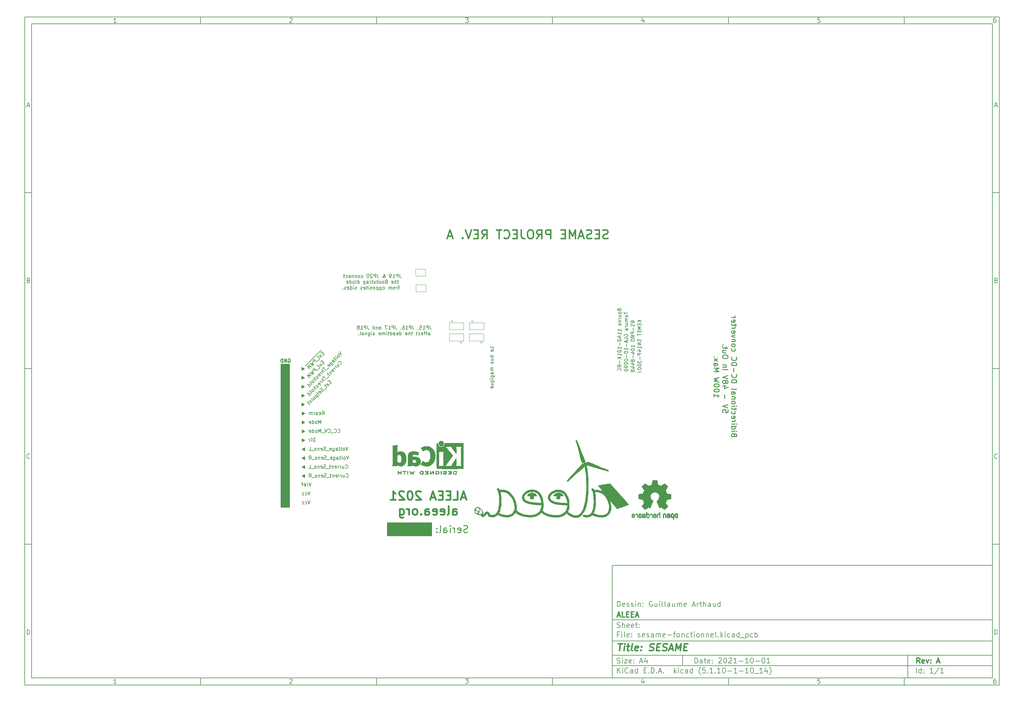
<source format=gbr>
%TF.GenerationSoftware,KiCad,Pcbnew,(5.1.10-1-10_14)*%
%TF.CreationDate,2021-10-01T13:06:55+02:00*%
%TF.ProjectId,sesame-fonctionnel,73657361-6d65-42d6-966f-6e6374696f6e,A*%
%TF.SameCoordinates,Original*%
%TF.FileFunction,Legend,Bot*%
%TF.FilePolarity,Positive*%
%FSLAX46Y46*%
G04 Gerber Fmt 4.6, Leading zero omitted, Abs format (unit mm)*
G04 Created by KiCad (PCBNEW (5.1.10-1-10_14)) date 2021-10-01 13:06:55*
%MOMM*%
%LPD*%
G01*
G04 APERTURE LIST*
%ADD10C,0.100000*%
%ADD11C,0.150000*%
%ADD12C,0.300000*%
%ADD13C,0.400000*%
%ADD14C,0.250000*%
%ADD15C,0.200000*%
%ADD16C,0.500000*%
%ADD17C,0.010000*%
%ADD18C,0.120000*%
G04 APERTURE END LIST*
D10*
D11*
X177002200Y-166007200D02*
X177002200Y-198007200D01*
X285002200Y-198007200D01*
X285002200Y-166007200D01*
X177002200Y-166007200D01*
D10*
D11*
X10000000Y-10000000D02*
X10000000Y-200007200D01*
X287002200Y-200007200D01*
X287002200Y-10000000D01*
X10000000Y-10000000D01*
D10*
D11*
X12000000Y-12000000D02*
X12000000Y-198007200D01*
X285002200Y-198007200D01*
X285002200Y-12000000D01*
X12000000Y-12000000D01*
D10*
D11*
X60000000Y-12000000D02*
X60000000Y-10000000D01*
D10*
D11*
X110000000Y-12000000D02*
X110000000Y-10000000D01*
D10*
D11*
X160000000Y-12000000D02*
X160000000Y-10000000D01*
D10*
D11*
X210000000Y-12000000D02*
X210000000Y-10000000D01*
D10*
D11*
X260000000Y-12000000D02*
X260000000Y-10000000D01*
D10*
D11*
X36065476Y-11588095D02*
X35322619Y-11588095D01*
X35694047Y-11588095D02*
X35694047Y-10288095D01*
X35570238Y-10473809D01*
X35446428Y-10597619D01*
X35322619Y-10659523D01*
D10*
D11*
X85322619Y-10411904D02*
X85384523Y-10350000D01*
X85508333Y-10288095D01*
X85817857Y-10288095D01*
X85941666Y-10350000D01*
X86003571Y-10411904D01*
X86065476Y-10535714D01*
X86065476Y-10659523D01*
X86003571Y-10845238D01*
X85260714Y-11588095D01*
X86065476Y-11588095D01*
D10*
D11*
X135260714Y-10288095D02*
X136065476Y-10288095D01*
X135632142Y-10783333D01*
X135817857Y-10783333D01*
X135941666Y-10845238D01*
X136003571Y-10907142D01*
X136065476Y-11030952D01*
X136065476Y-11340476D01*
X136003571Y-11464285D01*
X135941666Y-11526190D01*
X135817857Y-11588095D01*
X135446428Y-11588095D01*
X135322619Y-11526190D01*
X135260714Y-11464285D01*
D10*
D11*
X185941666Y-10721428D02*
X185941666Y-11588095D01*
X185632142Y-10226190D02*
X185322619Y-11154761D01*
X186127380Y-11154761D01*
D10*
D11*
X236003571Y-10288095D02*
X235384523Y-10288095D01*
X235322619Y-10907142D01*
X235384523Y-10845238D01*
X235508333Y-10783333D01*
X235817857Y-10783333D01*
X235941666Y-10845238D01*
X236003571Y-10907142D01*
X236065476Y-11030952D01*
X236065476Y-11340476D01*
X236003571Y-11464285D01*
X235941666Y-11526190D01*
X235817857Y-11588095D01*
X235508333Y-11588095D01*
X235384523Y-11526190D01*
X235322619Y-11464285D01*
D10*
D11*
X285941666Y-10288095D02*
X285694047Y-10288095D01*
X285570238Y-10350000D01*
X285508333Y-10411904D01*
X285384523Y-10597619D01*
X285322619Y-10845238D01*
X285322619Y-11340476D01*
X285384523Y-11464285D01*
X285446428Y-11526190D01*
X285570238Y-11588095D01*
X285817857Y-11588095D01*
X285941666Y-11526190D01*
X286003571Y-11464285D01*
X286065476Y-11340476D01*
X286065476Y-11030952D01*
X286003571Y-10907142D01*
X285941666Y-10845238D01*
X285817857Y-10783333D01*
X285570238Y-10783333D01*
X285446428Y-10845238D01*
X285384523Y-10907142D01*
X285322619Y-11030952D01*
D10*
D11*
X60000000Y-198007200D02*
X60000000Y-200007200D01*
D10*
D11*
X110000000Y-198007200D02*
X110000000Y-200007200D01*
D10*
D11*
X160000000Y-198007200D02*
X160000000Y-200007200D01*
D10*
D11*
X210000000Y-198007200D02*
X210000000Y-200007200D01*
D10*
D11*
X260000000Y-198007200D02*
X260000000Y-200007200D01*
D10*
D11*
X36065476Y-199595295D02*
X35322619Y-199595295D01*
X35694047Y-199595295D02*
X35694047Y-198295295D01*
X35570238Y-198481009D01*
X35446428Y-198604819D01*
X35322619Y-198666723D01*
D10*
D11*
X85322619Y-198419104D02*
X85384523Y-198357200D01*
X85508333Y-198295295D01*
X85817857Y-198295295D01*
X85941666Y-198357200D01*
X86003571Y-198419104D01*
X86065476Y-198542914D01*
X86065476Y-198666723D01*
X86003571Y-198852438D01*
X85260714Y-199595295D01*
X86065476Y-199595295D01*
D10*
D11*
X135260714Y-198295295D02*
X136065476Y-198295295D01*
X135632142Y-198790533D01*
X135817857Y-198790533D01*
X135941666Y-198852438D01*
X136003571Y-198914342D01*
X136065476Y-199038152D01*
X136065476Y-199347676D01*
X136003571Y-199471485D01*
X135941666Y-199533390D01*
X135817857Y-199595295D01*
X135446428Y-199595295D01*
X135322619Y-199533390D01*
X135260714Y-199471485D01*
D10*
D11*
X185941666Y-198728628D02*
X185941666Y-199595295D01*
X185632142Y-198233390D02*
X185322619Y-199161961D01*
X186127380Y-199161961D01*
D10*
D11*
X236003571Y-198295295D02*
X235384523Y-198295295D01*
X235322619Y-198914342D01*
X235384523Y-198852438D01*
X235508333Y-198790533D01*
X235817857Y-198790533D01*
X235941666Y-198852438D01*
X236003571Y-198914342D01*
X236065476Y-199038152D01*
X236065476Y-199347676D01*
X236003571Y-199471485D01*
X235941666Y-199533390D01*
X235817857Y-199595295D01*
X235508333Y-199595295D01*
X235384523Y-199533390D01*
X235322619Y-199471485D01*
D10*
D11*
X285941666Y-198295295D02*
X285694047Y-198295295D01*
X285570238Y-198357200D01*
X285508333Y-198419104D01*
X285384523Y-198604819D01*
X285322619Y-198852438D01*
X285322619Y-199347676D01*
X285384523Y-199471485D01*
X285446428Y-199533390D01*
X285570238Y-199595295D01*
X285817857Y-199595295D01*
X285941666Y-199533390D01*
X286003571Y-199471485D01*
X286065476Y-199347676D01*
X286065476Y-199038152D01*
X286003571Y-198914342D01*
X285941666Y-198852438D01*
X285817857Y-198790533D01*
X285570238Y-198790533D01*
X285446428Y-198852438D01*
X285384523Y-198914342D01*
X285322619Y-199038152D01*
D10*
D11*
X10000000Y-60000000D02*
X12000000Y-60000000D01*
D10*
D11*
X10000000Y-110000000D02*
X12000000Y-110000000D01*
D10*
D11*
X10000000Y-160000000D02*
X12000000Y-160000000D01*
D10*
D11*
X10690476Y-35216666D02*
X11309523Y-35216666D01*
X10566666Y-35588095D02*
X11000000Y-34288095D01*
X11433333Y-35588095D01*
D10*
D11*
X11092857Y-84907142D02*
X11278571Y-84969047D01*
X11340476Y-85030952D01*
X11402380Y-85154761D01*
X11402380Y-85340476D01*
X11340476Y-85464285D01*
X11278571Y-85526190D01*
X11154761Y-85588095D01*
X10659523Y-85588095D01*
X10659523Y-84288095D01*
X11092857Y-84288095D01*
X11216666Y-84350000D01*
X11278571Y-84411904D01*
X11340476Y-84535714D01*
X11340476Y-84659523D01*
X11278571Y-84783333D01*
X11216666Y-84845238D01*
X11092857Y-84907142D01*
X10659523Y-84907142D01*
D10*
D11*
X11402380Y-135464285D02*
X11340476Y-135526190D01*
X11154761Y-135588095D01*
X11030952Y-135588095D01*
X10845238Y-135526190D01*
X10721428Y-135402380D01*
X10659523Y-135278571D01*
X10597619Y-135030952D01*
X10597619Y-134845238D01*
X10659523Y-134597619D01*
X10721428Y-134473809D01*
X10845238Y-134350000D01*
X11030952Y-134288095D01*
X11154761Y-134288095D01*
X11340476Y-134350000D01*
X11402380Y-134411904D01*
D10*
D11*
X10659523Y-185588095D02*
X10659523Y-184288095D01*
X10969047Y-184288095D01*
X11154761Y-184350000D01*
X11278571Y-184473809D01*
X11340476Y-184597619D01*
X11402380Y-184845238D01*
X11402380Y-185030952D01*
X11340476Y-185278571D01*
X11278571Y-185402380D01*
X11154761Y-185526190D01*
X10969047Y-185588095D01*
X10659523Y-185588095D01*
D10*
D11*
X287002200Y-60000000D02*
X285002200Y-60000000D01*
D10*
D11*
X287002200Y-110000000D02*
X285002200Y-110000000D01*
D10*
D11*
X287002200Y-160000000D02*
X285002200Y-160000000D01*
D10*
D11*
X285692676Y-35216666D02*
X286311723Y-35216666D01*
X285568866Y-35588095D02*
X286002200Y-34288095D01*
X286435533Y-35588095D01*
D10*
D11*
X286095057Y-84907142D02*
X286280771Y-84969047D01*
X286342676Y-85030952D01*
X286404580Y-85154761D01*
X286404580Y-85340476D01*
X286342676Y-85464285D01*
X286280771Y-85526190D01*
X286156961Y-85588095D01*
X285661723Y-85588095D01*
X285661723Y-84288095D01*
X286095057Y-84288095D01*
X286218866Y-84350000D01*
X286280771Y-84411904D01*
X286342676Y-84535714D01*
X286342676Y-84659523D01*
X286280771Y-84783333D01*
X286218866Y-84845238D01*
X286095057Y-84907142D01*
X285661723Y-84907142D01*
D10*
D11*
X286404580Y-135464285D02*
X286342676Y-135526190D01*
X286156961Y-135588095D01*
X286033152Y-135588095D01*
X285847438Y-135526190D01*
X285723628Y-135402380D01*
X285661723Y-135278571D01*
X285599819Y-135030952D01*
X285599819Y-134845238D01*
X285661723Y-134597619D01*
X285723628Y-134473809D01*
X285847438Y-134350000D01*
X286033152Y-134288095D01*
X286156961Y-134288095D01*
X286342676Y-134350000D01*
X286404580Y-134411904D01*
D10*
D11*
X285661723Y-185588095D02*
X285661723Y-184288095D01*
X285971247Y-184288095D01*
X286156961Y-184350000D01*
X286280771Y-184473809D01*
X286342676Y-184597619D01*
X286404580Y-184845238D01*
X286404580Y-185030952D01*
X286342676Y-185278571D01*
X286280771Y-185402380D01*
X286156961Y-185526190D01*
X285971247Y-185588095D01*
X285661723Y-185588095D01*
D10*
D11*
X200434342Y-193785771D02*
X200434342Y-192285771D01*
X200791485Y-192285771D01*
X201005771Y-192357200D01*
X201148628Y-192500057D01*
X201220057Y-192642914D01*
X201291485Y-192928628D01*
X201291485Y-193142914D01*
X201220057Y-193428628D01*
X201148628Y-193571485D01*
X201005771Y-193714342D01*
X200791485Y-193785771D01*
X200434342Y-193785771D01*
X202577200Y-193785771D02*
X202577200Y-193000057D01*
X202505771Y-192857200D01*
X202362914Y-192785771D01*
X202077200Y-192785771D01*
X201934342Y-192857200D01*
X202577200Y-193714342D02*
X202434342Y-193785771D01*
X202077200Y-193785771D01*
X201934342Y-193714342D01*
X201862914Y-193571485D01*
X201862914Y-193428628D01*
X201934342Y-193285771D01*
X202077200Y-193214342D01*
X202434342Y-193214342D01*
X202577200Y-193142914D01*
X203077200Y-192785771D02*
X203648628Y-192785771D01*
X203291485Y-192285771D02*
X203291485Y-193571485D01*
X203362914Y-193714342D01*
X203505771Y-193785771D01*
X203648628Y-193785771D01*
X204720057Y-193714342D02*
X204577200Y-193785771D01*
X204291485Y-193785771D01*
X204148628Y-193714342D01*
X204077200Y-193571485D01*
X204077200Y-193000057D01*
X204148628Y-192857200D01*
X204291485Y-192785771D01*
X204577200Y-192785771D01*
X204720057Y-192857200D01*
X204791485Y-193000057D01*
X204791485Y-193142914D01*
X204077200Y-193285771D01*
X205434342Y-193642914D02*
X205505771Y-193714342D01*
X205434342Y-193785771D01*
X205362914Y-193714342D01*
X205434342Y-193642914D01*
X205434342Y-193785771D01*
X205434342Y-192857200D02*
X205505771Y-192928628D01*
X205434342Y-193000057D01*
X205362914Y-192928628D01*
X205434342Y-192857200D01*
X205434342Y-193000057D01*
X207220057Y-192428628D02*
X207291485Y-192357200D01*
X207434342Y-192285771D01*
X207791485Y-192285771D01*
X207934342Y-192357200D01*
X208005771Y-192428628D01*
X208077200Y-192571485D01*
X208077200Y-192714342D01*
X208005771Y-192928628D01*
X207148628Y-193785771D01*
X208077200Y-193785771D01*
X209005771Y-192285771D02*
X209148628Y-192285771D01*
X209291485Y-192357200D01*
X209362914Y-192428628D01*
X209434342Y-192571485D01*
X209505771Y-192857200D01*
X209505771Y-193214342D01*
X209434342Y-193500057D01*
X209362914Y-193642914D01*
X209291485Y-193714342D01*
X209148628Y-193785771D01*
X209005771Y-193785771D01*
X208862914Y-193714342D01*
X208791485Y-193642914D01*
X208720057Y-193500057D01*
X208648628Y-193214342D01*
X208648628Y-192857200D01*
X208720057Y-192571485D01*
X208791485Y-192428628D01*
X208862914Y-192357200D01*
X209005771Y-192285771D01*
X210077200Y-192428628D02*
X210148628Y-192357200D01*
X210291485Y-192285771D01*
X210648628Y-192285771D01*
X210791485Y-192357200D01*
X210862914Y-192428628D01*
X210934342Y-192571485D01*
X210934342Y-192714342D01*
X210862914Y-192928628D01*
X210005771Y-193785771D01*
X210934342Y-193785771D01*
X212362914Y-193785771D02*
X211505771Y-193785771D01*
X211934342Y-193785771D02*
X211934342Y-192285771D01*
X211791485Y-192500057D01*
X211648628Y-192642914D01*
X211505771Y-192714342D01*
X213005771Y-193214342D02*
X214148628Y-193214342D01*
X215648628Y-193785771D02*
X214791485Y-193785771D01*
X215220057Y-193785771D02*
X215220057Y-192285771D01*
X215077200Y-192500057D01*
X214934342Y-192642914D01*
X214791485Y-192714342D01*
X216577200Y-192285771D02*
X216720057Y-192285771D01*
X216862914Y-192357200D01*
X216934342Y-192428628D01*
X217005771Y-192571485D01*
X217077200Y-192857200D01*
X217077200Y-193214342D01*
X217005771Y-193500057D01*
X216934342Y-193642914D01*
X216862914Y-193714342D01*
X216720057Y-193785771D01*
X216577200Y-193785771D01*
X216434342Y-193714342D01*
X216362914Y-193642914D01*
X216291485Y-193500057D01*
X216220057Y-193214342D01*
X216220057Y-192857200D01*
X216291485Y-192571485D01*
X216362914Y-192428628D01*
X216434342Y-192357200D01*
X216577200Y-192285771D01*
X217720057Y-193214342D02*
X218862914Y-193214342D01*
X219862914Y-192285771D02*
X220005771Y-192285771D01*
X220148628Y-192357200D01*
X220220057Y-192428628D01*
X220291485Y-192571485D01*
X220362914Y-192857200D01*
X220362914Y-193214342D01*
X220291485Y-193500057D01*
X220220057Y-193642914D01*
X220148628Y-193714342D01*
X220005771Y-193785771D01*
X219862914Y-193785771D01*
X219720057Y-193714342D01*
X219648628Y-193642914D01*
X219577200Y-193500057D01*
X219505771Y-193214342D01*
X219505771Y-192857200D01*
X219577200Y-192571485D01*
X219648628Y-192428628D01*
X219720057Y-192357200D01*
X219862914Y-192285771D01*
X221791485Y-193785771D02*
X220934342Y-193785771D01*
X221362914Y-193785771D02*
X221362914Y-192285771D01*
X221220057Y-192500057D01*
X221077200Y-192642914D01*
X220934342Y-192714342D01*
D10*
D11*
X177002200Y-194507200D02*
X285002200Y-194507200D01*
D10*
D11*
X178434342Y-196585771D02*
X178434342Y-195085771D01*
X179291485Y-196585771D02*
X178648628Y-195728628D01*
X179291485Y-195085771D02*
X178434342Y-195942914D01*
X179934342Y-196585771D02*
X179934342Y-195585771D01*
X179934342Y-195085771D02*
X179862914Y-195157200D01*
X179934342Y-195228628D01*
X180005771Y-195157200D01*
X179934342Y-195085771D01*
X179934342Y-195228628D01*
X181505771Y-196442914D02*
X181434342Y-196514342D01*
X181220057Y-196585771D01*
X181077200Y-196585771D01*
X180862914Y-196514342D01*
X180720057Y-196371485D01*
X180648628Y-196228628D01*
X180577200Y-195942914D01*
X180577200Y-195728628D01*
X180648628Y-195442914D01*
X180720057Y-195300057D01*
X180862914Y-195157200D01*
X181077200Y-195085771D01*
X181220057Y-195085771D01*
X181434342Y-195157200D01*
X181505771Y-195228628D01*
X182791485Y-196585771D02*
X182791485Y-195800057D01*
X182720057Y-195657200D01*
X182577200Y-195585771D01*
X182291485Y-195585771D01*
X182148628Y-195657200D01*
X182791485Y-196514342D02*
X182648628Y-196585771D01*
X182291485Y-196585771D01*
X182148628Y-196514342D01*
X182077200Y-196371485D01*
X182077200Y-196228628D01*
X182148628Y-196085771D01*
X182291485Y-196014342D01*
X182648628Y-196014342D01*
X182791485Y-195942914D01*
X184148628Y-196585771D02*
X184148628Y-195085771D01*
X184148628Y-196514342D02*
X184005771Y-196585771D01*
X183720057Y-196585771D01*
X183577200Y-196514342D01*
X183505771Y-196442914D01*
X183434342Y-196300057D01*
X183434342Y-195871485D01*
X183505771Y-195728628D01*
X183577200Y-195657200D01*
X183720057Y-195585771D01*
X184005771Y-195585771D01*
X184148628Y-195657200D01*
X186005771Y-195800057D02*
X186505771Y-195800057D01*
X186720057Y-196585771D02*
X186005771Y-196585771D01*
X186005771Y-195085771D01*
X186720057Y-195085771D01*
X187362914Y-196442914D02*
X187434342Y-196514342D01*
X187362914Y-196585771D01*
X187291485Y-196514342D01*
X187362914Y-196442914D01*
X187362914Y-196585771D01*
X188077200Y-196585771D02*
X188077200Y-195085771D01*
X188434342Y-195085771D01*
X188648628Y-195157200D01*
X188791485Y-195300057D01*
X188862914Y-195442914D01*
X188934342Y-195728628D01*
X188934342Y-195942914D01*
X188862914Y-196228628D01*
X188791485Y-196371485D01*
X188648628Y-196514342D01*
X188434342Y-196585771D01*
X188077200Y-196585771D01*
X189577200Y-196442914D02*
X189648628Y-196514342D01*
X189577200Y-196585771D01*
X189505771Y-196514342D01*
X189577200Y-196442914D01*
X189577200Y-196585771D01*
X190220057Y-196157200D02*
X190934342Y-196157200D01*
X190077200Y-196585771D02*
X190577200Y-195085771D01*
X191077200Y-196585771D01*
X191577200Y-196442914D02*
X191648628Y-196514342D01*
X191577200Y-196585771D01*
X191505771Y-196514342D01*
X191577200Y-196442914D01*
X191577200Y-196585771D01*
X194577200Y-196585771D02*
X194577200Y-195085771D01*
X194720057Y-196014342D02*
X195148628Y-196585771D01*
X195148628Y-195585771D02*
X194577200Y-196157200D01*
X195791485Y-196585771D02*
X195791485Y-195585771D01*
X195791485Y-195085771D02*
X195720057Y-195157200D01*
X195791485Y-195228628D01*
X195862914Y-195157200D01*
X195791485Y-195085771D01*
X195791485Y-195228628D01*
X197148628Y-196514342D02*
X197005771Y-196585771D01*
X196720057Y-196585771D01*
X196577200Y-196514342D01*
X196505771Y-196442914D01*
X196434342Y-196300057D01*
X196434342Y-195871485D01*
X196505771Y-195728628D01*
X196577200Y-195657200D01*
X196720057Y-195585771D01*
X197005771Y-195585771D01*
X197148628Y-195657200D01*
X198434342Y-196585771D02*
X198434342Y-195800057D01*
X198362914Y-195657200D01*
X198220057Y-195585771D01*
X197934342Y-195585771D01*
X197791485Y-195657200D01*
X198434342Y-196514342D02*
X198291485Y-196585771D01*
X197934342Y-196585771D01*
X197791485Y-196514342D01*
X197720057Y-196371485D01*
X197720057Y-196228628D01*
X197791485Y-196085771D01*
X197934342Y-196014342D01*
X198291485Y-196014342D01*
X198434342Y-195942914D01*
X199791485Y-196585771D02*
X199791485Y-195085771D01*
X199791485Y-196514342D02*
X199648628Y-196585771D01*
X199362914Y-196585771D01*
X199220057Y-196514342D01*
X199148628Y-196442914D01*
X199077200Y-196300057D01*
X199077200Y-195871485D01*
X199148628Y-195728628D01*
X199220057Y-195657200D01*
X199362914Y-195585771D01*
X199648628Y-195585771D01*
X199791485Y-195657200D01*
X202077200Y-197157200D02*
X202005771Y-197085771D01*
X201862914Y-196871485D01*
X201791485Y-196728628D01*
X201720057Y-196514342D01*
X201648628Y-196157200D01*
X201648628Y-195871485D01*
X201720057Y-195514342D01*
X201791485Y-195300057D01*
X201862914Y-195157200D01*
X202005771Y-194942914D01*
X202077200Y-194871485D01*
X203362914Y-195085771D02*
X202648628Y-195085771D01*
X202577200Y-195800057D01*
X202648628Y-195728628D01*
X202791485Y-195657200D01*
X203148628Y-195657200D01*
X203291485Y-195728628D01*
X203362914Y-195800057D01*
X203434342Y-195942914D01*
X203434342Y-196300057D01*
X203362914Y-196442914D01*
X203291485Y-196514342D01*
X203148628Y-196585771D01*
X202791485Y-196585771D01*
X202648628Y-196514342D01*
X202577200Y-196442914D01*
X204077200Y-196442914D02*
X204148628Y-196514342D01*
X204077200Y-196585771D01*
X204005771Y-196514342D01*
X204077200Y-196442914D01*
X204077200Y-196585771D01*
X205577200Y-196585771D02*
X204720057Y-196585771D01*
X205148628Y-196585771D02*
X205148628Y-195085771D01*
X205005771Y-195300057D01*
X204862914Y-195442914D01*
X204720057Y-195514342D01*
X206220057Y-196442914D02*
X206291485Y-196514342D01*
X206220057Y-196585771D01*
X206148628Y-196514342D01*
X206220057Y-196442914D01*
X206220057Y-196585771D01*
X207720057Y-196585771D02*
X206862914Y-196585771D01*
X207291485Y-196585771D02*
X207291485Y-195085771D01*
X207148628Y-195300057D01*
X207005771Y-195442914D01*
X206862914Y-195514342D01*
X208648628Y-195085771D02*
X208791485Y-195085771D01*
X208934342Y-195157200D01*
X209005771Y-195228628D01*
X209077200Y-195371485D01*
X209148628Y-195657200D01*
X209148628Y-196014342D01*
X209077200Y-196300057D01*
X209005771Y-196442914D01*
X208934342Y-196514342D01*
X208791485Y-196585771D01*
X208648628Y-196585771D01*
X208505771Y-196514342D01*
X208434342Y-196442914D01*
X208362914Y-196300057D01*
X208291485Y-196014342D01*
X208291485Y-195657200D01*
X208362914Y-195371485D01*
X208434342Y-195228628D01*
X208505771Y-195157200D01*
X208648628Y-195085771D01*
X209791485Y-196014342D02*
X210934342Y-196014342D01*
X212434342Y-196585771D02*
X211577200Y-196585771D01*
X212005771Y-196585771D02*
X212005771Y-195085771D01*
X211862914Y-195300057D01*
X211720057Y-195442914D01*
X211577200Y-195514342D01*
X213077200Y-196014342D02*
X214220057Y-196014342D01*
X215720057Y-196585771D02*
X214862914Y-196585771D01*
X215291485Y-196585771D02*
X215291485Y-195085771D01*
X215148628Y-195300057D01*
X215005771Y-195442914D01*
X214862914Y-195514342D01*
X216648628Y-195085771D02*
X216791485Y-195085771D01*
X216934342Y-195157200D01*
X217005771Y-195228628D01*
X217077200Y-195371485D01*
X217148628Y-195657200D01*
X217148628Y-196014342D01*
X217077200Y-196300057D01*
X217005771Y-196442914D01*
X216934342Y-196514342D01*
X216791485Y-196585771D01*
X216648628Y-196585771D01*
X216505771Y-196514342D01*
X216434342Y-196442914D01*
X216362914Y-196300057D01*
X216291485Y-196014342D01*
X216291485Y-195657200D01*
X216362914Y-195371485D01*
X216434342Y-195228628D01*
X216505771Y-195157200D01*
X216648628Y-195085771D01*
X217434342Y-196728628D02*
X218577200Y-196728628D01*
X219720057Y-196585771D02*
X218862914Y-196585771D01*
X219291485Y-196585771D02*
X219291485Y-195085771D01*
X219148628Y-195300057D01*
X219005771Y-195442914D01*
X218862914Y-195514342D01*
X221005771Y-195585771D02*
X221005771Y-196585771D01*
X220648628Y-195014342D02*
X220291485Y-196085771D01*
X221220057Y-196085771D01*
X221648628Y-197157200D02*
X221720057Y-197085771D01*
X221862914Y-196871485D01*
X221934342Y-196728628D01*
X222005771Y-196514342D01*
X222077200Y-196157200D01*
X222077200Y-195871485D01*
X222005771Y-195514342D01*
X221934342Y-195300057D01*
X221862914Y-195157200D01*
X221720057Y-194942914D01*
X221648628Y-194871485D01*
D10*
D11*
X177002200Y-191507200D02*
X285002200Y-191507200D01*
D10*
D12*
X264411485Y-193785771D02*
X263911485Y-193071485D01*
X263554342Y-193785771D02*
X263554342Y-192285771D01*
X264125771Y-192285771D01*
X264268628Y-192357200D01*
X264340057Y-192428628D01*
X264411485Y-192571485D01*
X264411485Y-192785771D01*
X264340057Y-192928628D01*
X264268628Y-193000057D01*
X264125771Y-193071485D01*
X263554342Y-193071485D01*
X265625771Y-193714342D02*
X265482914Y-193785771D01*
X265197200Y-193785771D01*
X265054342Y-193714342D01*
X264982914Y-193571485D01*
X264982914Y-193000057D01*
X265054342Y-192857200D01*
X265197200Y-192785771D01*
X265482914Y-192785771D01*
X265625771Y-192857200D01*
X265697200Y-193000057D01*
X265697200Y-193142914D01*
X264982914Y-193285771D01*
X266197200Y-192785771D02*
X266554342Y-193785771D01*
X266911485Y-192785771D01*
X267482914Y-193642914D02*
X267554342Y-193714342D01*
X267482914Y-193785771D01*
X267411485Y-193714342D01*
X267482914Y-193642914D01*
X267482914Y-193785771D01*
X267482914Y-192857200D02*
X267554342Y-192928628D01*
X267482914Y-193000057D01*
X267411485Y-192928628D01*
X267482914Y-192857200D01*
X267482914Y-193000057D01*
X269268628Y-193357200D02*
X269982914Y-193357200D01*
X269125771Y-193785771D02*
X269625771Y-192285771D01*
X270125771Y-193785771D01*
D10*
D11*
X178362914Y-193714342D02*
X178577200Y-193785771D01*
X178934342Y-193785771D01*
X179077200Y-193714342D01*
X179148628Y-193642914D01*
X179220057Y-193500057D01*
X179220057Y-193357200D01*
X179148628Y-193214342D01*
X179077200Y-193142914D01*
X178934342Y-193071485D01*
X178648628Y-193000057D01*
X178505771Y-192928628D01*
X178434342Y-192857200D01*
X178362914Y-192714342D01*
X178362914Y-192571485D01*
X178434342Y-192428628D01*
X178505771Y-192357200D01*
X178648628Y-192285771D01*
X179005771Y-192285771D01*
X179220057Y-192357200D01*
X179862914Y-193785771D02*
X179862914Y-192785771D01*
X179862914Y-192285771D02*
X179791485Y-192357200D01*
X179862914Y-192428628D01*
X179934342Y-192357200D01*
X179862914Y-192285771D01*
X179862914Y-192428628D01*
X180434342Y-192785771D02*
X181220057Y-192785771D01*
X180434342Y-193785771D01*
X181220057Y-193785771D01*
X182362914Y-193714342D02*
X182220057Y-193785771D01*
X181934342Y-193785771D01*
X181791485Y-193714342D01*
X181720057Y-193571485D01*
X181720057Y-193000057D01*
X181791485Y-192857200D01*
X181934342Y-192785771D01*
X182220057Y-192785771D01*
X182362914Y-192857200D01*
X182434342Y-193000057D01*
X182434342Y-193142914D01*
X181720057Y-193285771D01*
X183077200Y-193642914D02*
X183148628Y-193714342D01*
X183077200Y-193785771D01*
X183005771Y-193714342D01*
X183077200Y-193642914D01*
X183077200Y-193785771D01*
X183077200Y-192857200D02*
X183148628Y-192928628D01*
X183077200Y-193000057D01*
X183005771Y-192928628D01*
X183077200Y-192857200D01*
X183077200Y-193000057D01*
X184862914Y-193357200D02*
X185577200Y-193357200D01*
X184720057Y-193785771D02*
X185220057Y-192285771D01*
X185720057Y-193785771D01*
X186862914Y-192785771D02*
X186862914Y-193785771D01*
X186505771Y-192214342D02*
X186148628Y-193285771D01*
X187077200Y-193285771D01*
D10*
D11*
X263434342Y-196585771D02*
X263434342Y-195085771D01*
X264791485Y-196585771D02*
X264791485Y-195085771D01*
X264791485Y-196514342D02*
X264648628Y-196585771D01*
X264362914Y-196585771D01*
X264220057Y-196514342D01*
X264148628Y-196442914D01*
X264077200Y-196300057D01*
X264077200Y-195871485D01*
X264148628Y-195728628D01*
X264220057Y-195657200D01*
X264362914Y-195585771D01*
X264648628Y-195585771D01*
X264791485Y-195657200D01*
X265505771Y-196442914D02*
X265577200Y-196514342D01*
X265505771Y-196585771D01*
X265434342Y-196514342D01*
X265505771Y-196442914D01*
X265505771Y-196585771D01*
X265505771Y-195657200D02*
X265577200Y-195728628D01*
X265505771Y-195800057D01*
X265434342Y-195728628D01*
X265505771Y-195657200D01*
X265505771Y-195800057D01*
X268148628Y-196585771D02*
X267291485Y-196585771D01*
X267720057Y-196585771D02*
X267720057Y-195085771D01*
X267577200Y-195300057D01*
X267434342Y-195442914D01*
X267291485Y-195514342D01*
X269862914Y-195014342D02*
X268577200Y-196942914D01*
X271148628Y-196585771D02*
X270291485Y-196585771D01*
X270720057Y-196585771D02*
X270720057Y-195085771D01*
X270577200Y-195300057D01*
X270434342Y-195442914D01*
X270291485Y-195514342D01*
D10*
D11*
X177002200Y-187507200D02*
X285002200Y-187507200D01*
D10*
D13*
X178714580Y-188211961D02*
X179857438Y-188211961D01*
X179036009Y-190211961D02*
X179286009Y-188211961D01*
X180274104Y-190211961D02*
X180440771Y-188878628D01*
X180524104Y-188211961D02*
X180416961Y-188307200D01*
X180500295Y-188402438D01*
X180607438Y-188307200D01*
X180524104Y-188211961D01*
X180500295Y-188402438D01*
X181107438Y-188878628D02*
X181869342Y-188878628D01*
X181476485Y-188211961D02*
X181262200Y-189926247D01*
X181333628Y-190116723D01*
X181512200Y-190211961D01*
X181702676Y-190211961D01*
X182655057Y-190211961D02*
X182476485Y-190116723D01*
X182405057Y-189926247D01*
X182619342Y-188211961D01*
X184190771Y-190116723D02*
X183988390Y-190211961D01*
X183607438Y-190211961D01*
X183428866Y-190116723D01*
X183357438Y-189926247D01*
X183452676Y-189164342D01*
X183571723Y-188973866D01*
X183774104Y-188878628D01*
X184155057Y-188878628D01*
X184333628Y-188973866D01*
X184405057Y-189164342D01*
X184381247Y-189354819D01*
X183405057Y-189545295D01*
X185155057Y-190021485D02*
X185238390Y-190116723D01*
X185131247Y-190211961D01*
X185047914Y-190116723D01*
X185155057Y-190021485D01*
X185131247Y-190211961D01*
X185286009Y-188973866D02*
X185369342Y-189069104D01*
X185262200Y-189164342D01*
X185178866Y-189069104D01*
X185286009Y-188973866D01*
X185262200Y-189164342D01*
X187524104Y-190116723D02*
X187797914Y-190211961D01*
X188274104Y-190211961D01*
X188476485Y-190116723D01*
X188583628Y-190021485D01*
X188702676Y-189831009D01*
X188726485Y-189640533D01*
X188655057Y-189450057D01*
X188571723Y-189354819D01*
X188393152Y-189259580D01*
X188024104Y-189164342D01*
X187845533Y-189069104D01*
X187762200Y-188973866D01*
X187690771Y-188783390D01*
X187714580Y-188592914D01*
X187833628Y-188402438D01*
X187940771Y-188307200D01*
X188143152Y-188211961D01*
X188619342Y-188211961D01*
X188893152Y-188307200D01*
X189643152Y-189164342D02*
X190309819Y-189164342D01*
X190464580Y-190211961D02*
X189512200Y-190211961D01*
X189762200Y-188211961D01*
X190714580Y-188211961D01*
X191238390Y-190116723D02*
X191512200Y-190211961D01*
X191988390Y-190211961D01*
X192190771Y-190116723D01*
X192297914Y-190021485D01*
X192416961Y-189831009D01*
X192440771Y-189640533D01*
X192369342Y-189450057D01*
X192286009Y-189354819D01*
X192107438Y-189259580D01*
X191738390Y-189164342D01*
X191559819Y-189069104D01*
X191476485Y-188973866D01*
X191405057Y-188783390D01*
X191428866Y-188592914D01*
X191547914Y-188402438D01*
X191655057Y-188307200D01*
X191857438Y-188211961D01*
X192333628Y-188211961D01*
X192607438Y-188307200D01*
X193202676Y-189640533D02*
X194155057Y-189640533D01*
X192940771Y-190211961D02*
X193857438Y-188211961D01*
X194274104Y-190211961D01*
X194940771Y-190211961D02*
X195190771Y-188211961D01*
X195678866Y-189640533D01*
X196524104Y-188211961D01*
X196274104Y-190211961D01*
X197357438Y-189164342D02*
X198024104Y-189164342D01*
X198178866Y-190211961D02*
X197226485Y-190211961D01*
X197476485Y-188211961D01*
X198428866Y-188211961D01*
D10*
D11*
X178934342Y-185600057D02*
X178434342Y-185600057D01*
X178434342Y-186385771D02*
X178434342Y-184885771D01*
X179148628Y-184885771D01*
X179720057Y-186385771D02*
X179720057Y-185385771D01*
X179720057Y-184885771D02*
X179648628Y-184957200D01*
X179720057Y-185028628D01*
X179791485Y-184957200D01*
X179720057Y-184885771D01*
X179720057Y-185028628D01*
X180648628Y-186385771D02*
X180505771Y-186314342D01*
X180434342Y-186171485D01*
X180434342Y-184885771D01*
X181791485Y-186314342D02*
X181648628Y-186385771D01*
X181362914Y-186385771D01*
X181220057Y-186314342D01*
X181148628Y-186171485D01*
X181148628Y-185600057D01*
X181220057Y-185457200D01*
X181362914Y-185385771D01*
X181648628Y-185385771D01*
X181791485Y-185457200D01*
X181862914Y-185600057D01*
X181862914Y-185742914D01*
X181148628Y-185885771D01*
X182505771Y-186242914D02*
X182577200Y-186314342D01*
X182505771Y-186385771D01*
X182434342Y-186314342D01*
X182505771Y-186242914D01*
X182505771Y-186385771D01*
X182505771Y-185457200D02*
X182577200Y-185528628D01*
X182505771Y-185600057D01*
X182434342Y-185528628D01*
X182505771Y-185457200D01*
X182505771Y-185600057D01*
X184291485Y-186314342D02*
X184434342Y-186385771D01*
X184720057Y-186385771D01*
X184862914Y-186314342D01*
X184934342Y-186171485D01*
X184934342Y-186100057D01*
X184862914Y-185957200D01*
X184720057Y-185885771D01*
X184505771Y-185885771D01*
X184362914Y-185814342D01*
X184291485Y-185671485D01*
X184291485Y-185600057D01*
X184362914Y-185457200D01*
X184505771Y-185385771D01*
X184720057Y-185385771D01*
X184862914Y-185457200D01*
X186148628Y-186314342D02*
X186005771Y-186385771D01*
X185720057Y-186385771D01*
X185577200Y-186314342D01*
X185505771Y-186171485D01*
X185505771Y-185600057D01*
X185577200Y-185457200D01*
X185720057Y-185385771D01*
X186005771Y-185385771D01*
X186148628Y-185457200D01*
X186220057Y-185600057D01*
X186220057Y-185742914D01*
X185505771Y-185885771D01*
X186791485Y-186314342D02*
X186934342Y-186385771D01*
X187220057Y-186385771D01*
X187362914Y-186314342D01*
X187434342Y-186171485D01*
X187434342Y-186100057D01*
X187362914Y-185957200D01*
X187220057Y-185885771D01*
X187005771Y-185885771D01*
X186862914Y-185814342D01*
X186791485Y-185671485D01*
X186791485Y-185600057D01*
X186862914Y-185457200D01*
X187005771Y-185385771D01*
X187220057Y-185385771D01*
X187362914Y-185457200D01*
X188720057Y-186385771D02*
X188720057Y-185600057D01*
X188648628Y-185457200D01*
X188505771Y-185385771D01*
X188220057Y-185385771D01*
X188077200Y-185457200D01*
X188720057Y-186314342D02*
X188577200Y-186385771D01*
X188220057Y-186385771D01*
X188077200Y-186314342D01*
X188005771Y-186171485D01*
X188005771Y-186028628D01*
X188077200Y-185885771D01*
X188220057Y-185814342D01*
X188577200Y-185814342D01*
X188720057Y-185742914D01*
X189434342Y-186385771D02*
X189434342Y-185385771D01*
X189434342Y-185528628D02*
X189505771Y-185457200D01*
X189648628Y-185385771D01*
X189862914Y-185385771D01*
X190005771Y-185457200D01*
X190077200Y-185600057D01*
X190077200Y-186385771D01*
X190077200Y-185600057D02*
X190148628Y-185457200D01*
X190291485Y-185385771D01*
X190505771Y-185385771D01*
X190648628Y-185457200D01*
X190720057Y-185600057D01*
X190720057Y-186385771D01*
X192005771Y-186314342D02*
X191862914Y-186385771D01*
X191577200Y-186385771D01*
X191434342Y-186314342D01*
X191362914Y-186171485D01*
X191362914Y-185600057D01*
X191434342Y-185457200D01*
X191577200Y-185385771D01*
X191862914Y-185385771D01*
X192005771Y-185457200D01*
X192077200Y-185600057D01*
X192077200Y-185742914D01*
X191362914Y-185885771D01*
X192720057Y-185814342D02*
X193862914Y-185814342D01*
X194362914Y-185385771D02*
X194934342Y-185385771D01*
X194577200Y-186385771D02*
X194577200Y-185100057D01*
X194648628Y-184957200D01*
X194791485Y-184885771D01*
X194934342Y-184885771D01*
X195648628Y-186385771D02*
X195505771Y-186314342D01*
X195434342Y-186242914D01*
X195362914Y-186100057D01*
X195362914Y-185671485D01*
X195434342Y-185528628D01*
X195505771Y-185457200D01*
X195648628Y-185385771D01*
X195862914Y-185385771D01*
X196005771Y-185457200D01*
X196077200Y-185528628D01*
X196148628Y-185671485D01*
X196148628Y-186100057D01*
X196077200Y-186242914D01*
X196005771Y-186314342D01*
X195862914Y-186385771D01*
X195648628Y-186385771D01*
X196791485Y-185385771D02*
X196791485Y-186385771D01*
X196791485Y-185528628D02*
X196862914Y-185457200D01*
X197005771Y-185385771D01*
X197220057Y-185385771D01*
X197362914Y-185457200D01*
X197434342Y-185600057D01*
X197434342Y-186385771D01*
X198791485Y-186314342D02*
X198648628Y-186385771D01*
X198362914Y-186385771D01*
X198220057Y-186314342D01*
X198148628Y-186242914D01*
X198077200Y-186100057D01*
X198077200Y-185671485D01*
X198148628Y-185528628D01*
X198220057Y-185457200D01*
X198362914Y-185385771D01*
X198648628Y-185385771D01*
X198791485Y-185457200D01*
X199220057Y-185385771D02*
X199791485Y-185385771D01*
X199434342Y-184885771D02*
X199434342Y-186171485D01*
X199505771Y-186314342D01*
X199648628Y-186385771D01*
X199791485Y-186385771D01*
X200291485Y-186385771D02*
X200291485Y-185385771D01*
X200291485Y-184885771D02*
X200220057Y-184957200D01*
X200291485Y-185028628D01*
X200362914Y-184957200D01*
X200291485Y-184885771D01*
X200291485Y-185028628D01*
X201220057Y-186385771D02*
X201077200Y-186314342D01*
X201005771Y-186242914D01*
X200934342Y-186100057D01*
X200934342Y-185671485D01*
X201005771Y-185528628D01*
X201077200Y-185457200D01*
X201220057Y-185385771D01*
X201434342Y-185385771D01*
X201577200Y-185457200D01*
X201648628Y-185528628D01*
X201720057Y-185671485D01*
X201720057Y-186100057D01*
X201648628Y-186242914D01*
X201577200Y-186314342D01*
X201434342Y-186385771D01*
X201220057Y-186385771D01*
X202362914Y-185385771D02*
X202362914Y-186385771D01*
X202362914Y-185528628D02*
X202434342Y-185457200D01*
X202577200Y-185385771D01*
X202791485Y-185385771D01*
X202934342Y-185457200D01*
X203005771Y-185600057D01*
X203005771Y-186385771D01*
X203720057Y-185385771D02*
X203720057Y-186385771D01*
X203720057Y-185528628D02*
X203791485Y-185457200D01*
X203934342Y-185385771D01*
X204148628Y-185385771D01*
X204291485Y-185457200D01*
X204362914Y-185600057D01*
X204362914Y-186385771D01*
X205648628Y-186314342D02*
X205505771Y-186385771D01*
X205220057Y-186385771D01*
X205077200Y-186314342D01*
X205005771Y-186171485D01*
X205005771Y-185600057D01*
X205077200Y-185457200D01*
X205220057Y-185385771D01*
X205505771Y-185385771D01*
X205648628Y-185457200D01*
X205720057Y-185600057D01*
X205720057Y-185742914D01*
X205005771Y-185885771D01*
X206577200Y-186385771D02*
X206434342Y-186314342D01*
X206362914Y-186171485D01*
X206362914Y-184885771D01*
X207148628Y-186242914D02*
X207220057Y-186314342D01*
X207148628Y-186385771D01*
X207077200Y-186314342D01*
X207148628Y-186242914D01*
X207148628Y-186385771D01*
X207862914Y-186385771D02*
X207862914Y-184885771D01*
X208005771Y-185814342D02*
X208434342Y-186385771D01*
X208434342Y-185385771D02*
X207862914Y-185957200D01*
X209077200Y-186385771D02*
X209077200Y-185385771D01*
X209077200Y-184885771D02*
X209005771Y-184957200D01*
X209077200Y-185028628D01*
X209148628Y-184957200D01*
X209077200Y-184885771D01*
X209077200Y-185028628D01*
X210434342Y-186314342D02*
X210291485Y-186385771D01*
X210005771Y-186385771D01*
X209862914Y-186314342D01*
X209791485Y-186242914D01*
X209720057Y-186100057D01*
X209720057Y-185671485D01*
X209791485Y-185528628D01*
X209862914Y-185457200D01*
X210005771Y-185385771D01*
X210291485Y-185385771D01*
X210434342Y-185457200D01*
X211720057Y-186385771D02*
X211720057Y-185600057D01*
X211648628Y-185457200D01*
X211505771Y-185385771D01*
X211220057Y-185385771D01*
X211077200Y-185457200D01*
X211720057Y-186314342D02*
X211577200Y-186385771D01*
X211220057Y-186385771D01*
X211077200Y-186314342D01*
X211005771Y-186171485D01*
X211005771Y-186028628D01*
X211077200Y-185885771D01*
X211220057Y-185814342D01*
X211577200Y-185814342D01*
X211720057Y-185742914D01*
X213077200Y-186385771D02*
X213077200Y-184885771D01*
X213077200Y-186314342D02*
X212934342Y-186385771D01*
X212648628Y-186385771D01*
X212505771Y-186314342D01*
X212434342Y-186242914D01*
X212362914Y-186100057D01*
X212362914Y-185671485D01*
X212434342Y-185528628D01*
X212505771Y-185457200D01*
X212648628Y-185385771D01*
X212934342Y-185385771D01*
X213077200Y-185457200D01*
X213434342Y-186528628D02*
X214577200Y-186528628D01*
X214934342Y-185385771D02*
X214934342Y-186885771D01*
X214934342Y-185457200D02*
X215077200Y-185385771D01*
X215362914Y-185385771D01*
X215505771Y-185457200D01*
X215577200Y-185528628D01*
X215648628Y-185671485D01*
X215648628Y-186100057D01*
X215577200Y-186242914D01*
X215505771Y-186314342D01*
X215362914Y-186385771D01*
X215077200Y-186385771D01*
X214934342Y-186314342D01*
X216934342Y-186314342D02*
X216791485Y-186385771D01*
X216505771Y-186385771D01*
X216362914Y-186314342D01*
X216291485Y-186242914D01*
X216220057Y-186100057D01*
X216220057Y-185671485D01*
X216291485Y-185528628D01*
X216362914Y-185457200D01*
X216505771Y-185385771D01*
X216791485Y-185385771D01*
X216934342Y-185457200D01*
X217577200Y-186385771D02*
X217577200Y-184885771D01*
X217577200Y-185457200D02*
X217720057Y-185385771D01*
X218005771Y-185385771D01*
X218148628Y-185457200D01*
X218220057Y-185528628D01*
X218291485Y-185671485D01*
X218291485Y-186100057D01*
X218220057Y-186242914D01*
X218148628Y-186314342D01*
X218005771Y-186385771D01*
X217720057Y-186385771D01*
X217577200Y-186314342D01*
D10*
D11*
X177002200Y-181507200D02*
X285002200Y-181507200D01*
D10*
D11*
X178362914Y-183614342D02*
X178577200Y-183685771D01*
X178934342Y-183685771D01*
X179077200Y-183614342D01*
X179148628Y-183542914D01*
X179220057Y-183400057D01*
X179220057Y-183257200D01*
X179148628Y-183114342D01*
X179077200Y-183042914D01*
X178934342Y-182971485D01*
X178648628Y-182900057D01*
X178505771Y-182828628D01*
X178434342Y-182757200D01*
X178362914Y-182614342D01*
X178362914Y-182471485D01*
X178434342Y-182328628D01*
X178505771Y-182257200D01*
X178648628Y-182185771D01*
X179005771Y-182185771D01*
X179220057Y-182257200D01*
X179862914Y-183685771D02*
X179862914Y-182185771D01*
X180505771Y-183685771D02*
X180505771Y-182900057D01*
X180434342Y-182757200D01*
X180291485Y-182685771D01*
X180077200Y-182685771D01*
X179934342Y-182757200D01*
X179862914Y-182828628D01*
X181791485Y-183614342D02*
X181648628Y-183685771D01*
X181362914Y-183685771D01*
X181220057Y-183614342D01*
X181148628Y-183471485D01*
X181148628Y-182900057D01*
X181220057Y-182757200D01*
X181362914Y-182685771D01*
X181648628Y-182685771D01*
X181791485Y-182757200D01*
X181862914Y-182900057D01*
X181862914Y-183042914D01*
X181148628Y-183185771D01*
X183077200Y-183614342D02*
X182934342Y-183685771D01*
X182648628Y-183685771D01*
X182505771Y-183614342D01*
X182434342Y-183471485D01*
X182434342Y-182900057D01*
X182505771Y-182757200D01*
X182648628Y-182685771D01*
X182934342Y-182685771D01*
X183077200Y-182757200D01*
X183148628Y-182900057D01*
X183148628Y-183042914D01*
X182434342Y-183185771D01*
X183577200Y-182685771D02*
X184148628Y-182685771D01*
X183791485Y-182185771D02*
X183791485Y-183471485D01*
X183862914Y-183614342D01*
X184005771Y-183685771D01*
X184148628Y-183685771D01*
X184648628Y-183542914D02*
X184720057Y-183614342D01*
X184648628Y-183685771D01*
X184577200Y-183614342D01*
X184648628Y-183542914D01*
X184648628Y-183685771D01*
X184648628Y-182757200D02*
X184720057Y-182828628D01*
X184648628Y-182900057D01*
X184577200Y-182828628D01*
X184648628Y-182757200D01*
X184648628Y-182900057D01*
D10*
D12*
X178482914Y-180257200D02*
X179197200Y-180257200D01*
X178340057Y-180685771D02*
X178840057Y-179185771D01*
X179340057Y-180685771D01*
X180554342Y-180685771D02*
X179840057Y-180685771D01*
X179840057Y-179185771D01*
X181054342Y-179900057D02*
X181554342Y-179900057D01*
X181768628Y-180685771D02*
X181054342Y-180685771D01*
X181054342Y-179185771D01*
X181768628Y-179185771D01*
X182411485Y-179900057D02*
X182911485Y-179900057D01*
X183125771Y-180685771D02*
X182411485Y-180685771D01*
X182411485Y-179185771D01*
X183125771Y-179185771D01*
X183697200Y-180257200D02*
X184411485Y-180257200D01*
X183554342Y-180685771D02*
X184054342Y-179185771D01*
X184554342Y-180685771D01*
D10*
D11*
X178434342Y-177685771D02*
X178434342Y-176185771D01*
X178791485Y-176185771D01*
X179005771Y-176257200D01*
X179148628Y-176400057D01*
X179220057Y-176542914D01*
X179291485Y-176828628D01*
X179291485Y-177042914D01*
X179220057Y-177328628D01*
X179148628Y-177471485D01*
X179005771Y-177614342D01*
X178791485Y-177685771D01*
X178434342Y-177685771D01*
X180505771Y-177614342D02*
X180362914Y-177685771D01*
X180077200Y-177685771D01*
X179934342Y-177614342D01*
X179862914Y-177471485D01*
X179862914Y-176900057D01*
X179934342Y-176757200D01*
X180077200Y-176685771D01*
X180362914Y-176685771D01*
X180505771Y-176757200D01*
X180577200Y-176900057D01*
X180577200Y-177042914D01*
X179862914Y-177185771D01*
X181148628Y-177614342D02*
X181291485Y-177685771D01*
X181577200Y-177685771D01*
X181720057Y-177614342D01*
X181791485Y-177471485D01*
X181791485Y-177400057D01*
X181720057Y-177257200D01*
X181577200Y-177185771D01*
X181362914Y-177185771D01*
X181220057Y-177114342D01*
X181148628Y-176971485D01*
X181148628Y-176900057D01*
X181220057Y-176757200D01*
X181362914Y-176685771D01*
X181577200Y-176685771D01*
X181720057Y-176757200D01*
X182362914Y-177614342D02*
X182505771Y-177685771D01*
X182791485Y-177685771D01*
X182934342Y-177614342D01*
X183005771Y-177471485D01*
X183005771Y-177400057D01*
X182934342Y-177257200D01*
X182791485Y-177185771D01*
X182577200Y-177185771D01*
X182434342Y-177114342D01*
X182362914Y-176971485D01*
X182362914Y-176900057D01*
X182434342Y-176757200D01*
X182577200Y-176685771D01*
X182791485Y-176685771D01*
X182934342Y-176757200D01*
X183648628Y-177685771D02*
X183648628Y-176685771D01*
X183648628Y-176185771D02*
X183577200Y-176257200D01*
X183648628Y-176328628D01*
X183720057Y-176257200D01*
X183648628Y-176185771D01*
X183648628Y-176328628D01*
X184362914Y-176685771D02*
X184362914Y-177685771D01*
X184362914Y-176828628D02*
X184434342Y-176757200D01*
X184577200Y-176685771D01*
X184791485Y-176685771D01*
X184934342Y-176757200D01*
X185005771Y-176900057D01*
X185005771Y-177685771D01*
X185720057Y-177542914D02*
X185791485Y-177614342D01*
X185720057Y-177685771D01*
X185648628Y-177614342D01*
X185720057Y-177542914D01*
X185720057Y-177685771D01*
X185720057Y-176757200D02*
X185791485Y-176828628D01*
X185720057Y-176900057D01*
X185648628Y-176828628D01*
X185720057Y-176757200D01*
X185720057Y-176900057D01*
X188362914Y-176257200D02*
X188220057Y-176185771D01*
X188005771Y-176185771D01*
X187791485Y-176257200D01*
X187648628Y-176400057D01*
X187577200Y-176542914D01*
X187505771Y-176828628D01*
X187505771Y-177042914D01*
X187577200Y-177328628D01*
X187648628Y-177471485D01*
X187791485Y-177614342D01*
X188005771Y-177685771D01*
X188148628Y-177685771D01*
X188362914Y-177614342D01*
X188434342Y-177542914D01*
X188434342Y-177042914D01*
X188148628Y-177042914D01*
X189720057Y-176685771D02*
X189720057Y-177685771D01*
X189077200Y-176685771D02*
X189077200Y-177471485D01*
X189148628Y-177614342D01*
X189291485Y-177685771D01*
X189505771Y-177685771D01*
X189648628Y-177614342D01*
X189720057Y-177542914D01*
X190434342Y-177685771D02*
X190434342Y-176685771D01*
X190434342Y-176185771D02*
X190362914Y-176257200D01*
X190434342Y-176328628D01*
X190505771Y-176257200D01*
X190434342Y-176185771D01*
X190434342Y-176328628D01*
X191362914Y-177685771D02*
X191220057Y-177614342D01*
X191148628Y-177471485D01*
X191148628Y-176185771D01*
X192148628Y-177685771D02*
X192005771Y-177614342D01*
X191934342Y-177471485D01*
X191934342Y-176185771D01*
X193362914Y-177685771D02*
X193362914Y-176900057D01*
X193291485Y-176757200D01*
X193148628Y-176685771D01*
X192862914Y-176685771D01*
X192720057Y-176757200D01*
X193362914Y-177614342D02*
X193220057Y-177685771D01*
X192862914Y-177685771D01*
X192720057Y-177614342D01*
X192648628Y-177471485D01*
X192648628Y-177328628D01*
X192720057Y-177185771D01*
X192862914Y-177114342D01*
X193220057Y-177114342D01*
X193362914Y-177042914D01*
X194720057Y-176685771D02*
X194720057Y-177685771D01*
X194077200Y-176685771D02*
X194077200Y-177471485D01*
X194148628Y-177614342D01*
X194291485Y-177685771D01*
X194505771Y-177685771D01*
X194648628Y-177614342D01*
X194720057Y-177542914D01*
X195434342Y-177685771D02*
X195434342Y-176685771D01*
X195434342Y-176828628D02*
X195505771Y-176757200D01*
X195648628Y-176685771D01*
X195862914Y-176685771D01*
X196005771Y-176757200D01*
X196077200Y-176900057D01*
X196077200Y-177685771D01*
X196077200Y-176900057D02*
X196148628Y-176757200D01*
X196291485Y-176685771D01*
X196505771Y-176685771D01*
X196648628Y-176757200D01*
X196720057Y-176900057D01*
X196720057Y-177685771D01*
X198005771Y-177614342D02*
X197862914Y-177685771D01*
X197577200Y-177685771D01*
X197434342Y-177614342D01*
X197362914Y-177471485D01*
X197362914Y-176900057D01*
X197434342Y-176757200D01*
X197577200Y-176685771D01*
X197862914Y-176685771D01*
X198005771Y-176757200D01*
X198077200Y-176900057D01*
X198077200Y-177042914D01*
X197362914Y-177185771D01*
X199791485Y-177257200D02*
X200505771Y-177257200D01*
X199648628Y-177685771D02*
X200148628Y-176185771D01*
X200648628Y-177685771D01*
X201148628Y-177685771D02*
X201148628Y-176685771D01*
X201148628Y-176971485D02*
X201220057Y-176828628D01*
X201291485Y-176757200D01*
X201434342Y-176685771D01*
X201577200Y-176685771D01*
X201862914Y-176685771D02*
X202434342Y-176685771D01*
X202077200Y-176185771D02*
X202077200Y-177471485D01*
X202148628Y-177614342D01*
X202291485Y-177685771D01*
X202434342Y-177685771D01*
X202934342Y-177685771D02*
X202934342Y-176185771D01*
X203577200Y-177685771D02*
X203577200Y-176900057D01*
X203505771Y-176757200D01*
X203362914Y-176685771D01*
X203148628Y-176685771D01*
X203005771Y-176757200D01*
X202934342Y-176828628D01*
X204934342Y-177685771D02*
X204934342Y-176900057D01*
X204862914Y-176757200D01*
X204720057Y-176685771D01*
X204434342Y-176685771D01*
X204291485Y-176757200D01*
X204934342Y-177614342D02*
X204791485Y-177685771D01*
X204434342Y-177685771D01*
X204291485Y-177614342D01*
X204220057Y-177471485D01*
X204220057Y-177328628D01*
X204291485Y-177185771D01*
X204434342Y-177114342D01*
X204791485Y-177114342D01*
X204934342Y-177042914D01*
X206291485Y-176685771D02*
X206291485Y-177685771D01*
X205648628Y-176685771D02*
X205648628Y-177471485D01*
X205720057Y-177614342D01*
X205862914Y-177685771D01*
X206077200Y-177685771D01*
X206220057Y-177614342D01*
X206291485Y-177542914D01*
X207648628Y-177685771D02*
X207648628Y-176185771D01*
X207648628Y-177614342D02*
X207505771Y-177685771D01*
X207220057Y-177685771D01*
X207077200Y-177614342D01*
X207005771Y-177542914D01*
X206934342Y-177400057D01*
X206934342Y-176971485D01*
X207005771Y-176828628D01*
X207077200Y-176757200D01*
X207220057Y-176685771D01*
X207505771Y-176685771D01*
X207648628Y-176757200D01*
D10*
D11*
X197002200Y-191507200D02*
X197002200Y-194507200D01*
D10*
D11*
X261002200Y-191507200D02*
X261002200Y-198007200D01*
D13*
X175743095Y-72911904D02*
X175385952Y-73030952D01*
X174790714Y-73030952D01*
X174552619Y-72911904D01*
X174433571Y-72792857D01*
X174314523Y-72554761D01*
X174314523Y-72316666D01*
X174433571Y-72078571D01*
X174552619Y-71959523D01*
X174790714Y-71840476D01*
X175266904Y-71721428D01*
X175505000Y-71602380D01*
X175624047Y-71483333D01*
X175743095Y-71245238D01*
X175743095Y-71007142D01*
X175624047Y-70769047D01*
X175505000Y-70650000D01*
X175266904Y-70530952D01*
X174671666Y-70530952D01*
X174314523Y-70650000D01*
X173243095Y-71721428D02*
X172409761Y-71721428D01*
X172052619Y-73030952D02*
X173243095Y-73030952D01*
X173243095Y-70530952D01*
X172052619Y-70530952D01*
X171100238Y-72911904D02*
X170743095Y-73030952D01*
X170147857Y-73030952D01*
X169909761Y-72911904D01*
X169790714Y-72792857D01*
X169671666Y-72554761D01*
X169671666Y-72316666D01*
X169790714Y-72078571D01*
X169909761Y-71959523D01*
X170147857Y-71840476D01*
X170624047Y-71721428D01*
X170862142Y-71602380D01*
X170981190Y-71483333D01*
X171100238Y-71245238D01*
X171100238Y-71007142D01*
X170981190Y-70769047D01*
X170862142Y-70650000D01*
X170624047Y-70530952D01*
X170028809Y-70530952D01*
X169671666Y-70650000D01*
X168719285Y-72316666D02*
X167528809Y-72316666D01*
X168957380Y-73030952D02*
X168124047Y-70530952D01*
X167290714Y-73030952D01*
X166457380Y-73030952D02*
X166457380Y-70530952D01*
X165624047Y-72316666D01*
X164790714Y-70530952D01*
X164790714Y-73030952D01*
X163600238Y-71721428D02*
X162766904Y-71721428D01*
X162409761Y-73030952D02*
X163600238Y-73030952D01*
X163600238Y-70530952D01*
X162409761Y-70530952D01*
X159433571Y-73030952D02*
X159433571Y-70530952D01*
X158481190Y-70530952D01*
X158243095Y-70650000D01*
X158124047Y-70769047D01*
X158005000Y-71007142D01*
X158005000Y-71364285D01*
X158124047Y-71602380D01*
X158243095Y-71721428D01*
X158481190Y-71840476D01*
X159433571Y-71840476D01*
X155505000Y-73030952D02*
X156338333Y-71840476D01*
X156933571Y-73030952D02*
X156933571Y-70530952D01*
X155981190Y-70530952D01*
X155743095Y-70650000D01*
X155624047Y-70769047D01*
X155505000Y-71007142D01*
X155505000Y-71364285D01*
X155624047Y-71602380D01*
X155743095Y-71721428D01*
X155981190Y-71840476D01*
X156933571Y-71840476D01*
X153957380Y-70530952D02*
X153481190Y-70530952D01*
X153243095Y-70650000D01*
X153005000Y-70888095D01*
X152885952Y-71364285D01*
X152885952Y-72197619D01*
X153005000Y-72673809D01*
X153243095Y-72911904D01*
X153481190Y-73030952D01*
X153957380Y-73030952D01*
X154195476Y-72911904D01*
X154433571Y-72673809D01*
X154552619Y-72197619D01*
X154552619Y-71364285D01*
X154433571Y-70888095D01*
X154195476Y-70650000D01*
X153957380Y-70530952D01*
X151100238Y-70530952D02*
X151100238Y-72316666D01*
X151219285Y-72673809D01*
X151457380Y-72911904D01*
X151814523Y-73030952D01*
X152052619Y-73030952D01*
X149909761Y-71721428D02*
X149076428Y-71721428D01*
X148719285Y-73030952D02*
X149909761Y-73030952D01*
X149909761Y-70530952D01*
X148719285Y-70530952D01*
X146219285Y-72792857D02*
X146338333Y-72911904D01*
X146695476Y-73030952D01*
X146933571Y-73030952D01*
X147290714Y-72911904D01*
X147528809Y-72673809D01*
X147647857Y-72435714D01*
X147766904Y-71959523D01*
X147766904Y-71602380D01*
X147647857Y-71126190D01*
X147528809Y-70888095D01*
X147290714Y-70650000D01*
X146933571Y-70530952D01*
X146695476Y-70530952D01*
X146338333Y-70650000D01*
X146219285Y-70769047D01*
X145505000Y-70530952D02*
X144076428Y-70530952D01*
X144790714Y-73030952D02*
X144790714Y-70530952D01*
X139909761Y-73030952D02*
X140743095Y-71840476D01*
X141338333Y-73030952D02*
X141338333Y-70530952D01*
X140385952Y-70530952D01*
X140147857Y-70650000D01*
X140028809Y-70769047D01*
X139909761Y-71007142D01*
X139909761Y-71364285D01*
X140028809Y-71602380D01*
X140147857Y-71721428D01*
X140385952Y-71840476D01*
X141338333Y-71840476D01*
X138838333Y-71721428D02*
X138005000Y-71721428D01*
X137647857Y-73030952D02*
X138838333Y-73030952D01*
X138838333Y-70530952D01*
X137647857Y-70530952D01*
X136933571Y-70530952D02*
X136100238Y-73030952D01*
X135266904Y-70530952D01*
X134433571Y-72792857D02*
X134314523Y-72911904D01*
X134433571Y-73030952D01*
X134552619Y-72911904D01*
X134433571Y-72792857D01*
X134433571Y-73030952D01*
X131457380Y-72316666D02*
X130266904Y-72316666D01*
X131695476Y-73030952D02*
X130862142Y-70530952D01*
X130028809Y-73030952D01*
D14*
X135843571Y-156529523D02*
X135557857Y-156624761D01*
X135081666Y-156624761D01*
X134891190Y-156529523D01*
X134795952Y-156434285D01*
X134700714Y-156243809D01*
X134700714Y-156053333D01*
X134795952Y-155862857D01*
X134891190Y-155767619D01*
X135081666Y-155672380D01*
X135462619Y-155577142D01*
X135653095Y-155481904D01*
X135748333Y-155386666D01*
X135843571Y-155196190D01*
X135843571Y-155005714D01*
X135748333Y-154815238D01*
X135653095Y-154720000D01*
X135462619Y-154624761D01*
X134986428Y-154624761D01*
X134700714Y-154720000D01*
X133081666Y-156529523D02*
X133272142Y-156624761D01*
X133653095Y-156624761D01*
X133843571Y-156529523D01*
X133938809Y-156339047D01*
X133938809Y-155577142D01*
X133843571Y-155386666D01*
X133653095Y-155291428D01*
X133272142Y-155291428D01*
X133081666Y-155386666D01*
X132986428Y-155577142D01*
X132986428Y-155767619D01*
X133938809Y-155958095D01*
X132129285Y-156624761D02*
X132129285Y-155291428D01*
X132129285Y-155672380D02*
X132034047Y-155481904D01*
X131938809Y-155386666D01*
X131748333Y-155291428D01*
X131557857Y-155291428D01*
X130891190Y-156624761D02*
X130891190Y-155291428D01*
X130891190Y-154624761D02*
X130986428Y-154720000D01*
X130891190Y-154815238D01*
X130795952Y-154720000D01*
X130891190Y-154624761D01*
X130891190Y-154815238D01*
X129081666Y-156624761D02*
X129081666Y-155577142D01*
X129176904Y-155386666D01*
X129367380Y-155291428D01*
X129748333Y-155291428D01*
X129938809Y-155386666D01*
X129081666Y-156529523D02*
X129272142Y-156624761D01*
X129748333Y-156624761D01*
X129938809Y-156529523D01*
X130034047Y-156339047D01*
X130034047Y-156148571D01*
X129938809Y-155958095D01*
X129748333Y-155862857D01*
X129272142Y-155862857D01*
X129081666Y-155767619D01*
X127843571Y-156624761D02*
X128034047Y-156529523D01*
X128129285Y-156339047D01*
X128129285Y-154624761D01*
X127081666Y-156434285D02*
X126986428Y-156529523D01*
X127081666Y-156624761D01*
X127176904Y-156529523D01*
X127081666Y-156434285D01*
X127081666Y-156624761D01*
X127081666Y-155386666D02*
X126986428Y-155481904D01*
X127081666Y-155577142D01*
X127176904Y-155481904D01*
X127081666Y-155386666D01*
X127081666Y-155577142D01*
D10*
G36*
X125700000Y-157625000D02*
G01*
X113000000Y-157625000D01*
X113000000Y-153815000D01*
X125700000Y-153815000D01*
X125700000Y-157625000D01*
G37*
X125700000Y-157625000D02*
X113000000Y-157625000D01*
X113000000Y-153815000D01*
X125700000Y-153815000D01*
X125700000Y-157625000D01*
D11*
X125198666Y-97832380D02*
X125198666Y-98546666D01*
X125246285Y-98689523D01*
X125341523Y-98784761D01*
X125484380Y-98832380D01*
X125579619Y-98832380D01*
X124722476Y-98832380D02*
X124722476Y-97832380D01*
X124341523Y-97832380D01*
X124246285Y-97880000D01*
X124198666Y-97927619D01*
X124151047Y-98022857D01*
X124151047Y-98165714D01*
X124198666Y-98260952D01*
X124246285Y-98308571D01*
X124341523Y-98356190D01*
X124722476Y-98356190D01*
X123198666Y-98832380D02*
X123770095Y-98832380D01*
X123484380Y-98832380D02*
X123484380Y-97832380D01*
X123579619Y-97975238D01*
X123674857Y-98070476D01*
X123770095Y-98118095D01*
X122293904Y-97832380D02*
X122770095Y-97832380D01*
X122817714Y-98308571D01*
X122770095Y-98260952D01*
X122674857Y-98213333D01*
X122436761Y-98213333D01*
X122341523Y-98260952D01*
X122293904Y-98308571D01*
X122246285Y-98403809D01*
X122246285Y-98641904D01*
X122293904Y-98737142D01*
X122341523Y-98784761D01*
X122436761Y-98832380D01*
X122674857Y-98832380D01*
X122770095Y-98784761D01*
X122817714Y-98737142D01*
X121770095Y-98784761D02*
X121770095Y-98832380D01*
X121817714Y-98927619D01*
X121865333Y-98975238D01*
X120293904Y-97832380D02*
X120293904Y-98546666D01*
X120341523Y-98689523D01*
X120436761Y-98784761D01*
X120579619Y-98832380D01*
X120674857Y-98832380D01*
X119817714Y-98832380D02*
X119817714Y-97832380D01*
X119436761Y-97832380D01*
X119341523Y-97880000D01*
X119293904Y-97927619D01*
X119246285Y-98022857D01*
X119246285Y-98165714D01*
X119293904Y-98260952D01*
X119341523Y-98308571D01*
X119436761Y-98356190D01*
X119817714Y-98356190D01*
X118293904Y-98832380D02*
X118865333Y-98832380D01*
X118579619Y-98832380D02*
X118579619Y-97832380D01*
X118674857Y-97975238D01*
X118770095Y-98070476D01*
X118865333Y-98118095D01*
X117436761Y-97832380D02*
X117627238Y-97832380D01*
X117722476Y-97880000D01*
X117770095Y-97927619D01*
X117865333Y-98070476D01*
X117912952Y-98260952D01*
X117912952Y-98641904D01*
X117865333Y-98737142D01*
X117817714Y-98784761D01*
X117722476Y-98832380D01*
X117532000Y-98832380D01*
X117436761Y-98784761D01*
X117389142Y-98737142D01*
X117341523Y-98641904D01*
X117341523Y-98403809D01*
X117389142Y-98308571D01*
X117436761Y-98260952D01*
X117532000Y-98213333D01*
X117722476Y-98213333D01*
X117817714Y-98260952D01*
X117865333Y-98308571D01*
X117912952Y-98403809D01*
X116865333Y-98784761D02*
X116865333Y-98832380D01*
X116912952Y-98927619D01*
X116960571Y-98975238D01*
X115389142Y-97832380D02*
X115389142Y-98546666D01*
X115436761Y-98689523D01*
X115532000Y-98784761D01*
X115674857Y-98832380D01*
X115770095Y-98832380D01*
X114912952Y-98832380D02*
X114912952Y-97832380D01*
X114532000Y-97832380D01*
X114436761Y-97880000D01*
X114389142Y-97927619D01*
X114341523Y-98022857D01*
X114341523Y-98165714D01*
X114389142Y-98260952D01*
X114436761Y-98308571D01*
X114532000Y-98356190D01*
X114912952Y-98356190D01*
X113389142Y-98832380D02*
X113960571Y-98832380D01*
X113674857Y-98832380D02*
X113674857Y-97832380D01*
X113770095Y-97975238D01*
X113865333Y-98070476D01*
X113960571Y-98118095D01*
X113055809Y-97832380D02*
X112389142Y-97832380D01*
X112817714Y-98832380D01*
X110817714Y-98832380D02*
X110817714Y-98308571D01*
X110865333Y-98213333D01*
X110960571Y-98165714D01*
X111151047Y-98165714D01*
X111246285Y-98213333D01*
X110817714Y-98784761D02*
X110912952Y-98832380D01*
X111151047Y-98832380D01*
X111246285Y-98784761D01*
X111293904Y-98689523D01*
X111293904Y-98594285D01*
X111246285Y-98499047D01*
X111151047Y-98451428D01*
X110912952Y-98451428D01*
X110817714Y-98403809D01*
X110341523Y-98165714D02*
X110341523Y-98832380D01*
X110341523Y-98260952D02*
X110293904Y-98213333D01*
X110198666Y-98165714D01*
X110055809Y-98165714D01*
X109960571Y-98213333D01*
X109912952Y-98308571D01*
X109912952Y-98832380D01*
X109008190Y-98832380D02*
X109008190Y-97832380D01*
X109008190Y-98784761D02*
X109103428Y-98832380D01*
X109293904Y-98832380D01*
X109389142Y-98784761D01*
X109436761Y-98737142D01*
X109484380Y-98641904D01*
X109484380Y-98356190D01*
X109436761Y-98260952D01*
X109389142Y-98213333D01*
X109293904Y-98165714D01*
X109103428Y-98165714D01*
X109008190Y-98213333D01*
X107484380Y-97832380D02*
X107484380Y-98546666D01*
X107532000Y-98689523D01*
X107627238Y-98784761D01*
X107770095Y-98832380D01*
X107865333Y-98832380D01*
X107008190Y-98832380D02*
X107008190Y-97832380D01*
X106627238Y-97832380D01*
X106532000Y-97880000D01*
X106484380Y-97927619D01*
X106436761Y-98022857D01*
X106436761Y-98165714D01*
X106484380Y-98260952D01*
X106532000Y-98308571D01*
X106627238Y-98356190D01*
X107008190Y-98356190D01*
X105484380Y-98832380D02*
X106055809Y-98832380D01*
X105770095Y-98832380D02*
X105770095Y-97832380D01*
X105865333Y-97975238D01*
X105960571Y-98070476D01*
X106055809Y-98118095D01*
X104912952Y-98260952D02*
X105008190Y-98213333D01*
X105055809Y-98165714D01*
X105103428Y-98070476D01*
X105103428Y-98022857D01*
X105055809Y-97927619D01*
X105008190Y-97880000D01*
X104912952Y-97832380D01*
X104722476Y-97832380D01*
X104627238Y-97880000D01*
X104579619Y-97927619D01*
X104532000Y-98022857D01*
X104532000Y-98070476D01*
X104579619Y-98165714D01*
X104627238Y-98213333D01*
X104722476Y-98260952D01*
X104912952Y-98260952D01*
X105008190Y-98308571D01*
X105055809Y-98356190D01*
X105103428Y-98451428D01*
X105103428Y-98641904D01*
X105055809Y-98737142D01*
X105008190Y-98784761D01*
X104912952Y-98832380D01*
X104722476Y-98832380D01*
X104627238Y-98784761D01*
X104579619Y-98737142D01*
X104532000Y-98641904D01*
X104532000Y-98451428D01*
X104579619Y-98356190D01*
X104627238Y-98308571D01*
X104722476Y-98260952D01*
X124746285Y-100482380D02*
X124746285Y-99958571D01*
X124793904Y-99863333D01*
X124889142Y-99815714D01*
X125079619Y-99815714D01*
X125174857Y-99863333D01*
X124746285Y-100434761D02*
X124841523Y-100482380D01*
X125079619Y-100482380D01*
X125174857Y-100434761D01*
X125222476Y-100339523D01*
X125222476Y-100244285D01*
X125174857Y-100149047D01*
X125079619Y-100101428D01*
X124841523Y-100101428D01*
X124746285Y-100053809D01*
X124412952Y-99815714D02*
X124032000Y-99815714D01*
X124270095Y-100482380D02*
X124270095Y-99625238D01*
X124222476Y-99530000D01*
X124127238Y-99482380D01*
X124032000Y-99482380D01*
X123841523Y-99815714D02*
X123460571Y-99815714D01*
X123698666Y-100482380D02*
X123698666Y-99625238D01*
X123651047Y-99530000D01*
X123555809Y-99482380D01*
X123460571Y-99482380D01*
X122746285Y-100434761D02*
X122841523Y-100482380D01*
X123032000Y-100482380D01*
X123127238Y-100434761D01*
X123174857Y-100339523D01*
X123174857Y-99958571D01*
X123127238Y-99863333D01*
X123032000Y-99815714D01*
X122841523Y-99815714D01*
X122746285Y-99863333D01*
X122698666Y-99958571D01*
X122698666Y-100053809D01*
X123174857Y-100149047D01*
X121841523Y-100434761D02*
X121936761Y-100482380D01*
X122127238Y-100482380D01*
X122222476Y-100434761D01*
X122270095Y-100387142D01*
X122317714Y-100291904D01*
X122317714Y-100006190D01*
X122270095Y-99910952D01*
X122222476Y-99863333D01*
X122127238Y-99815714D01*
X121936761Y-99815714D01*
X121841523Y-99863333D01*
X121555809Y-99815714D02*
X121174857Y-99815714D01*
X121412952Y-99482380D02*
X121412952Y-100339523D01*
X121365333Y-100434761D01*
X121270095Y-100482380D01*
X121174857Y-100482380D01*
X120222476Y-99815714D02*
X119841523Y-99815714D01*
X120079619Y-99482380D02*
X120079619Y-100339523D01*
X120032000Y-100434761D01*
X119936761Y-100482380D01*
X119841523Y-100482380D01*
X119508190Y-100482380D02*
X119508190Y-99482380D01*
X119079619Y-100482380D02*
X119079619Y-99958571D01*
X119127238Y-99863333D01*
X119222476Y-99815714D01*
X119365333Y-99815714D01*
X119460571Y-99863333D01*
X119508190Y-99910952D01*
X118222476Y-100434761D02*
X118317714Y-100482380D01*
X118508190Y-100482380D01*
X118603428Y-100434761D01*
X118651047Y-100339523D01*
X118651047Y-99958571D01*
X118603428Y-99863333D01*
X118508190Y-99815714D01*
X118317714Y-99815714D01*
X118222476Y-99863333D01*
X118174857Y-99958571D01*
X118174857Y-100053809D01*
X118651047Y-100149047D01*
X116555809Y-100482380D02*
X116555809Y-99482380D01*
X116555809Y-100434761D02*
X116651047Y-100482380D01*
X116841523Y-100482380D01*
X116936761Y-100434761D01*
X116984380Y-100387142D01*
X117032000Y-100291904D01*
X117032000Y-100006190D01*
X116984380Y-99910952D01*
X116936761Y-99863333D01*
X116841523Y-99815714D01*
X116651047Y-99815714D01*
X116555809Y-99863333D01*
X115698666Y-100434761D02*
X115793904Y-100482380D01*
X115984380Y-100482380D01*
X116079619Y-100434761D01*
X116127238Y-100339523D01*
X116127238Y-99958571D01*
X116079619Y-99863333D01*
X115984380Y-99815714D01*
X115793904Y-99815714D01*
X115698666Y-99863333D01*
X115651047Y-99958571D01*
X115651047Y-100053809D01*
X116127238Y-100149047D01*
X114793904Y-100482380D02*
X114793904Y-99958571D01*
X114841523Y-99863333D01*
X114936761Y-99815714D01*
X115127238Y-99815714D01*
X115222476Y-99863333D01*
X114793904Y-100434761D02*
X114889142Y-100482380D01*
X115127238Y-100482380D01*
X115222476Y-100434761D01*
X115270095Y-100339523D01*
X115270095Y-100244285D01*
X115222476Y-100149047D01*
X115127238Y-100101428D01*
X114889142Y-100101428D01*
X114793904Y-100053809D01*
X113889142Y-100482380D02*
X113889142Y-99482380D01*
X113889142Y-100434761D02*
X113984380Y-100482380D01*
X114174857Y-100482380D01*
X114270095Y-100434761D01*
X114317714Y-100387142D01*
X114365333Y-100291904D01*
X114365333Y-100006190D01*
X114317714Y-99910952D01*
X114270095Y-99863333D01*
X114174857Y-99815714D01*
X113984380Y-99815714D01*
X113889142Y-99863333D01*
X113555809Y-99815714D02*
X113174857Y-99815714D01*
X113412952Y-99482380D02*
X113412952Y-100339523D01*
X113365333Y-100434761D01*
X113270095Y-100482380D01*
X113174857Y-100482380D01*
X112841523Y-100482380D02*
X112841523Y-99815714D01*
X112841523Y-99482380D02*
X112889142Y-99530000D01*
X112841523Y-99577619D01*
X112793904Y-99530000D01*
X112841523Y-99482380D01*
X112841523Y-99577619D01*
X112365333Y-100482380D02*
X112365333Y-99815714D01*
X112365333Y-99910952D02*
X112317714Y-99863333D01*
X112222476Y-99815714D01*
X112079619Y-99815714D01*
X111984380Y-99863333D01*
X111936761Y-99958571D01*
X111936761Y-100482380D01*
X111936761Y-99958571D02*
X111889142Y-99863333D01*
X111793904Y-99815714D01*
X111651047Y-99815714D01*
X111555809Y-99863333D01*
X111508190Y-99958571D01*
X111508190Y-100482380D01*
X110651047Y-100434761D02*
X110746285Y-100482380D01*
X110936761Y-100482380D01*
X111032000Y-100434761D01*
X111079619Y-100339523D01*
X111079619Y-99958571D01*
X111032000Y-99863333D01*
X110936761Y-99815714D01*
X110746285Y-99815714D01*
X110651047Y-99863333D01*
X110603428Y-99958571D01*
X110603428Y-100053809D01*
X111079619Y-100149047D01*
X109460571Y-100434761D02*
X109365333Y-100482380D01*
X109174857Y-100482380D01*
X109079619Y-100434761D01*
X109032000Y-100339523D01*
X109032000Y-100291904D01*
X109079619Y-100196666D01*
X109174857Y-100149047D01*
X109317714Y-100149047D01*
X109412952Y-100101428D01*
X109460571Y-100006190D01*
X109460571Y-99958571D01*
X109412952Y-99863333D01*
X109317714Y-99815714D01*
X109174857Y-99815714D01*
X109079619Y-99863333D01*
X108603428Y-100482380D02*
X108603428Y-99815714D01*
X108603428Y-99482380D02*
X108651047Y-99530000D01*
X108603428Y-99577619D01*
X108555809Y-99530000D01*
X108603428Y-99482380D01*
X108603428Y-99577619D01*
X107698666Y-99815714D02*
X107698666Y-100625238D01*
X107746285Y-100720476D01*
X107793904Y-100768095D01*
X107889142Y-100815714D01*
X108032000Y-100815714D01*
X108127238Y-100768095D01*
X107698666Y-100434761D02*
X107793904Y-100482380D01*
X107984380Y-100482380D01*
X108079619Y-100434761D01*
X108127238Y-100387142D01*
X108174857Y-100291904D01*
X108174857Y-100006190D01*
X108127238Y-99910952D01*
X108079619Y-99863333D01*
X107984380Y-99815714D01*
X107793904Y-99815714D01*
X107698666Y-99863333D01*
X107222476Y-99815714D02*
X107222476Y-100482380D01*
X107222476Y-99910952D02*
X107174857Y-99863333D01*
X107079619Y-99815714D01*
X106936761Y-99815714D01*
X106841523Y-99863333D01*
X106793904Y-99958571D01*
X106793904Y-100482380D01*
X105889142Y-100482380D02*
X105889142Y-99958571D01*
X105936761Y-99863333D01*
X106032000Y-99815714D01*
X106222476Y-99815714D01*
X106317714Y-99863333D01*
X105889142Y-100434761D02*
X105984380Y-100482380D01*
X106222476Y-100482380D01*
X106317714Y-100434761D01*
X106365333Y-100339523D01*
X106365333Y-100244285D01*
X106317714Y-100149047D01*
X106222476Y-100101428D01*
X105984380Y-100101428D01*
X105889142Y-100053809D01*
X105270095Y-100482380D02*
X105365333Y-100434761D01*
X105412952Y-100339523D01*
X105412952Y-99482380D01*
X104889142Y-100387142D02*
X104841523Y-100434761D01*
X104889142Y-100482380D01*
X104936761Y-100434761D01*
X104889142Y-100387142D01*
X104889142Y-100482380D01*
X116642285Y-83164380D02*
X116642285Y-83878666D01*
X116689904Y-84021523D01*
X116785142Y-84116761D01*
X116928000Y-84164380D01*
X117023238Y-84164380D01*
X116166095Y-84164380D02*
X116166095Y-83164380D01*
X115785142Y-83164380D01*
X115689904Y-83212000D01*
X115642285Y-83259619D01*
X115594666Y-83354857D01*
X115594666Y-83497714D01*
X115642285Y-83592952D01*
X115689904Y-83640571D01*
X115785142Y-83688190D01*
X116166095Y-83688190D01*
X114642285Y-84164380D02*
X115213714Y-84164380D01*
X114928000Y-84164380D02*
X114928000Y-83164380D01*
X115023238Y-83307238D01*
X115118476Y-83402476D01*
X115213714Y-83450095D01*
X114166095Y-84164380D02*
X113975619Y-84164380D01*
X113880380Y-84116761D01*
X113832761Y-84069142D01*
X113737523Y-83926285D01*
X113689904Y-83735809D01*
X113689904Y-83354857D01*
X113737523Y-83259619D01*
X113785142Y-83212000D01*
X113880380Y-83164380D01*
X114070857Y-83164380D01*
X114166095Y-83212000D01*
X114213714Y-83259619D01*
X114261333Y-83354857D01*
X114261333Y-83592952D01*
X114213714Y-83688190D01*
X114166095Y-83735809D01*
X114070857Y-83783428D01*
X113880380Y-83783428D01*
X113785142Y-83735809D01*
X113737523Y-83688190D01*
X113689904Y-83592952D01*
X111689904Y-84164380D02*
X111737523Y-84164380D01*
X111832761Y-84116761D01*
X111975619Y-83973904D01*
X112213714Y-83688190D01*
X112308952Y-83545333D01*
X112356571Y-83402476D01*
X112356571Y-83307238D01*
X112308952Y-83212000D01*
X112213714Y-83164380D01*
X112166095Y-83164380D01*
X112070857Y-83212000D01*
X112023238Y-83307238D01*
X112023238Y-83354857D01*
X112070857Y-83450095D01*
X112118476Y-83497714D01*
X112404190Y-83688190D01*
X112451809Y-83735809D01*
X112499428Y-83831047D01*
X112499428Y-83973904D01*
X112451809Y-84069142D01*
X112404190Y-84116761D01*
X112308952Y-84164380D01*
X112166095Y-84164380D01*
X112070857Y-84116761D01*
X112023238Y-84069142D01*
X111880380Y-83878666D01*
X111832761Y-83735809D01*
X111832761Y-83640571D01*
X110213714Y-83164380D02*
X110213714Y-83878666D01*
X110261333Y-84021523D01*
X110356571Y-84116761D01*
X110499428Y-84164380D01*
X110594666Y-84164380D01*
X109737523Y-84164380D02*
X109737523Y-83164380D01*
X109356571Y-83164380D01*
X109261333Y-83212000D01*
X109213714Y-83259619D01*
X109166095Y-83354857D01*
X109166095Y-83497714D01*
X109213714Y-83592952D01*
X109261333Y-83640571D01*
X109356571Y-83688190D01*
X109737523Y-83688190D01*
X108785142Y-83259619D02*
X108737523Y-83212000D01*
X108642285Y-83164380D01*
X108404190Y-83164380D01*
X108308952Y-83212000D01*
X108261333Y-83259619D01*
X108213714Y-83354857D01*
X108213714Y-83450095D01*
X108261333Y-83592952D01*
X108832761Y-84164380D01*
X108213714Y-84164380D01*
X107594666Y-83164380D02*
X107499428Y-83164380D01*
X107404190Y-83212000D01*
X107356571Y-83259619D01*
X107308952Y-83354857D01*
X107261333Y-83545333D01*
X107261333Y-83783428D01*
X107308952Y-83973904D01*
X107356571Y-84069142D01*
X107404190Y-84116761D01*
X107499428Y-84164380D01*
X107594666Y-84164380D01*
X107689904Y-84116761D01*
X107737523Y-84069142D01*
X107785142Y-83973904D01*
X107832761Y-83783428D01*
X107832761Y-83545333D01*
X107785142Y-83354857D01*
X107737523Y-83259619D01*
X107689904Y-83212000D01*
X107594666Y-83164380D01*
X105642285Y-84116761D02*
X105737523Y-84164380D01*
X105928000Y-84164380D01*
X106023238Y-84116761D01*
X106070857Y-84069142D01*
X106118476Y-83973904D01*
X106118476Y-83688190D01*
X106070857Y-83592952D01*
X106023238Y-83545333D01*
X105928000Y-83497714D01*
X105737523Y-83497714D01*
X105642285Y-83545333D01*
X105070857Y-84164380D02*
X105166095Y-84116761D01*
X105213714Y-84069142D01*
X105261333Y-83973904D01*
X105261333Y-83688190D01*
X105213714Y-83592952D01*
X105166095Y-83545333D01*
X105070857Y-83497714D01*
X104928000Y-83497714D01*
X104832761Y-83545333D01*
X104785142Y-83592952D01*
X104737523Y-83688190D01*
X104737523Y-83973904D01*
X104785142Y-84069142D01*
X104832761Y-84116761D01*
X104928000Y-84164380D01*
X105070857Y-84164380D01*
X104308952Y-83497714D02*
X104308952Y-84164380D01*
X104308952Y-83592952D02*
X104261333Y-83545333D01*
X104166095Y-83497714D01*
X104023238Y-83497714D01*
X103928000Y-83545333D01*
X103880380Y-83640571D01*
X103880380Y-84164380D01*
X103404190Y-83497714D02*
X103404190Y-84164380D01*
X103404190Y-83592952D02*
X103356571Y-83545333D01*
X103261333Y-83497714D01*
X103118476Y-83497714D01*
X103023238Y-83545333D01*
X102975619Y-83640571D01*
X102975619Y-84164380D01*
X102118476Y-84116761D02*
X102213714Y-84164380D01*
X102404190Y-84164380D01*
X102499428Y-84116761D01*
X102547047Y-84021523D01*
X102547047Y-83640571D01*
X102499428Y-83545333D01*
X102404190Y-83497714D01*
X102213714Y-83497714D01*
X102118476Y-83545333D01*
X102070857Y-83640571D01*
X102070857Y-83735809D01*
X102547047Y-83831047D01*
X101213714Y-84116761D02*
X101308952Y-84164380D01*
X101499428Y-84164380D01*
X101594666Y-84116761D01*
X101642285Y-84069142D01*
X101689904Y-83973904D01*
X101689904Y-83688190D01*
X101642285Y-83592952D01*
X101594666Y-83545333D01*
X101499428Y-83497714D01*
X101308952Y-83497714D01*
X101213714Y-83545333D01*
X100928000Y-83497714D02*
X100547047Y-83497714D01*
X100785142Y-83164380D02*
X100785142Y-84021523D01*
X100737523Y-84116761D01*
X100642285Y-84164380D01*
X100547047Y-84164380D01*
X116261333Y-85147714D02*
X115880380Y-85147714D01*
X116118476Y-84814380D02*
X116118476Y-85671523D01*
X116070857Y-85766761D01*
X115975619Y-85814380D01*
X115880380Y-85814380D01*
X115547047Y-85814380D02*
X115547047Y-84814380D01*
X115118476Y-85814380D02*
X115118476Y-85290571D01*
X115166095Y-85195333D01*
X115261333Y-85147714D01*
X115404190Y-85147714D01*
X115499428Y-85195333D01*
X115547047Y-85242952D01*
X114261333Y-85766761D02*
X114356571Y-85814380D01*
X114547047Y-85814380D01*
X114642285Y-85766761D01*
X114689904Y-85671523D01*
X114689904Y-85290571D01*
X114642285Y-85195333D01*
X114547047Y-85147714D01*
X114356571Y-85147714D01*
X114261333Y-85195333D01*
X114213714Y-85290571D01*
X114213714Y-85385809D01*
X114689904Y-85481047D01*
X112689904Y-85290571D02*
X112547047Y-85338190D01*
X112499428Y-85385809D01*
X112451809Y-85481047D01*
X112451809Y-85623904D01*
X112499428Y-85719142D01*
X112547047Y-85766761D01*
X112642285Y-85814380D01*
X113023238Y-85814380D01*
X113023238Y-84814380D01*
X112689904Y-84814380D01*
X112594666Y-84862000D01*
X112547047Y-84909619D01*
X112499428Y-85004857D01*
X112499428Y-85100095D01*
X112547047Y-85195333D01*
X112594666Y-85242952D01*
X112689904Y-85290571D01*
X113023238Y-85290571D01*
X111880380Y-85814380D02*
X111975619Y-85766761D01*
X112023238Y-85719142D01*
X112070857Y-85623904D01*
X112070857Y-85338190D01*
X112023238Y-85242952D01*
X111975619Y-85195333D01*
X111880380Y-85147714D01*
X111737523Y-85147714D01*
X111642285Y-85195333D01*
X111594666Y-85242952D01*
X111547047Y-85338190D01*
X111547047Y-85623904D01*
X111594666Y-85719142D01*
X111642285Y-85766761D01*
X111737523Y-85814380D01*
X111880380Y-85814380D01*
X110975619Y-85814380D02*
X111070857Y-85766761D01*
X111118476Y-85719142D01*
X111166095Y-85623904D01*
X111166095Y-85338190D01*
X111118476Y-85242952D01*
X111070857Y-85195333D01*
X110975619Y-85147714D01*
X110832761Y-85147714D01*
X110737523Y-85195333D01*
X110689904Y-85242952D01*
X110642285Y-85338190D01*
X110642285Y-85623904D01*
X110689904Y-85719142D01*
X110737523Y-85766761D01*
X110832761Y-85814380D01*
X110975619Y-85814380D01*
X110356571Y-85147714D02*
X109975619Y-85147714D01*
X110213714Y-84814380D02*
X110213714Y-85671523D01*
X110166095Y-85766761D01*
X110070857Y-85814380D01*
X109975619Y-85814380D01*
X109689904Y-85766761D02*
X109594666Y-85814380D01*
X109404190Y-85814380D01*
X109308952Y-85766761D01*
X109261333Y-85671523D01*
X109261333Y-85623904D01*
X109308952Y-85528666D01*
X109404190Y-85481047D01*
X109547047Y-85481047D01*
X109642285Y-85433428D01*
X109689904Y-85338190D01*
X109689904Y-85290571D01*
X109642285Y-85195333D01*
X109547047Y-85147714D01*
X109404190Y-85147714D01*
X109308952Y-85195333D01*
X108975619Y-85147714D02*
X108594666Y-85147714D01*
X108832761Y-84814380D02*
X108832761Y-85671523D01*
X108785142Y-85766761D01*
X108689904Y-85814380D01*
X108594666Y-85814380D01*
X108261333Y-85814380D02*
X108261333Y-85147714D01*
X108261333Y-85338190D02*
X108213714Y-85242952D01*
X108166095Y-85195333D01*
X108070857Y-85147714D01*
X107975619Y-85147714D01*
X107213714Y-85814380D02*
X107213714Y-85290571D01*
X107261333Y-85195333D01*
X107356571Y-85147714D01*
X107547047Y-85147714D01*
X107642285Y-85195333D01*
X107213714Y-85766761D02*
X107308952Y-85814380D01*
X107547047Y-85814380D01*
X107642285Y-85766761D01*
X107689904Y-85671523D01*
X107689904Y-85576285D01*
X107642285Y-85481047D01*
X107547047Y-85433428D01*
X107308952Y-85433428D01*
X107213714Y-85385809D01*
X106737523Y-85147714D02*
X106737523Y-86147714D01*
X106737523Y-85195333D02*
X106642285Y-85147714D01*
X106451809Y-85147714D01*
X106356571Y-85195333D01*
X106308952Y-85242952D01*
X106261333Y-85338190D01*
X106261333Y-85623904D01*
X106308952Y-85719142D01*
X106356571Y-85766761D01*
X106451809Y-85814380D01*
X106642285Y-85814380D01*
X106737523Y-85766761D01*
X104642285Y-85814380D02*
X104642285Y-84814380D01*
X104642285Y-85766761D02*
X104737523Y-85814380D01*
X104928000Y-85814380D01*
X105023238Y-85766761D01*
X105070857Y-85719142D01*
X105118476Y-85623904D01*
X105118476Y-85338190D01*
X105070857Y-85242952D01*
X105023238Y-85195333D01*
X104928000Y-85147714D01*
X104737523Y-85147714D01*
X104642285Y-85195333D01*
X104166095Y-85814380D02*
X104166095Y-85147714D01*
X104166095Y-84814380D02*
X104213714Y-84862000D01*
X104166095Y-84909619D01*
X104118476Y-84862000D01*
X104166095Y-84814380D01*
X104166095Y-84909619D01*
X103547047Y-85814380D02*
X103642285Y-85766761D01*
X103689904Y-85719142D01*
X103737523Y-85623904D01*
X103737523Y-85338190D01*
X103689904Y-85242952D01*
X103642285Y-85195333D01*
X103547047Y-85147714D01*
X103404190Y-85147714D01*
X103308952Y-85195333D01*
X103261333Y-85242952D01*
X103213714Y-85338190D01*
X103213714Y-85623904D01*
X103261333Y-85719142D01*
X103308952Y-85766761D01*
X103404190Y-85814380D01*
X103547047Y-85814380D01*
X102356571Y-85814380D02*
X102356571Y-84814380D01*
X102356571Y-85766761D02*
X102451809Y-85814380D01*
X102642285Y-85814380D01*
X102737523Y-85766761D01*
X102785142Y-85719142D01*
X102832761Y-85623904D01*
X102832761Y-85338190D01*
X102785142Y-85242952D01*
X102737523Y-85195333D01*
X102642285Y-85147714D01*
X102451809Y-85147714D01*
X102356571Y-85195333D01*
X101499428Y-85766761D02*
X101594666Y-85814380D01*
X101785142Y-85814380D01*
X101880380Y-85766761D01*
X101928000Y-85671523D01*
X101928000Y-85290571D01*
X101880380Y-85195333D01*
X101785142Y-85147714D01*
X101594666Y-85147714D01*
X101499428Y-85195333D01*
X101451809Y-85290571D01*
X101451809Y-85385809D01*
X101928000Y-85481047D01*
X116547047Y-86797714D02*
X116166095Y-86797714D01*
X116404190Y-87464380D02*
X116404190Y-86607238D01*
X116356571Y-86512000D01*
X116261333Y-86464380D01*
X116166095Y-86464380D01*
X115832761Y-87464380D02*
X115832761Y-86797714D01*
X115832761Y-86988190D02*
X115785142Y-86892952D01*
X115737523Y-86845333D01*
X115642285Y-86797714D01*
X115547047Y-86797714D01*
X115070857Y-87464380D02*
X115166095Y-87416761D01*
X115213714Y-87369142D01*
X115261333Y-87273904D01*
X115261333Y-86988190D01*
X115213714Y-86892952D01*
X115166095Y-86845333D01*
X115070857Y-86797714D01*
X114928000Y-86797714D01*
X114832761Y-86845333D01*
X114785142Y-86892952D01*
X114737523Y-86988190D01*
X114737523Y-87273904D01*
X114785142Y-87369142D01*
X114832761Y-87416761D01*
X114928000Y-87464380D01*
X115070857Y-87464380D01*
X114308952Y-87464380D02*
X114308952Y-86797714D01*
X114308952Y-86892952D02*
X114261333Y-86845333D01*
X114166095Y-86797714D01*
X114023238Y-86797714D01*
X113928000Y-86845333D01*
X113880380Y-86940571D01*
X113880380Y-87464380D01*
X113880380Y-86940571D02*
X113832761Y-86845333D01*
X113737523Y-86797714D01*
X113594666Y-86797714D01*
X113499428Y-86845333D01*
X113451809Y-86940571D01*
X113451809Y-87464380D01*
X112070857Y-87464380D02*
X112166095Y-87416761D01*
X112213714Y-87369142D01*
X112261333Y-87273904D01*
X112261333Y-86988190D01*
X112213714Y-86892952D01*
X112166095Y-86845333D01*
X112070857Y-86797714D01*
X111928000Y-86797714D01*
X111832761Y-86845333D01*
X111785142Y-86892952D01*
X111737523Y-86988190D01*
X111737523Y-87273904D01*
X111785142Y-87369142D01*
X111832761Y-87416761D01*
X111928000Y-87464380D01*
X112070857Y-87464380D01*
X111308952Y-86797714D02*
X111308952Y-87797714D01*
X111308952Y-86845333D02*
X111213714Y-86797714D01*
X111023238Y-86797714D01*
X110928000Y-86845333D01*
X110880380Y-86892952D01*
X110832761Y-86988190D01*
X110832761Y-87273904D01*
X110880380Y-87369142D01*
X110928000Y-87416761D01*
X111023238Y-87464380D01*
X111213714Y-87464380D01*
X111308952Y-87416761D01*
X110404190Y-86797714D02*
X110404190Y-87797714D01*
X110404190Y-86845333D02*
X110308952Y-86797714D01*
X110118476Y-86797714D01*
X110023238Y-86845333D01*
X109975619Y-86892952D01*
X109928000Y-86988190D01*
X109928000Y-87273904D01*
X109975619Y-87369142D01*
X110023238Y-87416761D01*
X110118476Y-87464380D01*
X110308952Y-87464380D01*
X110404190Y-87416761D01*
X109356571Y-87464380D02*
X109451809Y-87416761D01*
X109499428Y-87369142D01*
X109547047Y-87273904D01*
X109547047Y-86988190D01*
X109499428Y-86892952D01*
X109451809Y-86845333D01*
X109356571Y-86797714D01*
X109213714Y-86797714D01*
X109118476Y-86845333D01*
X109070857Y-86892952D01*
X109023238Y-86988190D01*
X109023238Y-87273904D01*
X109070857Y-87369142D01*
X109118476Y-87416761D01*
X109213714Y-87464380D01*
X109356571Y-87464380D01*
X108642285Y-87416761D02*
X108547047Y-87464380D01*
X108356571Y-87464380D01*
X108261333Y-87416761D01*
X108213714Y-87321523D01*
X108213714Y-87273904D01*
X108261333Y-87178666D01*
X108356571Y-87131047D01*
X108499428Y-87131047D01*
X108594666Y-87083428D01*
X108642285Y-86988190D01*
X108642285Y-86940571D01*
X108594666Y-86845333D01*
X108499428Y-86797714D01*
X108356571Y-86797714D01*
X108261333Y-86845333D01*
X107785142Y-87464380D02*
X107785142Y-86797714D01*
X107785142Y-86464380D02*
X107832761Y-86512000D01*
X107785142Y-86559619D01*
X107737523Y-86512000D01*
X107785142Y-86464380D01*
X107785142Y-86559619D01*
X107451809Y-86797714D02*
X107070857Y-86797714D01*
X107308952Y-86464380D02*
X107308952Y-87321523D01*
X107261333Y-87416761D01*
X107166095Y-87464380D01*
X107070857Y-87464380D01*
X106356571Y-87416761D02*
X106451809Y-87464380D01*
X106642285Y-87464380D01*
X106737523Y-87416761D01*
X106785142Y-87321523D01*
X106785142Y-86940571D01*
X106737523Y-86845333D01*
X106642285Y-86797714D01*
X106451809Y-86797714D01*
X106356571Y-86845333D01*
X106308952Y-86940571D01*
X106308952Y-87035809D01*
X106785142Y-87131047D01*
X105928000Y-87416761D02*
X105832761Y-87464380D01*
X105642285Y-87464380D01*
X105547047Y-87416761D01*
X105499428Y-87321523D01*
X105499428Y-87273904D01*
X105547047Y-87178666D01*
X105642285Y-87131047D01*
X105785142Y-87131047D01*
X105880380Y-87083428D01*
X105928000Y-86988190D01*
X105928000Y-86940571D01*
X105880380Y-86845333D01*
X105785142Y-86797714D01*
X105642285Y-86797714D01*
X105547047Y-86845333D01*
X104356571Y-87416761D02*
X104261333Y-87464380D01*
X104070857Y-87464380D01*
X103975619Y-87416761D01*
X103928000Y-87321523D01*
X103928000Y-87273904D01*
X103975619Y-87178666D01*
X104070857Y-87131047D01*
X104213714Y-87131047D01*
X104308952Y-87083428D01*
X104356571Y-86988190D01*
X104356571Y-86940571D01*
X104308952Y-86845333D01*
X104213714Y-86797714D01*
X104070857Y-86797714D01*
X103975619Y-86845333D01*
X103499428Y-87464380D02*
X103499428Y-86797714D01*
X103499428Y-86464380D02*
X103547047Y-86512000D01*
X103499428Y-86559619D01*
X103451809Y-86512000D01*
X103499428Y-86464380D01*
X103499428Y-86559619D01*
X102594666Y-87464380D02*
X102594666Y-86464380D01*
X102594666Y-87416761D02*
X102689904Y-87464380D01*
X102880380Y-87464380D01*
X102975619Y-87416761D01*
X103023238Y-87369142D01*
X103070857Y-87273904D01*
X103070857Y-86988190D01*
X103023238Y-86892952D01*
X102975619Y-86845333D01*
X102880380Y-86797714D01*
X102689904Y-86797714D01*
X102594666Y-86845333D01*
X101737523Y-87416761D02*
X101832761Y-87464380D01*
X102023238Y-87464380D01*
X102118476Y-87416761D01*
X102166095Y-87321523D01*
X102166095Y-86940571D01*
X102118476Y-86845333D01*
X102023238Y-86797714D01*
X101832761Y-86797714D01*
X101737523Y-86845333D01*
X101689904Y-86940571D01*
X101689904Y-87035809D01*
X102166095Y-87131047D01*
X101308952Y-87416761D02*
X101213714Y-87464380D01*
X101023238Y-87464380D01*
X100928000Y-87416761D01*
X100880380Y-87321523D01*
X100880380Y-87273904D01*
X100928000Y-87178666D01*
X101023238Y-87131047D01*
X101166095Y-87131047D01*
X101261333Y-87083428D01*
X101308952Y-86988190D01*
X101308952Y-86940571D01*
X101261333Y-86845333D01*
X101166095Y-86797714D01*
X101023238Y-86797714D01*
X100928000Y-86845333D01*
X100451809Y-87369142D02*
X100404190Y-87416761D01*
X100451809Y-87464380D01*
X100499428Y-87416761D01*
X100451809Y-87369142D01*
X100451809Y-87464380D01*
D14*
X211619142Y-128821714D02*
X211547714Y-128607428D01*
X211476285Y-128536000D01*
X211333428Y-128464571D01*
X211119142Y-128464571D01*
X210976285Y-128536000D01*
X210904857Y-128607428D01*
X210833428Y-128750285D01*
X210833428Y-129321714D01*
X212333428Y-129321714D01*
X212333428Y-128821714D01*
X212262000Y-128678857D01*
X212190571Y-128607428D01*
X212047714Y-128536000D01*
X211904857Y-128536000D01*
X211762000Y-128607428D01*
X211690571Y-128678857D01*
X211619142Y-128821714D01*
X211619142Y-129321714D01*
X210833428Y-127821714D02*
X211833428Y-127821714D01*
X212333428Y-127821714D02*
X212262000Y-127893142D01*
X212190571Y-127821714D01*
X212262000Y-127750285D01*
X212333428Y-127821714D01*
X212190571Y-127821714D01*
X210833428Y-126464571D02*
X212333428Y-126464571D01*
X210904857Y-126464571D02*
X210833428Y-126607428D01*
X210833428Y-126893142D01*
X210904857Y-127036000D01*
X210976285Y-127107428D01*
X211119142Y-127178857D01*
X211547714Y-127178857D01*
X211690571Y-127107428D01*
X211762000Y-127036000D01*
X211833428Y-126893142D01*
X211833428Y-126607428D01*
X211762000Y-126464571D01*
X210833428Y-125750285D02*
X211833428Y-125750285D01*
X212333428Y-125750285D02*
X212262000Y-125821714D01*
X212190571Y-125750285D01*
X212262000Y-125678857D01*
X212333428Y-125750285D01*
X212190571Y-125750285D01*
X210833428Y-125036000D02*
X211833428Y-125036000D01*
X211547714Y-125036000D02*
X211690571Y-124964571D01*
X211762000Y-124893142D01*
X211833428Y-124750285D01*
X211833428Y-124607428D01*
X210904857Y-123536000D02*
X210833428Y-123678857D01*
X210833428Y-123964571D01*
X210904857Y-124107428D01*
X211047714Y-124178857D01*
X211619142Y-124178857D01*
X211762000Y-124107428D01*
X211833428Y-123964571D01*
X211833428Y-123678857D01*
X211762000Y-123536000D01*
X211619142Y-123464571D01*
X211476285Y-123464571D01*
X211333428Y-124178857D01*
X210904857Y-122178857D02*
X210833428Y-122321714D01*
X210833428Y-122607428D01*
X210904857Y-122750285D01*
X210976285Y-122821714D01*
X211119142Y-122893142D01*
X211547714Y-122893142D01*
X211690571Y-122821714D01*
X211762000Y-122750285D01*
X211833428Y-122607428D01*
X211833428Y-122321714D01*
X211762000Y-122178857D01*
X211833428Y-121750285D02*
X211833428Y-121178857D01*
X212333428Y-121536000D02*
X211047714Y-121536000D01*
X210904857Y-121464571D01*
X210833428Y-121321714D01*
X210833428Y-121178857D01*
X210833428Y-120678857D02*
X211833428Y-120678857D01*
X212333428Y-120678857D02*
X212262000Y-120750285D01*
X212190571Y-120678857D01*
X212262000Y-120607428D01*
X212333428Y-120678857D01*
X212190571Y-120678857D01*
X210833428Y-119750285D02*
X210904857Y-119893142D01*
X210976285Y-119964571D01*
X211119142Y-120036000D01*
X211547714Y-120036000D01*
X211690571Y-119964571D01*
X211762000Y-119893142D01*
X211833428Y-119750285D01*
X211833428Y-119536000D01*
X211762000Y-119393142D01*
X211690571Y-119321714D01*
X211547714Y-119250285D01*
X211119142Y-119250285D01*
X210976285Y-119321714D01*
X210904857Y-119393142D01*
X210833428Y-119536000D01*
X210833428Y-119750285D01*
X211833428Y-118607428D02*
X210833428Y-118607428D01*
X211690571Y-118607428D02*
X211762000Y-118536000D01*
X211833428Y-118393142D01*
X211833428Y-118178857D01*
X211762000Y-118036000D01*
X211619142Y-117964571D01*
X210833428Y-117964571D01*
X210833428Y-116607428D02*
X211619142Y-116607428D01*
X211762000Y-116678857D01*
X211833428Y-116821714D01*
X211833428Y-117107428D01*
X211762000Y-117250285D01*
X210904857Y-116607428D02*
X210833428Y-116750285D01*
X210833428Y-117107428D01*
X210904857Y-117250285D01*
X211047714Y-117321714D01*
X211190571Y-117321714D01*
X211333428Y-117250285D01*
X211404857Y-117107428D01*
X211404857Y-116750285D01*
X211476285Y-116607428D01*
X210833428Y-115678857D02*
X210904857Y-115821714D01*
X211047714Y-115893142D01*
X212333428Y-115893142D01*
X210833428Y-113964571D02*
X212333428Y-113964571D01*
X212333428Y-113607428D01*
X212262000Y-113393142D01*
X212119142Y-113250285D01*
X211976285Y-113178857D01*
X211690571Y-113107428D01*
X211476285Y-113107428D01*
X211190571Y-113178857D01*
X211047714Y-113250285D01*
X210904857Y-113393142D01*
X210833428Y-113607428D01*
X210833428Y-113964571D01*
X210976285Y-111607428D02*
X210904857Y-111678857D01*
X210833428Y-111893142D01*
X210833428Y-112036000D01*
X210904857Y-112250285D01*
X211047714Y-112393142D01*
X211190571Y-112464571D01*
X211476285Y-112536000D01*
X211690571Y-112536000D01*
X211976285Y-112464571D01*
X212119142Y-112393142D01*
X212262000Y-112250285D01*
X212333428Y-112036000D01*
X212333428Y-111893142D01*
X212262000Y-111678857D01*
X212190571Y-111607428D01*
X211404857Y-110964571D02*
X211404857Y-109821714D01*
X210833428Y-109107428D02*
X212333428Y-109107428D01*
X212333428Y-108750285D01*
X212262000Y-108536000D01*
X212119142Y-108393142D01*
X211976285Y-108321714D01*
X211690571Y-108250285D01*
X211476285Y-108250285D01*
X211190571Y-108321714D01*
X211047714Y-108393142D01*
X210904857Y-108536000D01*
X210833428Y-108750285D01*
X210833428Y-109107428D01*
X210976285Y-106750285D02*
X210904857Y-106821714D01*
X210833428Y-107036000D01*
X210833428Y-107178857D01*
X210904857Y-107393142D01*
X211047714Y-107536000D01*
X211190571Y-107607428D01*
X211476285Y-107678857D01*
X211690571Y-107678857D01*
X211976285Y-107607428D01*
X212119142Y-107536000D01*
X212262000Y-107393142D01*
X212333428Y-107178857D01*
X212333428Y-107036000D01*
X212262000Y-106821714D01*
X212190571Y-106750285D01*
X210904857Y-104321714D02*
X210833428Y-104464571D01*
X210833428Y-104750285D01*
X210904857Y-104893142D01*
X210976285Y-104964571D01*
X211119142Y-105036000D01*
X211547714Y-105036000D01*
X211690571Y-104964571D01*
X211762000Y-104893142D01*
X211833428Y-104750285D01*
X211833428Y-104464571D01*
X211762000Y-104321714D01*
X210833428Y-103464571D02*
X210904857Y-103607428D01*
X210976285Y-103678857D01*
X211119142Y-103750285D01*
X211547714Y-103750285D01*
X211690571Y-103678857D01*
X211762000Y-103607428D01*
X211833428Y-103464571D01*
X211833428Y-103250285D01*
X211762000Y-103107428D01*
X211690571Y-103036000D01*
X211547714Y-102964571D01*
X211119142Y-102964571D01*
X210976285Y-103036000D01*
X210904857Y-103107428D01*
X210833428Y-103250285D01*
X210833428Y-103464571D01*
X211833428Y-102321714D02*
X210833428Y-102321714D01*
X211690571Y-102321714D02*
X211762000Y-102250285D01*
X211833428Y-102107428D01*
X211833428Y-101893142D01*
X211762000Y-101750285D01*
X211619142Y-101678857D01*
X210833428Y-101678857D01*
X211833428Y-101107428D02*
X210833428Y-100750285D01*
X211833428Y-100393142D01*
X210904857Y-99250285D02*
X210833428Y-99393142D01*
X210833428Y-99678857D01*
X210904857Y-99821714D01*
X211047714Y-99893142D01*
X211619142Y-99893142D01*
X211762000Y-99821714D01*
X211833428Y-99678857D01*
X211833428Y-99393142D01*
X211762000Y-99250285D01*
X211619142Y-99178857D01*
X211476285Y-99178857D01*
X211333428Y-99893142D01*
X210833428Y-98536000D02*
X211833428Y-98536000D01*
X211547714Y-98536000D02*
X211690571Y-98464571D01*
X211762000Y-98393142D01*
X211833428Y-98250285D01*
X211833428Y-98107428D01*
X211833428Y-97821714D02*
X211833428Y-97250285D01*
X212333428Y-97607428D02*
X211047714Y-97607428D01*
X210904857Y-97536000D01*
X210833428Y-97393142D01*
X210833428Y-97250285D01*
X210904857Y-96178857D02*
X210833428Y-96321714D01*
X210833428Y-96607428D01*
X210904857Y-96750285D01*
X211047714Y-96821714D01*
X211619142Y-96821714D01*
X211762000Y-96750285D01*
X211833428Y-96607428D01*
X211833428Y-96321714D01*
X211762000Y-96178857D01*
X211619142Y-96107428D01*
X211476285Y-96107428D01*
X211333428Y-96821714D01*
X210833428Y-95464571D02*
X211833428Y-95464571D01*
X211547714Y-95464571D02*
X211690571Y-95393142D01*
X211762000Y-95321714D01*
X211833428Y-95178857D01*
X211833428Y-95036000D01*
X209833428Y-121714571D02*
X209833428Y-122428857D01*
X209119142Y-122500285D01*
X209190571Y-122428857D01*
X209262000Y-122286000D01*
X209262000Y-121928857D01*
X209190571Y-121786000D01*
X209119142Y-121714571D01*
X208976285Y-121643142D01*
X208619142Y-121643142D01*
X208476285Y-121714571D01*
X208404857Y-121786000D01*
X208333428Y-121928857D01*
X208333428Y-122286000D01*
X208404857Y-122428857D01*
X208476285Y-122500285D01*
X209833428Y-121214571D02*
X208333428Y-120714571D01*
X209833428Y-120214571D01*
X208904857Y-118571714D02*
X208904857Y-117428857D01*
X209333428Y-114928857D02*
X208333428Y-114928857D01*
X209904857Y-115286000D02*
X208833428Y-115643142D01*
X208833428Y-114714571D01*
X209190571Y-113928857D02*
X209262000Y-114071714D01*
X209333428Y-114143142D01*
X209476285Y-114214571D01*
X209547714Y-114214571D01*
X209690571Y-114143142D01*
X209762000Y-114071714D01*
X209833428Y-113928857D01*
X209833428Y-113643142D01*
X209762000Y-113500285D01*
X209690571Y-113428857D01*
X209547714Y-113357428D01*
X209476285Y-113357428D01*
X209333428Y-113428857D01*
X209262000Y-113500285D01*
X209190571Y-113643142D01*
X209190571Y-113928857D01*
X209119142Y-114071714D01*
X209047714Y-114143142D01*
X208904857Y-114214571D01*
X208619142Y-114214571D01*
X208476285Y-114143142D01*
X208404857Y-114071714D01*
X208333428Y-113928857D01*
X208333428Y-113643142D01*
X208404857Y-113500285D01*
X208476285Y-113428857D01*
X208619142Y-113357428D01*
X208904857Y-113357428D01*
X209047714Y-113428857D01*
X209119142Y-113500285D01*
X209190571Y-113643142D01*
X209833428Y-112928857D02*
X208333428Y-112428857D01*
X209833428Y-111928857D01*
X208333428Y-110286000D02*
X209833428Y-110286000D01*
X209333428Y-109571714D02*
X208333428Y-109571714D01*
X209190571Y-109571714D02*
X209262000Y-109500285D01*
X209333428Y-109357428D01*
X209333428Y-109143142D01*
X209262000Y-109000285D01*
X209119142Y-108928857D01*
X208333428Y-108928857D01*
X209833428Y-106786000D02*
X209833428Y-106500285D01*
X209762000Y-106357428D01*
X209619142Y-106214571D01*
X209333428Y-106143142D01*
X208833428Y-106143142D01*
X208547714Y-106214571D01*
X208404857Y-106357428D01*
X208333428Y-106500285D01*
X208333428Y-106786000D01*
X208404857Y-106928857D01*
X208547714Y-107071714D01*
X208833428Y-107143142D01*
X209333428Y-107143142D01*
X209619142Y-107071714D01*
X209762000Y-106928857D01*
X209833428Y-106786000D01*
X209333428Y-104857428D02*
X208333428Y-104857428D01*
X209333428Y-105500285D02*
X208547714Y-105500285D01*
X208404857Y-105428857D01*
X208333428Y-105286000D01*
X208333428Y-105071714D01*
X208404857Y-104928857D01*
X208476285Y-104857428D01*
X209333428Y-104357428D02*
X209333428Y-103786000D01*
X209833428Y-104143142D02*
X208547714Y-104143142D01*
X208404857Y-104071714D01*
X208333428Y-103928857D01*
X208333428Y-103786000D01*
X208476285Y-103286000D02*
X208404857Y-103214571D01*
X208333428Y-103286000D01*
X208404857Y-103357428D01*
X208476285Y-103286000D01*
X208333428Y-103286000D01*
X205833428Y-117214571D02*
X205833428Y-118071714D01*
X205833428Y-117643142D02*
X207333428Y-117643142D01*
X207119142Y-117786000D01*
X206976285Y-117928857D01*
X206904857Y-118071714D01*
X207333428Y-116286000D02*
X207333428Y-116143142D01*
X207262000Y-116000285D01*
X207190571Y-115928857D01*
X207047714Y-115857428D01*
X206762000Y-115786000D01*
X206404857Y-115786000D01*
X206119142Y-115857428D01*
X205976285Y-115928857D01*
X205904857Y-116000285D01*
X205833428Y-116143142D01*
X205833428Y-116286000D01*
X205904857Y-116428857D01*
X205976285Y-116500285D01*
X206119142Y-116571714D01*
X206404857Y-116643142D01*
X206762000Y-116643142D01*
X207047714Y-116571714D01*
X207190571Y-116500285D01*
X207262000Y-116428857D01*
X207333428Y-116286000D01*
X207333428Y-114857428D02*
X207333428Y-114714571D01*
X207262000Y-114571714D01*
X207190571Y-114500285D01*
X207047714Y-114428857D01*
X206762000Y-114357428D01*
X206404857Y-114357428D01*
X206119142Y-114428857D01*
X205976285Y-114500285D01*
X205904857Y-114571714D01*
X205833428Y-114714571D01*
X205833428Y-114857428D01*
X205904857Y-115000285D01*
X205976285Y-115071714D01*
X206119142Y-115143142D01*
X206404857Y-115214571D01*
X206762000Y-115214571D01*
X207047714Y-115143142D01*
X207190571Y-115071714D01*
X207262000Y-115000285D01*
X207333428Y-114857428D01*
X207333428Y-113857428D02*
X205833428Y-113500285D01*
X206904857Y-113214571D01*
X205833428Y-112928857D01*
X207333428Y-112571714D01*
X205833428Y-110857428D02*
X207333428Y-110857428D01*
X206262000Y-110357428D01*
X207333428Y-109857428D01*
X205833428Y-109857428D01*
X205833428Y-108500285D02*
X206619142Y-108500285D01*
X206762000Y-108571714D01*
X206833428Y-108714571D01*
X206833428Y-109000285D01*
X206762000Y-109143142D01*
X205904857Y-108500285D02*
X205833428Y-108643142D01*
X205833428Y-109000285D01*
X205904857Y-109143142D01*
X206047714Y-109214571D01*
X206190571Y-109214571D01*
X206333428Y-109143142D01*
X206404857Y-109000285D01*
X206404857Y-108643142D01*
X206476285Y-108500285D01*
X205833428Y-107928857D02*
X206833428Y-107143142D01*
X206833428Y-107928857D02*
X205833428Y-107143142D01*
X205976285Y-106571714D02*
X205904857Y-106500285D01*
X205833428Y-106571714D01*
X205904857Y-106643142D01*
X205976285Y-106571714D01*
X205833428Y-106571714D01*
D11*
X88790666Y-110452380D02*
X88790666Y-109690476D01*
X88838285Y-110404761D02*
X88838285Y-109738095D01*
X88885904Y-110404761D02*
X88885904Y-109738095D01*
X88933523Y-110357142D02*
X88933523Y-109785714D01*
X88981142Y-110357142D02*
X88981142Y-109785714D01*
X89028761Y-110309523D02*
X89028761Y-109833333D01*
X89076380Y-110309523D02*
X89076380Y-109833333D01*
X89124000Y-110261904D02*
X89124000Y-109880952D01*
X89171619Y-110214285D02*
X89171619Y-109928571D01*
X89219238Y-110214285D02*
X89219238Y-109928571D01*
X89266857Y-110166666D02*
X89266857Y-109976190D01*
X89314476Y-110166666D02*
X89314476Y-109976190D01*
X89362095Y-110071428D02*
X89409714Y-110071428D01*
X89362095Y-110119047D02*
X89362095Y-110023809D01*
X88743047Y-110452380D02*
X89457333Y-110071428D01*
X88743047Y-109690476D01*
X89504952Y-110071428D02*
X88743047Y-109642857D01*
X88743047Y-110500000D01*
X89504952Y-110071428D01*
X88790666Y-112992380D02*
X88790666Y-112230476D01*
X88838285Y-112944761D02*
X88838285Y-112278095D01*
X88885904Y-112944761D02*
X88885904Y-112278095D01*
X88933523Y-112897142D02*
X88933523Y-112325714D01*
X88981142Y-112897142D02*
X88981142Y-112325714D01*
X89028761Y-112849523D02*
X89028761Y-112373333D01*
X89076380Y-112849523D02*
X89076380Y-112373333D01*
X89124000Y-112801904D02*
X89124000Y-112420952D01*
X89171619Y-112754285D02*
X89171619Y-112468571D01*
X89219238Y-112754285D02*
X89219238Y-112468571D01*
X89266857Y-112706666D02*
X89266857Y-112516190D01*
X89314476Y-112706666D02*
X89314476Y-112516190D01*
X89362095Y-112611428D02*
X89409714Y-112611428D01*
X89362095Y-112659047D02*
X89362095Y-112563809D01*
X88743047Y-112992380D02*
X89457333Y-112611428D01*
X88743047Y-112230476D01*
X89504952Y-112611428D02*
X88743047Y-112182857D01*
X88743047Y-113040000D01*
X89504952Y-112611428D01*
X88790666Y-115532380D02*
X88790666Y-114770476D01*
X88838285Y-115484761D02*
X88838285Y-114818095D01*
X88885904Y-115484761D02*
X88885904Y-114818095D01*
X88933523Y-115437142D02*
X88933523Y-114865714D01*
X88981142Y-115437142D02*
X88981142Y-114865714D01*
X89028761Y-115389523D02*
X89028761Y-114913333D01*
X89076380Y-115389523D02*
X89076380Y-114913333D01*
X89124000Y-115341904D02*
X89124000Y-114960952D01*
X89171619Y-115294285D02*
X89171619Y-115008571D01*
X89219238Y-115294285D02*
X89219238Y-115008571D01*
X89266857Y-115246666D02*
X89266857Y-115056190D01*
X89314476Y-115246666D02*
X89314476Y-115056190D01*
X89362095Y-115151428D02*
X89409714Y-115151428D01*
X89362095Y-115199047D02*
X89362095Y-115103809D01*
X88743047Y-115532380D02*
X89457333Y-115151428D01*
X88743047Y-114770476D01*
X89504952Y-115151428D02*
X88743047Y-114722857D01*
X88743047Y-115580000D01*
X89504952Y-115151428D01*
X88790666Y-118072380D02*
X88790666Y-117310476D01*
X88838285Y-118024761D02*
X88838285Y-117358095D01*
X88885904Y-118024761D02*
X88885904Y-117358095D01*
X88933523Y-117977142D02*
X88933523Y-117405714D01*
X88981142Y-117977142D02*
X88981142Y-117405714D01*
X89028761Y-117929523D02*
X89028761Y-117453333D01*
X89076380Y-117929523D02*
X89076380Y-117453333D01*
X89124000Y-117881904D02*
X89124000Y-117500952D01*
X89171619Y-117834285D02*
X89171619Y-117548571D01*
X89219238Y-117834285D02*
X89219238Y-117548571D01*
X89266857Y-117786666D02*
X89266857Y-117596190D01*
X89314476Y-117786666D02*
X89314476Y-117596190D01*
X89362095Y-117691428D02*
X89409714Y-117691428D01*
X89362095Y-117739047D02*
X89362095Y-117643809D01*
X88743047Y-118072380D02*
X89457333Y-117691428D01*
X88743047Y-117310476D01*
X89504952Y-117691428D02*
X88743047Y-117262857D01*
X88743047Y-118120000D01*
X89504952Y-117691428D01*
X88790666Y-120612380D02*
X88790666Y-119850476D01*
X88838285Y-120564761D02*
X88838285Y-119898095D01*
X88885904Y-120564761D02*
X88885904Y-119898095D01*
X88933523Y-120517142D02*
X88933523Y-119945714D01*
X88981142Y-120517142D02*
X88981142Y-119945714D01*
X89028761Y-120469523D02*
X89028761Y-119993333D01*
X89076380Y-120469523D02*
X89076380Y-119993333D01*
X89124000Y-120421904D02*
X89124000Y-120040952D01*
X89171619Y-120374285D02*
X89171619Y-120088571D01*
X89219238Y-120374285D02*
X89219238Y-120088571D01*
X89266857Y-120326666D02*
X89266857Y-120136190D01*
X89314476Y-120326666D02*
X89314476Y-120136190D01*
X89362095Y-120231428D02*
X89409714Y-120231428D01*
X89362095Y-120279047D02*
X89362095Y-120183809D01*
X88743047Y-120612380D02*
X89457333Y-120231428D01*
X88743047Y-119850476D01*
X89504952Y-120231428D02*
X88743047Y-119802857D01*
X88743047Y-120660000D01*
X89504952Y-120231428D01*
D15*
X91095190Y-147552380D02*
X90761857Y-148552380D01*
X90428523Y-147552380D01*
X89666619Y-148504761D02*
X89761857Y-148552380D01*
X89952333Y-148552380D01*
X90047571Y-148504761D01*
X90095190Y-148457142D01*
X90142809Y-148361904D01*
X90142809Y-148076190D01*
X90095190Y-147980952D01*
X90047571Y-147933333D01*
X89952333Y-147885714D01*
X89761857Y-147885714D01*
X89666619Y-147933333D01*
X88809476Y-148504761D02*
X88904714Y-148552380D01*
X89095190Y-148552380D01*
X89190428Y-148504761D01*
X89238047Y-148457142D01*
X89285666Y-148361904D01*
X89285666Y-148076190D01*
X89238047Y-147980952D01*
X89190428Y-147933333D01*
X89095190Y-147885714D01*
X88904714Y-147885714D01*
X88809476Y-147933333D01*
X91095190Y-145012380D02*
X90761857Y-146012380D01*
X90428523Y-145012380D01*
X89666619Y-145964761D02*
X89761857Y-146012380D01*
X89952333Y-146012380D01*
X90047571Y-145964761D01*
X90095190Y-145917142D01*
X90142809Y-145821904D01*
X90142809Y-145536190D01*
X90095190Y-145440952D01*
X90047571Y-145393333D01*
X89952333Y-145345714D01*
X89761857Y-145345714D01*
X89666619Y-145393333D01*
X88809476Y-145964761D02*
X88904714Y-146012380D01*
X89095190Y-146012380D01*
X89190428Y-145964761D01*
X89238047Y-145917142D01*
X89285666Y-145821904D01*
X89285666Y-145536190D01*
X89238047Y-145440952D01*
X89190428Y-145393333D01*
X89095190Y-145345714D01*
X88904714Y-145345714D01*
X88809476Y-145393333D01*
D14*
X84869404Y-107277500D02*
X84964642Y-107229880D01*
X85107500Y-107229880D01*
X85250357Y-107277500D01*
X85345595Y-107372738D01*
X85393214Y-107467976D01*
X85440833Y-107658452D01*
X85440833Y-107801309D01*
X85393214Y-107991785D01*
X85345595Y-108087023D01*
X85250357Y-108182261D01*
X85107500Y-108229880D01*
X85012261Y-108229880D01*
X84869404Y-108182261D01*
X84821785Y-108134642D01*
X84821785Y-107801309D01*
X85012261Y-107801309D01*
X84393214Y-108229880D02*
X84393214Y-107229880D01*
X83821785Y-108229880D01*
X83821785Y-107229880D01*
X83345595Y-108229880D02*
X83345595Y-107229880D01*
X83107500Y-107229880D01*
X82964642Y-107277500D01*
X82869404Y-107372738D01*
X82821785Y-107467976D01*
X82774166Y-107658452D01*
X82774166Y-107801309D01*
X82821785Y-107991785D01*
X82869404Y-108087023D01*
X82964642Y-108182261D01*
X83107500Y-108229880D01*
X83345595Y-108229880D01*
D10*
G36*
X85314000Y-149433500D02*
G01*
X82774000Y-149433500D01*
X82774000Y-108666500D01*
X85314000Y-108666500D01*
X85314000Y-149433500D01*
G37*
X85314000Y-149433500D02*
X82774000Y-149433500D01*
X82774000Y-108666500D01*
X85314000Y-108666500D01*
X85314000Y-149433500D01*
D15*
X96765705Y-113687279D02*
X96530003Y-113922981D01*
X96799377Y-114394385D02*
X97136094Y-114057668D01*
X96428988Y-113350561D01*
X96092270Y-113687279D01*
X96563675Y-114630088D02*
X95721881Y-114529072D01*
X96092270Y-114158683D02*
X96193285Y-115000477D01*
X95553522Y-114697431D02*
X95284148Y-114966805D01*
X95216804Y-114562744D02*
X95822896Y-115168836D01*
X95856568Y-115269851D01*
X95822896Y-115370866D01*
X95755552Y-115438210D01*
X95755552Y-115572897D02*
X95216804Y-116111645D01*
X94981102Y-116145317D02*
X94913759Y-116280004D01*
X94745400Y-116448362D01*
X94644385Y-116482034D01*
X94577041Y-116482034D01*
X94476026Y-116448362D01*
X94408682Y-116381019D01*
X94375011Y-116280004D01*
X94375011Y-116212660D01*
X94408682Y-116111645D01*
X94509698Y-115943286D01*
X94543369Y-115842271D01*
X94543369Y-115774927D01*
X94509698Y-115673912D01*
X94442354Y-115606569D01*
X94341339Y-115572897D01*
X94273995Y-115572897D01*
X94172980Y-115606569D01*
X94004621Y-115774927D01*
X93937278Y-115909614D01*
X94004621Y-117121797D02*
X94105637Y-117088126D01*
X94240324Y-116953439D01*
X94273995Y-116852423D01*
X94240324Y-116751408D01*
X93970950Y-116482034D01*
X93869934Y-116448362D01*
X93768919Y-116482034D01*
X93634232Y-116616721D01*
X93600560Y-116717736D01*
X93634232Y-116818752D01*
X93701576Y-116886095D01*
X94105637Y-116616721D01*
X93331186Y-116919767D02*
X93061812Y-117189141D01*
X92994469Y-116785080D02*
X93600560Y-117391171D01*
X93634232Y-117492187D01*
X93600560Y-117593202D01*
X93533217Y-117660545D01*
X92826110Y-117424843D02*
X93533217Y-118131950D01*
X92859782Y-117458515D02*
X92758767Y-117492187D01*
X92624080Y-117626874D01*
X92590408Y-117727889D01*
X92590408Y-117795232D01*
X92624080Y-117896248D01*
X92826110Y-118098278D01*
X92927125Y-118131950D01*
X92994469Y-118131950D01*
X93095484Y-118098278D01*
X93230171Y-117963591D01*
X93263843Y-117862576D01*
X92556736Y-118637026D02*
X92590408Y-118536011D01*
X92590408Y-118468667D01*
X92556736Y-118367652D01*
X92354706Y-118165622D01*
X92253690Y-118131950D01*
X92186347Y-118131950D01*
X92085332Y-118165622D01*
X91984316Y-118266637D01*
X91950645Y-118367652D01*
X91950645Y-118434996D01*
X91984316Y-118536011D01*
X92186347Y-118738041D01*
X92287362Y-118771713D01*
X92354706Y-118771713D01*
X92455721Y-118738041D01*
X92556736Y-118637026D01*
X92017988Y-119175774D02*
X91546584Y-118704370D01*
X91310881Y-118468667D02*
X91378225Y-118468667D01*
X91378225Y-118536011D01*
X91310881Y-118536011D01*
X91310881Y-118468667D01*
X91378225Y-118536011D01*
X91209866Y-119041087D02*
X91681271Y-119512492D01*
X91277210Y-119108431D02*
X91209866Y-119108431D01*
X91108851Y-119142102D01*
X91007836Y-119243118D01*
X90974164Y-119344133D01*
X91007836Y-119445148D01*
X91378225Y-119815537D01*
X90671118Y-119579835D02*
X90401744Y-119849209D01*
X90334400Y-119445148D02*
X90940492Y-120051240D01*
X90974164Y-120152255D01*
X90940492Y-120253270D01*
X90873149Y-120320614D01*
X94523761Y-123152380D02*
X94857095Y-122676190D01*
X95095190Y-123152380D02*
X95095190Y-122152380D01*
X94714238Y-122152380D01*
X94619000Y-122200000D01*
X94571380Y-122247619D01*
X94523761Y-122342857D01*
X94523761Y-122485714D01*
X94571380Y-122580952D01*
X94619000Y-122628571D01*
X94714238Y-122676190D01*
X95095190Y-122676190D01*
X93714238Y-123104761D02*
X93809476Y-123152380D01*
X93999952Y-123152380D01*
X94095190Y-123104761D01*
X94142809Y-123009523D01*
X94142809Y-122628571D01*
X94095190Y-122533333D01*
X93999952Y-122485714D01*
X93809476Y-122485714D01*
X93714238Y-122533333D01*
X93666619Y-122628571D01*
X93666619Y-122723809D01*
X94142809Y-122819047D01*
X92809476Y-123152380D02*
X92809476Y-122628571D01*
X92857095Y-122533333D01*
X92952333Y-122485714D01*
X93142809Y-122485714D01*
X93238047Y-122533333D01*
X92809476Y-123104761D02*
X92904714Y-123152380D01*
X93142809Y-123152380D01*
X93238047Y-123104761D01*
X93285666Y-123009523D01*
X93285666Y-122914285D01*
X93238047Y-122819047D01*
X93142809Y-122771428D01*
X92904714Y-122771428D01*
X92809476Y-122723809D01*
X92333285Y-123152380D02*
X92333285Y-122485714D01*
X92333285Y-122676190D02*
X92285666Y-122580952D01*
X92238047Y-122533333D01*
X92142809Y-122485714D01*
X92047571Y-122485714D01*
X91714238Y-123152380D02*
X91714238Y-122485714D01*
X91714238Y-122580952D02*
X91666619Y-122533333D01*
X91571380Y-122485714D01*
X91428523Y-122485714D01*
X91333285Y-122533333D01*
X91285666Y-122628571D01*
X91285666Y-123152380D01*
X91285666Y-122628571D02*
X91238047Y-122533333D01*
X91142809Y-122485714D01*
X90999952Y-122485714D01*
X90904714Y-122533333D01*
X90857095Y-122628571D01*
X90857095Y-123152380D01*
X88904714Y-123152380D02*
X88904714Y-122390476D01*
X88952333Y-123104761D02*
X88952333Y-122438095D01*
X88999952Y-123104761D02*
X88999952Y-122438095D01*
X89047571Y-123057142D02*
X89047571Y-122485714D01*
X89095190Y-123057142D02*
X89095190Y-122485714D01*
X89142809Y-123009523D02*
X89142809Y-122533333D01*
X89190428Y-123009523D02*
X89190428Y-122533333D01*
X89238047Y-122961904D02*
X89238047Y-122580952D01*
X89285666Y-122914285D02*
X89285666Y-122628571D01*
X89333285Y-122914285D02*
X89333285Y-122628571D01*
X89380904Y-122866666D02*
X89380904Y-122676190D01*
X89428523Y-122866666D02*
X89428523Y-122676190D01*
X89476142Y-122771428D02*
X89523761Y-122771428D01*
X89476142Y-122819047D02*
X89476142Y-122723809D01*
X88857095Y-123152380D02*
X89571380Y-122771428D01*
X88857095Y-122390476D01*
X89619000Y-122771428D02*
X88857095Y-122342857D01*
X88857095Y-123200000D01*
X89619000Y-122771428D01*
X94190428Y-125692380D02*
X94190428Y-124692380D01*
X93857095Y-125406666D01*
X93523761Y-124692380D01*
X93523761Y-125692380D01*
X92904714Y-125692380D02*
X92999952Y-125644761D01*
X93047571Y-125597142D01*
X93095190Y-125501904D01*
X93095190Y-125216190D01*
X93047571Y-125120952D01*
X92999952Y-125073333D01*
X92904714Y-125025714D01*
X92761857Y-125025714D01*
X92666619Y-125073333D01*
X92619000Y-125120952D01*
X92571380Y-125216190D01*
X92571380Y-125501904D01*
X92619000Y-125597142D01*
X92666619Y-125644761D01*
X92761857Y-125692380D01*
X92904714Y-125692380D01*
X91714238Y-125692380D02*
X91714238Y-124692380D01*
X91714238Y-125644761D02*
X91809476Y-125692380D01*
X91999952Y-125692380D01*
X92095190Y-125644761D01*
X92142809Y-125597142D01*
X92190428Y-125501904D01*
X92190428Y-125216190D01*
X92142809Y-125120952D01*
X92095190Y-125073333D01*
X91999952Y-125025714D01*
X91809476Y-125025714D01*
X91714238Y-125073333D01*
X90857095Y-125644761D02*
X90952333Y-125692380D01*
X91142809Y-125692380D01*
X91238047Y-125644761D01*
X91285666Y-125549523D01*
X91285666Y-125168571D01*
X91238047Y-125073333D01*
X91142809Y-125025714D01*
X90952333Y-125025714D01*
X90857095Y-125073333D01*
X90809476Y-125168571D01*
X90809476Y-125263809D01*
X91285666Y-125359047D01*
X88904714Y-125692380D02*
X88904714Y-124930476D01*
X88952333Y-125644761D02*
X88952333Y-124978095D01*
X88999952Y-125644761D02*
X88999952Y-124978095D01*
X89047571Y-125597142D02*
X89047571Y-125025714D01*
X89095190Y-125597142D02*
X89095190Y-125025714D01*
X89142809Y-125549523D02*
X89142809Y-125073333D01*
X89190428Y-125549523D02*
X89190428Y-125073333D01*
X89238047Y-125501904D02*
X89238047Y-125120952D01*
X89285666Y-125454285D02*
X89285666Y-125168571D01*
X89333285Y-125454285D02*
X89333285Y-125168571D01*
X89380904Y-125406666D02*
X89380904Y-125216190D01*
X89428523Y-125406666D02*
X89428523Y-125216190D01*
X89476142Y-125311428D02*
X89523761Y-125311428D01*
X89476142Y-125359047D02*
X89476142Y-125263809D01*
X88857095Y-125692380D02*
X89571380Y-125311428D01*
X88857095Y-124930476D01*
X89619000Y-125311428D02*
X88857095Y-124882857D01*
X88857095Y-125740000D01*
X89619000Y-125311428D01*
X98999952Y-128137142D02*
X99047571Y-128184761D01*
X99190428Y-128232380D01*
X99285666Y-128232380D01*
X99428523Y-128184761D01*
X99523761Y-128089523D01*
X99571380Y-127994285D01*
X99619000Y-127803809D01*
X99619000Y-127660952D01*
X99571380Y-127470476D01*
X99523761Y-127375238D01*
X99428523Y-127280000D01*
X99285666Y-127232380D01*
X99190428Y-127232380D01*
X99047571Y-127280000D01*
X98999952Y-127327619D01*
X97999952Y-128137142D02*
X98047571Y-128184761D01*
X98190428Y-128232380D01*
X98285666Y-128232380D01*
X98428523Y-128184761D01*
X98523761Y-128089523D01*
X98571380Y-127994285D01*
X98619000Y-127803809D01*
X98619000Y-127660952D01*
X98571380Y-127470476D01*
X98523761Y-127375238D01*
X98428523Y-127280000D01*
X98285666Y-127232380D01*
X98190428Y-127232380D01*
X98047571Y-127280000D01*
X97999952Y-127327619D01*
X97809476Y-128327619D02*
X97047571Y-128327619D01*
X96238047Y-128137142D02*
X96285666Y-128184761D01*
X96428523Y-128232380D01*
X96523761Y-128232380D01*
X96666619Y-128184761D01*
X96761857Y-128089523D01*
X96809476Y-127994285D01*
X96857095Y-127803809D01*
X96857095Y-127660952D01*
X96809476Y-127470476D01*
X96761857Y-127375238D01*
X96666619Y-127280000D01*
X96523761Y-127232380D01*
X96428523Y-127232380D01*
X96285666Y-127280000D01*
X96238047Y-127327619D01*
X95952333Y-127232380D02*
X95619000Y-128232380D01*
X95285666Y-127232380D01*
X95190428Y-128327619D02*
X94428523Y-128327619D01*
X94190428Y-128232380D02*
X94190428Y-127232380D01*
X93857095Y-127946666D01*
X93523761Y-127232380D01*
X93523761Y-128232380D01*
X92904714Y-128232380D02*
X92999952Y-128184761D01*
X93047571Y-128137142D01*
X93095190Y-128041904D01*
X93095190Y-127756190D01*
X93047571Y-127660952D01*
X92999952Y-127613333D01*
X92904714Y-127565714D01*
X92761857Y-127565714D01*
X92666619Y-127613333D01*
X92619000Y-127660952D01*
X92571380Y-127756190D01*
X92571380Y-128041904D01*
X92619000Y-128137142D01*
X92666619Y-128184761D01*
X92761857Y-128232380D01*
X92904714Y-128232380D01*
X91714238Y-128232380D02*
X91714238Y-127232380D01*
X91714238Y-128184761D02*
X91809476Y-128232380D01*
X91999952Y-128232380D01*
X92095190Y-128184761D01*
X92142809Y-128137142D01*
X92190428Y-128041904D01*
X92190428Y-127756190D01*
X92142809Y-127660952D01*
X92095190Y-127613333D01*
X91999952Y-127565714D01*
X91809476Y-127565714D01*
X91714238Y-127613333D01*
X90857095Y-128184761D02*
X90952333Y-128232380D01*
X91142809Y-128232380D01*
X91238047Y-128184761D01*
X91285666Y-128089523D01*
X91285666Y-127708571D01*
X91238047Y-127613333D01*
X91142809Y-127565714D01*
X90952333Y-127565714D01*
X90857095Y-127613333D01*
X90809476Y-127708571D01*
X90809476Y-127803809D01*
X91285666Y-127899047D01*
X88904714Y-128232380D02*
X88904714Y-127470476D01*
X88952333Y-128184761D02*
X88952333Y-127518095D01*
X88999952Y-128184761D02*
X88999952Y-127518095D01*
X89047571Y-128137142D02*
X89047571Y-127565714D01*
X89095190Y-128137142D02*
X89095190Y-127565714D01*
X89142809Y-128089523D02*
X89142809Y-127613333D01*
X89190428Y-128089523D02*
X89190428Y-127613333D01*
X89238047Y-128041904D02*
X89238047Y-127660952D01*
X89285666Y-127994285D02*
X89285666Y-127708571D01*
X89333285Y-127994285D02*
X89333285Y-127708571D01*
X89380904Y-127946666D02*
X89380904Y-127756190D01*
X89428523Y-127946666D02*
X89428523Y-127756190D01*
X89476142Y-127851428D02*
X89523761Y-127851428D01*
X89476142Y-127899047D02*
X89476142Y-127803809D01*
X88857095Y-128232380D02*
X89571380Y-127851428D01*
X88857095Y-127470476D01*
X89619000Y-127851428D02*
X88857095Y-127422857D01*
X88857095Y-128280000D01*
X89619000Y-127851428D01*
X92476142Y-130772380D02*
X92476142Y-129772380D01*
X92238047Y-129772380D01*
X92095190Y-129820000D01*
X91999952Y-129915238D01*
X91952333Y-130010476D01*
X91904714Y-130200952D01*
X91904714Y-130343809D01*
X91952333Y-130534285D01*
X91999952Y-130629523D01*
X92095190Y-130724761D01*
X92238047Y-130772380D01*
X92476142Y-130772380D01*
X91476142Y-130772380D02*
X91476142Y-130105714D01*
X91476142Y-129772380D02*
X91523761Y-129820000D01*
X91476142Y-129867619D01*
X91428523Y-129820000D01*
X91476142Y-129772380D01*
X91476142Y-129867619D01*
X90999952Y-130772380D02*
X90999952Y-130105714D01*
X90999952Y-130296190D02*
X90952333Y-130200952D01*
X90904714Y-130153333D01*
X90809476Y-130105714D01*
X90714238Y-130105714D01*
X88904714Y-130772380D02*
X88904714Y-130010476D01*
X88952333Y-130724761D02*
X88952333Y-130058095D01*
X88999952Y-130724761D02*
X88999952Y-130058095D01*
X89047571Y-130677142D02*
X89047571Y-130105714D01*
X89095190Y-130677142D02*
X89095190Y-130105714D01*
X89142809Y-130629523D02*
X89142809Y-130153333D01*
X89190428Y-130629523D02*
X89190428Y-130153333D01*
X89238047Y-130581904D02*
X89238047Y-130200952D01*
X89285666Y-130534285D02*
X89285666Y-130248571D01*
X89333285Y-130534285D02*
X89333285Y-130248571D01*
X89380904Y-130486666D02*
X89380904Y-130296190D01*
X89428523Y-130486666D02*
X89428523Y-130296190D01*
X89476142Y-130391428D02*
X89523761Y-130391428D01*
X89476142Y-130439047D02*
X89476142Y-130343809D01*
X88857095Y-130772380D02*
X89571380Y-130391428D01*
X88857095Y-130010476D01*
X89619000Y-130391428D02*
X88857095Y-129962857D01*
X88857095Y-130820000D01*
X89619000Y-130391428D01*
X101904714Y-132312380D02*
X101571380Y-133312380D01*
X101238047Y-132312380D01*
X100761857Y-133312380D02*
X100857095Y-133264761D01*
X100904714Y-133217142D01*
X100952333Y-133121904D01*
X100952333Y-132836190D01*
X100904714Y-132740952D01*
X100857095Y-132693333D01*
X100761857Y-132645714D01*
X100619000Y-132645714D01*
X100523761Y-132693333D01*
X100476142Y-132740952D01*
X100428523Y-132836190D01*
X100428523Y-133121904D01*
X100476142Y-133217142D01*
X100523761Y-133264761D01*
X100619000Y-133312380D01*
X100761857Y-133312380D01*
X99857095Y-133312380D02*
X99952333Y-133264761D01*
X99999952Y-133169523D01*
X99999952Y-132312380D01*
X99619000Y-132645714D02*
X99238047Y-132645714D01*
X99476142Y-132312380D02*
X99476142Y-133169523D01*
X99428523Y-133264761D01*
X99333285Y-133312380D01*
X99238047Y-133312380D01*
X98476142Y-133312380D02*
X98476142Y-132788571D01*
X98523761Y-132693333D01*
X98619000Y-132645714D01*
X98809476Y-132645714D01*
X98904714Y-132693333D01*
X98476142Y-133264761D02*
X98571380Y-133312380D01*
X98809476Y-133312380D01*
X98904714Y-133264761D01*
X98952333Y-133169523D01*
X98952333Y-133074285D01*
X98904714Y-132979047D01*
X98809476Y-132931428D01*
X98571380Y-132931428D01*
X98476142Y-132883809D01*
X97571380Y-132645714D02*
X97571380Y-133455238D01*
X97619000Y-133550476D01*
X97666619Y-133598095D01*
X97761857Y-133645714D01*
X97904714Y-133645714D01*
X97999952Y-133598095D01*
X97571380Y-133264761D02*
X97666619Y-133312380D01*
X97857095Y-133312380D01*
X97952333Y-133264761D01*
X97999952Y-133217142D01*
X98047571Y-133121904D01*
X98047571Y-132836190D01*
X97999952Y-132740952D01*
X97952333Y-132693333D01*
X97857095Y-132645714D01*
X97666619Y-132645714D01*
X97571380Y-132693333D01*
X96714238Y-133264761D02*
X96809476Y-133312380D01*
X96999952Y-133312380D01*
X97095190Y-133264761D01*
X97142809Y-133169523D01*
X97142809Y-132788571D01*
X97095190Y-132693333D01*
X96999952Y-132645714D01*
X96809476Y-132645714D01*
X96714238Y-132693333D01*
X96666619Y-132788571D01*
X96666619Y-132883809D01*
X97142809Y-132979047D01*
X96476142Y-133407619D02*
X95714238Y-133407619D01*
X95523761Y-133264761D02*
X95380904Y-133312380D01*
X95142809Y-133312380D01*
X95047571Y-133264761D01*
X94999952Y-133217142D01*
X94952333Y-133121904D01*
X94952333Y-133026666D01*
X94999952Y-132931428D01*
X95047571Y-132883809D01*
X95142809Y-132836190D01*
X95333285Y-132788571D01*
X95428523Y-132740952D01*
X95476142Y-132693333D01*
X95523761Y-132598095D01*
X95523761Y-132502857D01*
X95476142Y-132407619D01*
X95428523Y-132360000D01*
X95333285Y-132312380D01*
X95095190Y-132312380D01*
X94952333Y-132360000D01*
X94142809Y-133264761D02*
X94238047Y-133312380D01*
X94428523Y-133312380D01*
X94523761Y-133264761D01*
X94571380Y-133169523D01*
X94571380Y-132788571D01*
X94523761Y-132693333D01*
X94428523Y-132645714D01*
X94238047Y-132645714D01*
X94142809Y-132693333D01*
X94095190Y-132788571D01*
X94095190Y-132883809D01*
X94571380Y-132979047D01*
X93666619Y-132645714D02*
X93666619Y-133312380D01*
X93666619Y-132740952D02*
X93619000Y-132693333D01*
X93523761Y-132645714D01*
X93380904Y-132645714D01*
X93285666Y-132693333D01*
X93238047Y-132788571D01*
X93238047Y-133312380D01*
X92809476Y-133264761D02*
X92714238Y-133312380D01*
X92523761Y-133312380D01*
X92428523Y-133264761D01*
X92380904Y-133169523D01*
X92380904Y-133121904D01*
X92428523Y-133026666D01*
X92523761Y-132979047D01*
X92666619Y-132979047D01*
X92761857Y-132931428D01*
X92809476Y-132836190D01*
X92809476Y-132788571D01*
X92761857Y-132693333D01*
X92666619Y-132645714D01*
X92523761Y-132645714D01*
X92428523Y-132693333D01*
X92190428Y-133407619D02*
X91428523Y-133407619D01*
X90714238Y-133312380D02*
X91190428Y-133312380D01*
X91190428Y-132312380D01*
X89571380Y-132550476D02*
X89571380Y-133312380D01*
X89523761Y-132598095D02*
X89523761Y-133264761D01*
X89476142Y-132598095D02*
X89476142Y-133264761D01*
X89428523Y-132645714D02*
X89428523Y-133217142D01*
X89380904Y-132645714D02*
X89380904Y-133217142D01*
X89333285Y-132693333D02*
X89333285Y-133169523D01*
X89285666Y-132693333D02*
X89285666Y-133169523D01*
X89238047Y-132740952D02*
X89238047Y-133121904D01*
X89190428Y-132788571D02*
X89190428Y-133074285D01*
X89142809Y-132788571D02*
X89142809Y-133074285D01*
X89095190Y-132836190D02*
X89095190Y-133026666D01*
X89047571Y-132836190D02*
X89047571Y-133026666D01*
X88999952Y-132931428D02*
X88952333Y-132931428D01*
X88999952Y-132883809D02*
X88999952Y-132979047D01*
X89619000Y-132550476D02*
X88904714Y-132931428D01*
X89619000Y-133312380D01*
X88857095Y-132931428D02*
X89619000Y-133360000D01*
X89619000Y-132502857D01*
X88857095Y-132931428D01*
X102095190Y-134852380D02*
X101761857Y-135852380D01*
X101428523Y-134852380D01*
X100952333Y-135852380D02*
X101047571Y-135804761D01*
X101095190Y-135757142D01*
X101142809Y-135661904D01*
X101142809Y-135376190D01*
X101095190Y-135280952D01*
X101047571Y-135233333D01*
X100952333Y-135185714D01*
X100809476Y-135185714D01*
X100714238Y-135233333D01*
X100666619Y-135280952D01*
X100619000Y-135376190D01*
X100619000Y-135661904D01*
X100666619Y-135757142D01*
X100714238Y-135804761D01*
X100809476Y-135852380D01*
X100952333Y-135852380D01*
X100047571Y-135852380D02*
X100142809Y-135804761D01*
X100190428Y-135709523D01*
X100190428Y-134852380D01*
X99809476Y-135185714D02*
X99428523Y-135185714D01*
X99666619Y-134852380D02*
X99666619Y-135709523D01*
X99619000Y-135804761D01*
X99523761Y-135852380D01*
X99428523Y-135852380D01*
X98666619Y-135852380D02*
X98666619Y-135328571D01*
X98714238Y-135233333D01*
X98809476Y-135185714D01*
X98999952Y-135185714D01*
X99095190Y-135233333D01*
X98666619Y-135804761D02*
X98761857Y-135852380D01*
X98999952Y-135852380D01*
X99095190Y-135804761D01*
X99142809Y-135709523D01*
X99142809Y-135614285D01*
X99095190Y-135519047D01*
X98999952Y-135471428D01*
X98761857Y-135471428D01*
X98666619Y-135423809D01*
X97761857Y-135185714D02*
X97761857Y-135995238D01*
X97809476Y-136090476D01*
X97857095Y-136138095D01*
X97952333Y-136185714D01*
X98095190Y-136185714D01*
X98190428Y-136138095D01*
X97761857Y-135804761D02*
X97857095Y-135852380D01*
X98047571Y-135852380D01*
X98142809Y-135804761D01*
X98190428Y-135757142D01*
X98238047Y-135661904D01*
X98238047Y-135376190D01*
X98190428Y-135280952D01*
X98142809Y-135233333D01*
X98047571Y-135185714D01*
X97857095Y-135185714D01*
X97761857Y-135233333D01*
X96904714Y-135804761D02*
X96999952Y-135852380D01*
X97190428Y-135852380D01*
X97285666Y-135804761D01*
X97333285Y-135709523D01*
X97333285Y-135328571D01*
X97285666Y-135233333D01*
X97190428Y-135185714D01*
X96999952Y-135185714D01*
X96904714Y-135233333D01*
X96857095Y-135328571D01*
X96857095Y-135423809D01*
X97333285Y-135519047D01*
X96666619Y-135947619D02*
X95904714Y-135947619D01*
X95714238Y-135804761D02*
X95571380Y-135852380D01*
X95333285Y-135852380D01*
X95238047Y-135804761D01*
X95190428Y-135757142D01*
X95142809Y-135661904D01*
X95142809Y-135566666D01*
X95190428Y-135471428D01*
X95238047Y-135423809D01*
X95333285Y-135376190D01*
X95523761Y-135328571D01*
X95619000Y-135280952D01*
X95666619Y-135233333D01*
X95714238Y-135138095D01*
X95714238Y-135042857D01*
X95666619Y-134947619D01*
X95619000Y-134900000D01*
X95523761Y-134852380D01*
X95285666Y-134852380D01*
X95142809Y-134900000D01*
X94333285Y-135804761D02*
X94428523Y-135852380D01*
X94619000Y-135852380D01*
X94714238Y-135804761D01*
X94761857Y-135709523D01*
X94761857Y-135328571D01*
X94714238Y-135233333D01*
X94619000Y-135185714D01*
X94428523Y-135185714D01*
X94333285Y-135233333D01*
X94285666Y-135328571D01*
X94285666Y-135423809D01*
X94761857Y-135519047D01*
X93857095Y-135185714D02*
X93857095Y-135852380D01*
X93857095Y-135280952D02*
X93809476Y-135233333D01*
X93714238Y-135185714D01*
X93571380Y-135185714D01*
X93476142Y-135233333D01*
X93428523Y-135328571D01*
X93428523Y-135852380D01*
X92999952Y-135804761D02*
X92904714Y-135852380D01*
X92714238Y-135852380D01*
X92619000Y-135804761D01*
X92571380Y-135709523D01*
X92571380Y-135661904D01*
X92619000Y-135566666D01*
X92714238Y-135519047D01*
X92857095Y-135519047D01*
X92952333Y-135471428D01*
X92999952Y-135376190D01*
X92999952Y-135328571D01*
X92952333Y-135233333D01*
X92857095Y-135185714D01*
X92714238Y-135185714D01*
X92619000Y-135233333D01*
X92380904Y-135947619D02*
X91619000Y-135947619D01*
X90809476Y-135852380D02*
X91142809Y-135376190D01*
X91380904Y-135852380D02*
X91380904Y-134852380D01*
X90999952Y-134852380D01*
X90904714Y-134900000D01*
X90857095Y-134947619D01*
X90809476Y-135042857D01*
X90809476Y-135185714D01*
X90857095Y-135280952D01*
X90904714Y-135328571D01*
X90999952Y-135376190D01*
X91380904Y-135376190D01*
X89571380Y-135090476D02*
X89571380Y-135852380D01*
X89523761Y-135138095D02*
X89523761Y-135804761D01*
X89476142Y-135138095D02*
X89476142Y-135804761D01*
X89428523Y-135185714D02*
X89428523Y-135757142D01*
X89380904Y-135185714D02*
X89380904Y-135757142D01*
X89333285Y-135233333D02*
X89333285Y-135709523D01*
X89285666Y-135233333D02*
X89285666Y-135709523D01*
X89238047Y-135280952D02*
X89238047Y-135661904D01*
X89190428Y-135328571D02*
X89190428Y-135614285D01*
X89142809Y-135328571D02*
X89142809Y-135614285D01*
X89095190Y-135376190D02*
X89095190Y-135566666D01*
X89047571Y-135376190D02*
X89047571Y-135566666D01*
X88999952Y-135471428D02*
X88952333Y-135471428D01*
X88999952Y-135423809D02*
X88999952Y-135519047D01*
X89619000Y-135090476D02*
X88904714Y-135471428D01*
X89619000Y-135852380D01*
X88857095Y-135471428D02*
X89619000Y-135900000D01*
X89619000Y-135042857D01*
X88857095Y-135471428D01*
X101142809Y-138297142D02*
X101190428Y-138344761D01*
X101333285Y-138392380D01*
X101428523Y-138392380D01*
X101571380Y-138344761D01*
X101666619Y-138249523D01*
X101714238Y-138154285D01*
X101761857Y-137963809D01*
X101761857Y-137820952D01*
X101714238Y-137630476D01*
X101666619Y-137535238D01*
X101571380Y-137440000D01*
X101428523Y-137392380D01*
X101333285Y-137392380D01*
X101190428Y-137440000D01*
X101142809Y-137487619D01*
X100285666Y-137725714D02*
X100285666Y-138392380D01*
X100714238Y-137725714D02*
X100714238Y-138249523D01*
X100666619Y-138344761D01*
X100571380Y-138392380D01*
X100428523Y-138392380D01*
X100333285Y-138344761D01*
X100285666Y-138297142D01*
X99809476Y-138392380D02*
X99809476Y-137725714D01*
X99809476Y-137916190D02*
X99761857Y-137820952D01*
X99714238Y-137773333D01*
X99619000Y-137725714D01*
X99523761Y-137725714D01*
X99190428Y-138392380D02*
X99190428Y-137725714D01*
X99190428Y-137916190D02*
X99142809Y-137820952D01*
X99095190Y-137773333D01*
X98999952Y-137725714D01*
X98904714Y-137725714D01*
X98190428Y-138344761D02*
X98285666Y-138392380D01*
X98476142Y-138392380D01*
X98571380Y-138344761D01*
X98619000Y-138249523D01*
X98619000Y-137868571D01*
X98571380Y-137773333D01*
X98476142Y-137725714D01*
X98285666Y-137725714D01*
X98190428Y-137773333D01*
X98142809Y-137868571D01*
X98142809Y-137963809D01*
X98619000Y-138059047D01*
X97714238Y-137725714D02*
X97714238Y-138392380D01*
X97714238Y-137820952D02*
X97666619Y-137773333D01*
X97571380Y-137725714D01*
X97428523Y-137725714D01*
X97333285Y-137773333D01*
X97285666Y-137868571D01*
X97285666Y-138392380D01*
X96952333Y-137725714D02*
X96571380Y-137725714D01*
X96809476Y-137392380D02*
X96809476Y-138249523D01*
X96761857Y-138344761D01*
X96666619Y-138392380D01*
X96571380Y-138392380D01*
X96476142Y-138487619D02*
X95714238Y-138487619D01*
X95523761Y-138344761D02*
X95380904Y-138392380D01*
X95142809Y-138392380D01*
X95047571Y-138344761D01*
X94999952Y-138297142D01*
X94952333Y-138201904D01*
X94952333Y-138106666D01*
X94999952Y-138011428D01*
X95047571Y-137963809D01*
X95142809Y-137916190D01*
X95333285Y-137868571D01*
X95428523Y-137820952D01*
X95476142Y-137773333D01*
X95523761Y-137678095D01*
X95523761Y-137582857D01*
X95476142Y-137487619D01*
X95428523Y-137440000D01*
X95333285Y-137392380D01*
X95095190Y-137392380D01*
X94952333Y-137440000D01*
X94142809Y-138344761D02*
X94238047Y-138392380D01*
X94428523Y-138392380D01*
X94523761Y-138344761D01*
X94571380Y-138249523D01*
X94571380Y-137868571D01*
X94523761Y-137773333D01*
X94428523Y-137725714D01*
X94238047Y-137725714D01*
X94142809Y-137773333D01*
X94095190Y-137868571D01*
X94095190Y-137963809D01*
X94571380Y-138059047D01*
X93666619Y-137725714D02*
X93666619Y-138392380D01*
X93666619Y-137820952D02*
X93619000Y-137773333D01*
X93523761Y-137725714D01*
X93380904Y-137725714D01*
X93285666Y-137773333D01*
X93238047Y-137868571D01*
X93238047Y-138392380D01*
X92809476Y-138344761D02*
X92714238Y-138392380D01*
X92523761Y-138392380D01*
X92428523Y-138344761D01*
X92380904Y-138249523D01*
X92380904Y-138201904D01*
X92428523Y-138106666D01*
X92523761Y-138059047D01*
X92666619Y-138059047D01*
X92761857Y-138011428D01*
X92809476Y-137916190D01*
X92809476Y-137868571D01*
X92761857Y-137773333D01*
X92666619Y-137725714D01*
X92523761Y-137725714D01*
X92428523Y-137773333D01*
X92190428Y-138487619D02*
X91428523Y-138487619D01*
X90714238Y-138392380D02*
X91190428Y-138392380D01*
X91190428Y-137392380D01*
X89571380Y-137630476D02*
X89571380Y-138392380D01*
X89523761Y-137678095D02*
X89523761Y-138344761D01*
X89476142Y-137678095D02*
X89476142Y-138344761D01*
X89428523Y-137725714D02*
X89428523Y-138297142D01*
X89380904Y-137725714D02*
X89380904Y-138297142D01*
X89333285Y-137773333D02*
X89333285Y-138249523D01*
X89285666Y-137773333D02*
X89285666Y-138249523D01*
X89238047Y-137820952D02*
X89238047Y-138201904D01*
X89190428Y-137868571D02*
X89190428Y-138154285D01*
X89142809Y-137868571D02*
X89142809Y-138154285D01*
X89095190Y-137916190D02*
X89095190Y-138106666D01*
X89047571Y-137916190D02*
X89047571Y-138106666D01*
X88999952Y-138011428D02*
X88952333Y-138011428D01*
X88999952Y-137963809D02*
X88999952Y-138059047D01*
X89619000Y-137630476D02*
X88904714Y-138011428D01*
X89619000Y-138392380D01*
X88857095Y-138011428D02*
X89619000Y-138440000D01*
X89619000Y-137582857D01*
X88857095Y-138011428D01*
X101333285Y-140837142D02*
X101380904Y-140884761D01*
X101523761Y-140932380D01*
X101619000Y-140932380D01*
X101761857Y-140884761D01*
X101857095Y-140789523D01*
X101904714Y-140694285D01*
X101952333Y-140503809D01*
X101952333Y-140360952D01*
X101904714Y-140170476D01*
X101857095Y-140075238D01*
X101761857Y-139980000D01*
X101619000Y-139932380D01*
X101523761Y-139932380D01*
X101380904Y-139980000D01*
X101333285Y-140027619D01*
X100476142Y-140265714D02*
X100476142Y-140932380D01*
X100904714Y-140265714D02*
X100904714Y-140789523D01*
X100857095Y-140884761D01*
X100761857Y-140932380D01*
X100619000Y-140932380D01*
X100523761Y-140884761D01*
X100476142Y-140837142D01*
X99999952Y-140932380D02*
X99999952Y-140265714D01*
X99999952Y-140456190D02*
X99952333Y-140360952D01*
X99904714Y-140313333D01*
X99809476Y-140265714D01*
X99714238Y-140265714D01*
X99380904Y-140932380D02*
X99380904Y-140265714D01*
X99380904Y-140456190D02*
X99333285Y-140360952D01*
X99285666Y-140313333D01*
X99190428Y-140265714D01*
X99095190Y-140265714D01*
X98380904Y-140884761D02*
X98476142Y-140932380D01*
X98666619Y-140932380D01*
X98761857Y-140884761D01*
X98809476Y-140789523D01*
X98809476Y-140408571D01*
X98761857Y-140313333D01*
X98666619Y-140265714D01*
X98476142Y-140265714D01*
X98380904Y-140313333D01*
X98333285Y-140408571D01*
X98333285Y-140503809D01*
X98809476Y-140599047D01*
X97904714Y-140265714D02*
X97904714Y-140932380D01*
X97904714Y-140360952D02*
X97857095Y-140313333D01*
X97761857Y-140265714D01*
X97619000Y-140265714D01*
X97523761Y-140313333D01*
X97476142Y-140408571D01*
X97476142Y-140932380D01*
X97142809Y-140265714D02*
X96761857Y-140265714D01*
X96999952Y-139932380D02*
X96999952Y-140789523D01*
X96952333Y-140884761D01*
X96857095Y-140932380D01*
X96761857Y-140932380D01*
X96666619Y-141027619D02*
X95904714Y-141027619D01*
X95714238Y-140884761D02*
X95571380Y-140932380D01*
X95333285Y-140932380D01*
X95238047Y-140884761D01*
X95190428Y-140837142D01*
X95142809Y-140741904D01*
X95142809Y-140646666D01*
X95190428Y-140551428D01*
X95238047Y-140503809D01*
X95333285Y-140456190D01*
X95523761Y-140408571D01*
X95619000Y-140360952D01*
X95666619Y-140313333D01*
X95714238Y-140218095D01*
X95714238Y-140122857D01*
X95666619Y-140027619D01*
X95619000Y-139980000D01*
X95523761Y-139932380D01*
X95285666Y-139932380D01*
X95142809Y-139980000D01*
X94333285Y-140884761D02*
X94428523Y-140932380D01*
X94619000Y-140932380D01*
X94714238Y-140884761D01*
X94761857Y-140789523D01*
X94761857Y-140408571D01*
X94714238Y-140313333D01*
X94619000Y-140265714D01*
X94428523Y-140265714D01*
X94333285Y-140313333D01*
X94285666Y-140408571D01*
X94285666Y-140503809D01*
X94761857Y-140599047D01*
X93857095Y-140265714D02*
X93857095Y-140932380D01*
X93857095Y-140360952D02*
X93809476Y-140313333D01*
X93714238Y-140265714D01*
X93571380Y-140265714D01*
X93476142Y-140313333D01*
X93428523Y-140408571D01*
X93428523Y-140932380D01*
X92999952Y-140884761D02*
X92904714Y-140932380D01*
X92714238Y-140932380D01*
X92619000Y-140884761D01*
X92571380Y-140789523D01*
X92571380Y-140741904D01*
X92619000Y-140646666D01*
X92714238Y-140599047D01*
X92857095Y-140599047D01*
X92952333Y-140551428D01*
X92999952Y-140456190D01*
X92999952Y-140408571D01*
X92952333Y-140313333D01*
X92857095Y-140265714D01*
X92714238Y-140265714D01*
X92619000Y-140313333D01*
X92380904Y-141027619D02*
X91619000Y-141027619D01*
X90809476Y-140932380D02*
X91142809Y-140456190D01*
X91380904Y-140932380D02*
X91380904Y-139932380D01*
X90999952Y-139932380D01*
X90904714Y-139980000D01*
X90857095Y-140027619D01*
X90809476Y-140122857D01*
X90809476Y-140265714D01*
X90857095Y-140360952D01*
X90904714Y-140408571D01*
X90999952Y-140456190D01*
X91380904Y-140456190D01*
X89571380Y-140170476D02*
X89571380Y-140932380D01*
X89523761Y-140218095D02*
X89523761Y-140884761D01*
X89476142Y-140218095D02*
X89476142Y-140884761D01*
X89428523Y-140265714D02*
X89428523Y-140837142D01*
X89380904Y-140265714D02*
X89380904Y-140837142D01*
X89333285Y-140313333D02*
X89333285Y-140789523D01*
X89285666Y-140313333D02*
X89285666Y-140789523D01*
X89238047Y-140360952D02*
X89238047Y-140741904D01*
X89190428Y-140408571D02*
X89190428Y-140694285D01*
X89142809Y-140408571D02*
X89142809Y-140694285D01*
X89095190Y-140456190D02*
X89095190Y-140646666D01*
X89047571Y-140456190D02*
X89047571Y-140646666D01*
X88999952Y-140551428D02*
X88952333Y-140551428D01*
X88999952Y-140503809D02*
X88999952Y-140599047D01*
X89619000Y-140170476D02*
X88904714Y-140551428D01*
X89619000Y-140932380D01*
X88857095Y-140551428D02*
X89619000Y-140980000D01*
X89619000Y-140122857D01*
X88857095Y-140551428D01*
X91428523Y-142472380D02*
X91095190Y-143472380D01*
X90761857Y-142472380D01*
X90428523Y-143472380D02*
X90428523Y-142805714D01*
X90428523Y-142996190D02*
X90380904Y-142900952D01*
X90333285Y-142853333D01*
X90238047Y-142805714D01*
X90142809Y-142805714D01*
X89428523Y-143424761D02*
X89523761Y-143472380D01*
X89714238Y-143472380D01*
X89809476Y-143424761D01*
X89857095Y-143329523D01*
X89857095Y-142948571D01*
X89809476Y-142853333D01*
X89714238Y-142805714D01*
X89523761Y-142805714D01*
X89428523Y-142853333D01*
X89380904Y-142948571D01*
X89380904Y-143043809D01*
X89857095Y-143139047D01*
X89095190Y-142805714D02*
X88714238Y-142805714D01*
X88952333Y-143472380D02*
X88952333Y-142615238D01*
X88904714Y-142520000D01*
X88809476Y-142472380D01*
X88714238Y-142472380D01*
X99661476Y-108857600D02*
X99728819Y-108857600D01*
X99863506Y-108790256D01*
X99930850Y-108722913D01*
X99998193Y-108588226D01*
X99998193Y-108453539D01*
X99964521Y-108352523D01*
X99863506Y-108184165D01*
X99762491Y-108083149D01*
X99594132Y-107982134D01*
X99493117Y-107948462D01*
X99358430Y-107948462D01*
X99223743Y-108015806D01*
X99156399Y-108083149D01*
X99089056Y-108217836D01*
X99089056Y-108285180D01*
X98651323Y-109059630D02*
X99122728Y-109531035D01*
X98954369Y-108756584D02*
X99324758Y-109126974D01*
X99358430Y-109227989D01*
X99324758Y-109329004D01*
X99223743Y-109430019D01*
X99122728Y-109463691D01*
X99055384Y-109463691D01*
X98786010Y-109867752D02*
X98314606Y-109396348D01*
X98449293Y-109531035D02*
X98348277Y-109497363D01*
X98280934Y-109497363D01*
X98179919Y-109531035D01*
X98112575Y-109598378D01*
X98348277Y-110305485D02*
X97876873Y-109834080D01*
X98011560Y-109968767D02*
X97910545Y-109935096D01*
X97843201Y-109935096D01*
X97742186Y-109968767D01*
X97674842Y-110036111D01*
X97607499Y-110978920D02*
X97708514Y-110945248D01*
X97843201Y-110810561D01*
X97876873Y-110709546D01*
X97843201Y-110608531D01*
X97573827Y-110339157D01*
X97472812Y-110305485D01*
X97371797Y-110339157D01*
X97237110Y-110473844D01*
X97203438Y-110574859D01*
X97237110Y-110675874D01*
X97304453Y-110743218D01*
X97708514Y-110473844D01*
X96833049Y-110877905D02*
X97304453Y-111349309D01*
X96900392Y-110945248D02*
X96833049Y-110945248D01*
X96732033Y-110978920D01*
X96631018Y-111079935D01*
X96597346Y-111180950D01*
X96631018Y-111281966D01*
X97001407Y-111652355D01*
X96294301Y-111416653D02*
X96024927Y-111686027D01*
X95957583Y-111281966D02*
X96563675Y-111888057D01*
X96597346Y-111989072D01*
X96563675Y-112090088D01*
X96496331Y-112157431D01*
X96496331Y-112292118D02*
X95957583Y-112830866D01*
X95115789Y-112123760D02*
X94711728Y-112527821D01*
X95620865Y-113032897D02*
X94913759Y-112325790D01*
X95183133Y-113470630D02*
X94476026Y-112763523D01*
X94880087Y-113773675D02*
X94509698Y-113403286D01*
X94476026Y-113302271D01*
X94509698Y-113201256D01*
X94610713Y-113100240D01*
X94711728Y-113066569D01*
X94779072Y-113066569D01*
X94543369Y-114110393D02*
X94071965Y-113638988D01*
X94206652Y-113773675D02*
X94105637Y-113740004D01*
X94038293Y-113740004D01*
X93937278Y-113773675D01*
X93869934Y-113841019D01*
X93802591Y-114783828D02*
X93903606Y-114750156D01*
X94038293Y-114615469D01*
X94071965Y-114514454D01*
X94038293Y-114413439D01*
X93768919Y-114144065D01*
X93667904Y-114110393D01*
X93566889Y-114144065D01*
X93432202Y-114278752D01*
X93398530Y-114379767D01*
X93432202Y-114480782D01*
X93499545Y-114548126D01*
X93903606Y-114278752D01*
X93499545Y-115086874D02*
X93465873Y-115187889D01*
X93331186Y-115322576D01*
X93230171Y-115356248D01*
X93129156Y-115322576D01*
X93095484Y-115288904D01*
X93061812Y-115187889D01*
X93095484Y-115086874D01*
X93196499Y-114985858D01*
X93230171Y-114884843D01*
X93196499Y-114783828D01*
X93162828Y-114750156D01*
X93061812Y-114716484D01*
X92960797Y-114750156D01*
X92859782Y-114851171D01*
X92826110Y-114952187D01*
X92927125Y-115726637D02*
X92220019Y-115019530D01*
X92624080Y-116029683D02*
X92253690Y-115659293D01*
X92220019Y-115558278D01*
X92253690Y-115457263D01*
X92354706Y-115356248D01*
X92455721Y-115322576D01*
X92523064Y-115322576D01*
X92186347Y-116467415D02*
X92220019Y-116366400D01*
X92220019Y-116299057D01*
X92186347Y-116198041D01*
X91984316Y-115996011D01*
X91883301Y-115962339D01*
X91815958Y-115962339D01*
X91714942Y-115996011D01*
X91613927Y-116097026D01*
X91580255Y-116198041D01*
X91580255Y-116265385D01*
X91613927Y-116366400D01*
X91815958Y-116568431D01*
X91916973Y-116602102D01*
X91984316Y-116602102D01*
X92085332Y-116568431D01*
X92186347Y-116467415D01*
X91546584Y-117107179D02*
X91580255Y-117006163D01*
X91546584Y-116905148D01*
X90940492Y-116299057D01*
X90974164Y-117679599D02*
X90267057Y-116972492D01*
X90940492Y-117645927D02*
X91041507Y-117612255D01*
X91176194Y-117477568D01*
X91209866Y-117376553D01*
X91209866Y-117309209D01*
X91176194Y-117208194D01*
X90974164Y-117006163D01*
X90873149Y-116972492D01*
X90805805Y-116972492D01*
X90704790Y-117006163D01*
X90570103Y-117140850D01*
X90536431Y-117241866D01*
X99560460Y-105139088D02*
X100031865Y-106081897D01*
X99089056Y-105610493D01*
X99459445Y-106654317D02*
X99493117Y-106553302D01*
X99493117Y-106485958D01*
X99459445Y-106384943D01*
X99257415Y-106182913D01*
X99156399Y-106149241D01*
X99089056Y-106149241D01*
X98988041Y-106182913D01*
X98887025Y-106283928D01*
X98853354Y-106384943D01*
X98853354Y-106452287D01*
X98887025Y-106553302D01*
X99089056Y-106755332D01*
X99190071Y-106789004D01*
X99257415Y-106789004D01*
X99358430Y-106755332D01*
X99459445Y-106654317D01*
X98819682Y-107294080D02*
X98853354Y-107193065D01*
X98819682Y-107092050D01*
X98213590Y-106485958D01*
X98179919Y-106991035D02*
X97910545Y-107260409D01*
X97843201Y-106856348D02*
X98449293Y-107462439D01*
X98482964Y-107563454D01*
X98449293Y-107664470D01*
X98381949Y-107731813D01*
X97843201Y-108270561D02*
X97472812Y-107900172D01*
X97439140Y-107799157D01*
X97472812Y-107698141D01*
X97607499Y-107563454D01*
X97708514Y-107529783D01*
X97809529Y-108236889D02*
X97910545Y-108203218D01*
X98078903Y-108034859D01*
X98112575Y-107933844D01*
X98078903Y-107832828D01*
X98011560Y-107765485D01*
X97910545Y-107731813D01*
X97809529Y-107765485D01*
X97641171Y-107933844D01*
X97540155Y-107967515D01*
X96732033Y-108438920D02*
X97304453Y-109011340D01*
X97405468Y-109045011D01*
X97472812Y-109045011D01*
X97573827Y-109011340D01*
X97674842Y-108910324D01*
X97708514Y-108809309D01*
X97169766Y-108876653D02*
X97270781Y-108842981D01*
X97405468Y-108708294D01*
X97439140Y-108607279D01*
X97439140Y-108539935D01*
X97405468Y-108438920D01*
X97203438Y-108236889D01*
X97102423Y-108203218D01*
X97035079Y-108203218D01*
X96934064Y-108236889D01*
X96799377Y-108371576D01*
X96765705Y-108472592D01*
X96563675Y-109482744D02*
X96664690Y-109449072D01*
X96799377Y-109314385D01*
X96833049Y-109213370D01*
X96799377Y-109112355D01*
X96530003Y-108842981D01*
X96428988Y-108809309D01*
X96327972Y-108842981D01*
X96193285Y-108977668D01*
X96159614Y-109078683D01*
X96193285Y-109179698D01*
X96260629Y-109247042D01*
X96664690Y-108977668D01*
X96496331Y-109752118D02*
X95957583Y-110290866D01*
X95115789Y-109583760D02*
X94711728Y-109987821D01*
X95620865Y-110492897D02*
X94913759Y-109785790D01*
X95183133Y-110930630D02*
X94476026Y-110223523D01*
X94880087Y-111233675D02*
X94509698Y-110863286D01*
X94476026Y-110762271D01*
X94509698Y-110661256D01*
X94610713Y-110560240D01*
X94711728Y-110526569D01*
X94779072Y-110526569D01*
X94543369Y-111570393D02*
X94071965Y-111098988D01*
X94206652Y-111233675D02*
X94105637Y-111200004D01*
X94038293Y-111200004D01*
X93937278Y-111233675D01*
X93869934Y-111301019D01*
X93802591Y-112243828D02*
X93903606Y-112210156D01*
X94038293Y-112075469D01*
X94071965Y-111974454D01*
X94038293Y-111873439D01*
X93768919Y-111604065D01*
X93667904Y-111570393D01*
X93566889Y-111604065D01*
X93432202Y-111738752D01*
X93398530Y-111839767D01*
X93432202Y-111940782D01*
X93499545Y-112008126D01*
X93903606Y-111738752D01*
X93499545Y-112546874D02*
X93465873Y-112647889D01*
X93331186Y-112782576D01*
X93230171Y-112816248D01*
X93129156Y-112782576D01*
X93095484Y-112748904D01*
X93061812Y-112647889D01*
X93095484Y-112546874D01*
X93196499Y-112445858D01*
X93230171Y-112344843D01*
X93196499Y-112243828D01*
X93162828Y-112210156D01*
X93061812Y-112176484D01*
X92960797Y-112210156D01*
X92859782Y-112311171D01*
X92826110Y-112412187D01*
X92927125Y-113186637D02*
X92220019Y-112479530D01*
X92624080Y-113489683D02*
X92253690Y-113119293D01*
X92220019Y-113018278D01*
X92253690Y-112917263D01*
X92354706Y-112816248D01*
X92455721Y-112782576D01*
X92523064Y-112782576D01*
X92186347Y-113927415D02*
X92220019Y-113826400D01*
X92220019Y-113759057D01*
X92186347Y-113658041D01*
X91984316Y-113456011D01*
X91883301Y-113422339D01*
X91815958Y-113422339D01*
X91714942Y-113456011D01*
X91613927Y-113557026D01*
X91580255Y-113658041D01*
X91580255Y-113725385D01*
X91613927Y-113826400D01*
X91815958Y-114028431D01*
X91916973Y-114062102D01*
X91984316Y-114062102D01*
X92085332Y-114028431D01*
X92186347Y-113927415D01*
X91546584Y-114567179D02*
X91580255Y-114466163D01*
X91546584Y-114365148D01*
X90940492Y-113759057D01*
X90974164Y-115139599D02*
X90267057Y-114432492D01*
X90940492Y-115105927D02*
X91041507Y-115072255D01*
X91176194Y-114937568D01*
X91209866Y-114836553D01*
X91209866Y-114769209D01*
X91176194Y-114668194D01*
X90974164Y-114466163D01*
X90873149Y-114432492D01*
X90805805Y-114432492D01*
X90704790Y-114466163D01*
X90570103Y-114600850D01*
X90536431Y-114701866D01*
X94745400Y-108087584D02*
X94509698Y-108323286D01*
X94779072Y-108794691D02*
X95115789Y-108457973D01*
X94408682Y-107750866D01*
X94071965Y-108087584D01*
X94543369Y-109030393D02*
X93701576Y-108929378D01*
X94071965Y-108558988D02*
X94172980Y-109400782D01*
X93533217Y-109097736D02*
X93263843Y-109367110D01*
X93196499Y-108963049D02*
X93802591Y-109569141D01*
X93836263Y-109670156D01*
X93802591Y-109771171D01*
X93735247Y-109838515D01*
X93735247Y-109973202D02*
X93196499Y-110511950D01*
X92960797Y-110612965D02*
X92253690Y-109905858D01*
X91984316Y-110175232D01*
X91950645Y-110276248D01*
X91950645Y-110343591D01*
X91984316Y-110444606D01*
X92085332Y-110545622D01*
X92186347Y-110579293D01*
X92253690Y-110579293D01*
X92354706Y-110545622D01*
X92624080Y-110276248D01*
X91613927Y-110545622D02*
X92152675Y-111421087D01*
X91512912Y-111050698D01*
X91883301Y-111690461D01*
X91007836Y-111151713D01*
X91445568Y-112128194D02*
X90738462Y-111421087D01*
X91007836Y-112161866D01*
X90267057Y-111892492D01*
X90974164Y-112599599D01*
X94271302Y-104736768D02*
X93631538Y-105376531D01*
X94745400Y-105547584D02*
X94509698Y-105783286D01*
X94779072Y-106254691D02*
X95115789Y-105917973D01*
X94408682Y-105210866D01*
X94071965Y-105547584D01*
X93631538Y-105376531D02*
X93059119Y-105948951D01*
X94543369Y-106490393D02*
X93701576Y-106389378D01*
X94071965Y-106018988D02*
X94172980Y-106860782D01*
X93059119Y-105948951D02*
X92655058Y-106353012D01*
X93533217Y-106557736D02*
X93263843Y-106827110D01*
X93196499Y-106423049D02*
X93802591Y-107029141D01*
X93836263Y-107130156D01*
X93802591Y-107231171D01*
X93735247Y-107298515D01*
X92655058Y-106353012D02*
X92116310Y-106891760D01*
X93735247Y-107433202D02*
X93196499Y-107971950D01*
X92116310Y-106891760D02*
X91409203Y-107598867D01*
X92960797Y-108072965D02*
X92253690Y-107365858D01*
X91984316Y-107635232D01*
X91950645Y-107736248D01*
X91950645Y-107803591D01*
X91984316Y-107904606D01*
X92085332Y-108005622D01*
X92186347Y-108039293D01*
X92253690Y-108039293D01*
X92354706Y-108005622D01*
X92624080Y-107736248D01*
X91409203Y-107598867D02*
X90601081Y-108406989D01*
X91613927Y-108005622D02*
X92152675Y-108881087D01*
X91512912Y-108510698D01*
X91883301Y-109150461D01*
X91007836Y-108611713D01*
X90601081Y-108406989D02*
X89792959Y-109215111D01*
X91445568Y-109588194D02*
X90738462Y-108881087D01*
X91007836Y-109621866D01*
X90267057Y-109352492D01*
X90974164Y-110059599D01*
D16*
X135338761Y-146645666D02*
X134148285Y-146645666D01*
X135576857Y-147359952D02*
X134743523Y-144859952D01*
X133910190Y-147359952D01*
X131886380Y-147359952D02*
X133076857Y-147359952D01*
X133076857Y-144859952D01*
X131053047Y-146050428D02*
X130219714Y-146050428D01*
X129862571Y-147359952D02*
X131053047Y-147359952D01*
X131053047Y-144859952D01*
X129862571Y-144859952D01*
X128791142Y-146050428D02*
X127957809Y-146050428D01*
X127600666Y-147359952D02*
X128791142Y-147359952D01*
X128791142Y-144859952D01*
X127600666Y-144859952D01*
X126648285Y-146645666D02*
X125457809Y-146645666D01*
X126886380Y-147359952D02*
X126053047Y-144859952D01*
X125219714Y-147359952D01*
X122600666Y-145098047D02*
X122481619Y-144979000D01*
X122243523Y-144859952D01*
X121648285Y-144859952D01*
X121410190Y-144979000D01*
X121291142Y-145098047D01*
X121172095Y-145336142D01*
X121172095Y-145574238D01*
X121291142Y-145931380D01*
X122719714Y-147359952D01*
X121172095Y-147359952D01*
X119624476Y-144859952D02*
X119386380Y-144859952D01*
X119148285Y-144979000D01*
X119029238Y-145098047D01*
X118910190Y-145336142D01*
X118791142Y-145812333D01*
X118791142Y-146407571D01*
X118910190Y-146883761D01*
X119029238Y-147121857D01*
X119148285Y-147240904D01*
X119386380Y-147359952D01*
X119624476Y-147359952D01*
X119862571Y-147240904D01*
X119981619Y-147121857D01*
X120100666Y-146883761D01*
X120219714Y-146407571D01*
X120219714Y-145812333D01*
X120100666Y-145336142D01*
X119981619Y-145098047D01*
X119862571Y-144979000D01*
X119624476Y-144859952D01*
X117838761Y-145098047D02*
X117719714Y-144979000D01*
X117481619Y-144859952D01*
X116886380Y-144859952D01*
X116648285Y-144979000D01*
X116529238Y-145098047D01*
X116410190Y-145336142D01*
X116410190Y-145574238D01*
X116529238Y-145931380D01*
X117957809Y-147359952D01*
X116410190Y-147359952D01*
X114029238Y-147359952D02*
X115457809Y-147359952D01*
X114743523Y-147359952D02*
X114743523Y-144859952D01*
X114981619Y-145217095D01*
X115219714Y-145455190D01*
X115457809Y-145574238D01*
X131707809Y-151609952D02*
X131707809Y-150300428D01*
X131826857Y-150062333D01*
X132064952Y-149943285D01*
X132541142Y-149943285D01*
X132779238Y-150062333D01*
X131707809Y-151490904D02*
X131945904Y-151609952D01*
X132541142Y-151609952D01*
X132779238Y-151490904D01*
X132898285Y-151252809D01*
X132898285Y-151014714D01*
X132779238Y-150776619D01*
X132541142Y-150657571D01*
X131945904Y-150657571D01*
X131707809Y-150538523D01*
X130160190Y-151609952D02*
X130398285Y-151490904D01*
X130517333Y-151252809D01*
X130517333Y-149109952D01*
X128255428Y-151490904D02*
X128493523Y-151609952D01*
X128969714Y-151609952D01*
X129207809Y-151490904D01*
X129326857Y-151252809D01*
X129326857Y-150300428D01*
X129207809Y-150062333D01*
X128969714Y-149943285D01*
X128493523Y-149943285D01*
X128255428Y-150062333D01*
X128136380Y-150300428D01*
X128136380Y-150538523D01*
X129326857Y-150776619D01*
X126112571Y-151490904D02*
X126350666Y-151609952D01*
X126826857Y-151609952D01*
X127064952Y-151490904D01*
X127184000Y-151252809D01*
X127184000Y-150300428D01*
X127064952Y-150062333D01*
X126826857Y-149943285D01*
X126350666Y-149943285D01*
X126112571Y-150062333D01*
X125993523Y-150300428D01*
X125993523Y-150538523D01*
X127184000Y-150776619D01*
X123850666Y-151609952D02*
X123850666Y-150300428D01*
X123969714Y-150062333D01*
X124207809Y-149943285D01*
X124684000Y-149943285D01*
X124922095Y-150062333D01*
X123850666Y-151490904D02*
X124088761Y-151609952D01*
X124684000Y-151609952D01*
X124922095Y-151490904D01*
X125041142Y-151252809D01*
X125041142Y-151014714D01*
X124922095Y-150776619D01*
X124684000Y-150657571D01*
X124088761Y-150657571D01*
X123850666Y-150538523D01*
X122660190Y-151371857D02*
X122541142Y-151490904D01*
X122660190Y-151609952D01*
X122779238Y-151490904D01*
X122660190Y-151371857D01*
X122660190Y-151609952D01*
X121112571Y-151609952D02*
X121350666Y-151490904D01*
X121469714Y-151371857D01*
X121588761Y-151133761D01*
X121588761Y-150419476D01*
X121469714Y-150181380D01*
X121350666Y-150062333D01*
X121112571Y-149943285D01*
X120755428Y-149943285D01*
X120517333Y-150062333D01*
X120398285Y-150181380D01*
X120279238Y-150419476D01*
X120279238Y-151133761D01*
X120398285Y-151371857D01*
X120517333Y-151490904D01*
X120755428Y-151609952D01*
X121112571Y-151609952D01*
X119207809Y-151609952D02*
X119207809Y-149943285D01*
X119207809Y-150419476D02*
X119088761Y-150181380D01*
X118969714Y-150062333D01*
X118731619Y-149943285D01*
X118493523Y-149943285D01*
X116588761Y-149943285D02*
X116588761Y-151967095D01*
X116707809Y-152205190D01*
X116826857Y-152324238D01*
X117064952Y-152443285D01*
X117422095Y-152443285D01*
X117660190Y-152324238D01*
X116588761Y-151490904D02*
X116826857Y-151609952D01*
X117303047Y-151609952D01*
X117541142Y-151490904D01*
X117660190Y-151371857D01*
X117779238Y-151133761D01*
X117779238Y-150419476D01*
X117660190Y-150181380D01*
X117541142Y-150062333D01*
X117303047Y-149943285D01*
X116826857Y-149943285D01*
X116588761Y-150062333D01*
D11*
X143170380Y-104412666D02*
X143170380Y-103936476D01*
X142170380Y-103936476D01*
X143122761Y-105126952D02*
X143170380Y-105031714D01*
X143170380Y-104841238D01*
X143122761Y-104746000D01*
X143027523Y-104698380D01*
X142646571Y-104698380D01*
X142551333Y-104746000D01*
X142503714Y-104841238D01*
X142503714Y-105031714D01*
X142551333Y-105126952D01*
X142646571Y-105174571D01*
X142741809Y-105174571D01*
X142837047Y-104698380D01*
X143170380Y-106365047D02*
X142170380Y-106365047D01*
X142551333Y-106365047D02*
X142503714Y-106460285D01*
X142503714Y-106650761D01*
X142551333Y-106746000D01*
X142598952Y-106793619D01*
X142694190Y-106841238D01*
X142979904Y-106841238D01*
X143075142Y-106793619D01*
X143122761Y-106746000D01*
X143170380Y-106650761D01*
X143170380Y-106460285D01*
X143122761Y-106365047D01*
X142503714Y-107698380D02*
X143170380Y-107698380D01*
X142503714Y-107269809D02*
X143027523Y-107269809D01*
X143122761Y-107317428D01*
X143170380Y-107412666D01*
X143170380Y-107555523D01*
X143122761Y-107650761D01*
X143075142Y-107698380D01*
X143122761Y-108126952D02*
X143170380Y-108222190D01*
X143170380Y-108412666D01*
X143122761Y-108507904D01*
X143027523Y-108555523D01*
X142979904Y-108555523D01*
X142884666Y-108507904D01*
X142837047Y-108412666D01*
X142837047Y-108269809D01*
X142789428Y-108174571D01*
X142694190Y-108126952D01*
X142646571Y-108126952D01*
X142551333Y-108174571D01*
X142503714Y-108269809D01*
X142503714Y-108412666D01*
X142551333Y-108507904D01*
X143170380Y-109746000D02*
X142503714Y-109746000D01*
X142598952Y-109746000D02*
X142551333Y-109793619D01*
X142503714Y-109888857D01*
X142503714Y-110031714D01*
X142551333Y-110126952D01*
X142646571Y-110174571D01*
X143170380Y-110174571D01*
X142646571Y-110174571D02*
X142551333Y-110222190D01*
X142503714Y-110317428D01*
X142503714Y-110460285D01*
X142551333Y-110555523D01*
X142646571Y-110603142D01*
X143170380Y-110603142D01*
X143170380Y-111507904D02*
X142646571Y-111507904D01*
X142551333Y-111460285D01*
X142503714Y-111365047D01*
X142503714Y-111174571D01*
X142551333Y-111079333D01*
X143122761Y-111507904D02*
X143170380Y-111412666D01*
X143170380Y-111174571D01*
X143122761Y-111079333D01*
X143027523Y-111031714D01*
X142932285Y-111031714D01*
X142837047Y-111079333D01*
X142789428Y-111174571D01*
X142789428Y-111412666D01*
X142741809Y-111507904D01*
X142503714Y-112412666D02*
X143313238Y-112412666D01*
X143408476Y-112365047D01*
X143456095Y-112317428D01*
X143503714Y-112222190D01*
X143503714Y-112079333D01*
X143456095Y-111984095D01*
X143122761Y-112412666D02*
X143170380Y-112317428D01*
X143170380Y-112126952D01*
X143122761Y-112031714D01*
X143075142Y-111984095D01*
X142979904Y-111936476D01*
X142694190Y-111936476D01*
X142598952Y-111984095D01*
X142551333Y-112031714D01*
X142503714Y-112126952D01*
X142503714Y-112317428D01*
X142551333Y-112412666D01*
X143170380Y-112888857D02*
X142503714Y-112888857D01*
X142170380Y-112888857D02*
X142218000Y-112841238D01*
X142265619Y-112888857D01*
X142218000Y-112936476D01*
X142170380Y-112888857D01*
X142265619Y-112888857D01*
X142503714Y-113793619D02*
X143503714Y-113793619D01*
X143122761Y-113793619D02*
X143170380Y-113698380D01*
X143170380Y-113507904D01*
X143122761Y-113412666D01*
X143075142Y-113365047D01*
X142979904Y-113317428D01*
X142694190Y-113317428D01*
X142598952Y-113365047D01*
X142551333Y-113412666D01*
X142503714Y-113507904D01*
X142503714Y-113698380D01*
X142551333Y-113793619D01*
X142503714Y-114698380D02*
X143170380Y-114698380D01*
X142503714Y-114269809D02*
X143027523Y-114269809D01*
X143122761Y-114317428D01*
X143170380Y-114412666D01*
X143170380Y-114555523D01*
X143122761Y-114650761D01*
X143075142Y-114698380D01*
X143122761Y-115555523D02*
X143170380Y-115460285D01*
X143170380Y-115269809D01*
X143122761Y-115174571D01*
X143027523Y-115126952D01*
X142646571Y-115126952D01*
X142551333Y-115174571D01*
X142503714Y-115269809D01*
X142503714Y-115460285D01*
X142551333Y-115555523D01*
X142646571Y-115603142D01*
X142741809Y-115603142D01*
X142837047Y-115126952D01*
D17*
%TO.C,REF\u002A\u002A*%
G36*
X193901100Y-151199903D02*
G01*
X193789550Y-151255522D01*
X193691092Y-151357931D01*
X193663977Y-151395864D01*
X193634438Y-151445500D01*
X193615272Y-151499412D01*
X193604307Y-151571364D01*
X193599371Y-151675122D01*
X193598287Y-151812101D01*
X193603182Y-151999815D01*
X193620196Y-152140758D01*
X193652823Y-152245908D01*
X193704558Y-152326243D01*
X193778896Y-152392741D01*
X193784358Y-152396678D01*
X193857620Y-152436953D01*
X193945840Y-152456880D01*
X194058038Y-152461793D01*
X194240433Y-152461793D01*
X194240509Y-152638857D01*
X194242207Y-152737470D01*
X194252550Y-152795314D01*
X194279578Y-152830006D01*
X194331332Y-152859164D01*
X194343761Y-152865121D01*
X194401923Y-152893039D01*
X194446956Y-152910672D01*
X194480441Y-152912194D01*
X194503962Y-152891781D01*
X194519100Y-152843607D01*
X194527437Y-152761846D01*
X194530556Y-152640672D01*
X194530040Y-152474260D01*
X194527471Y-152256785D01*
X194526668Y-152191736D01*
X194523778Y-151967502D01*
X194521188Y-151820821D01*
X194240586Y-151820821D01*
X194239009Y-151945326D01*
X194232000Y-152026787D01*
X194216142Y-152080515D01*
X194188019Y-152121823D01*
X194168925Y-152141971D01*
X194090865Y-152200921D01*
X194021753Y-152205720D01*
X193950440Y-152157038D01*
X193948632Y-152155241D01*
X193919617Y-152117618D01*
X193901967Y-152066484D01*
X193893064Y-151987738D01*
X193890291Y-151867276D01*
X193890241Y-151840588D01*
X193896942Y-151674583D01*
X193918752Y-151559505D01*
X193958235Y-151489254D01*
X194017956Y-151457729D01*
X194052472Y-151454552D01*
X194134389Y-151469460D01*
X194190579Y-151518548D01*
X194224402Y-151608362D01*
X194239220Y-151745445D01*
X194240586Y-151820821D01*
X194521188Y-151820821D01*
X194520713Y-151793952D01*
X194516753Y-151663382D01*
X194511174Y-151568087D01*
X194503254Y-151500364D01*
X194492269Y-151452507D01*
X194477499Y-151416813D01*
X194458218Y-151385578D01*
X194449951Y-151373824D01*
X194340288Y-151262797D01*
X194201635Y-151199847D01*
X194041246Y-151182297D01*
X193901100Y-151199903D01*
G37*
X193901100Y-151199903D02*
X193789550Y-151255522D01*
X193691092Y-151357931D01*
X193663977Y-151395864D01*
X193634438Y-151445500D01*
X193615272Y-151499412D01*
X193604307Y-151571364D01*
X193599371Y-151675122D01*
X193598287Y-151812101D01*
X193603182Y-151999815D01*
X193620196Y-152140758D01*
X193652823Y-152245908D01*
X193704558Y-152326243D01*
X193778896Y-152392741D01*
X193784358Y-152396678D01*
X193857620Y-152436953D01*
X193945840Y-152456880D01*
X194058038Y-152461793D01*
X194240433Y-152461793D01*
X194240509Y-152638857D01*
X194242207Y-152737470D01*
X194252550Y-152795314D01*
X194279578Y-152830006D01*
X194331332Y-152859164D01*
X194343761Y-152865121D01*
X194401923Y-152893039D01*
X194446956Y-152910672D01*
X194480441Y-152912194D01*
X194503962Y-152891781D01*
X194519100Y-152843607D01*
X194527437Y-152761846D01*
X194530556Y-152640672D01*
X194530040Y-152474260D01*
X194527471Y-152256785D01*
X194526668Y-152191736D01*
X194523778Y-151967502D01*
X194521188Y-151820821D01*
X194240586Y-151820821D01*
X194239009Y-151945326D01*
X194232000Y-152026787D01*
X194216142Y-152080515D01*
X194188019Y-152121823D01*
X194168925Y-152141971D01*
X194090865Y-152200921D01*
X194021753Y-152205720D01*
X193950440Y-152157038D01*
X193948632Y-152155241D01*
X193919617Y-152117618D01*
X193901967Y-152066484D01*
X193893064Y-151987738D01*
X193890291Y-151867276D01*
X193890241Y-151840588D01*
X193896942Y-151674583D01*
X193918752Y-151559505D01*
X193958235Y-151489254D01*
X194017956Y-151457729D01*
X194052472Y-151454552D01*
X194134389Y-151469460D01*
X194190579Y-151518548D01*
X194224402Y-151608362D01*
X194239220Y-151745445D01*
X194240586Y-151820821D01*
X194521188Y-151820821D01*
X194520713Y-151793952D01*
X194516753Y-151663382D01*
X194511174Y-151568087D01*
X194503254Y-151500364D01*
X194492269Y-151452507D01*
X194477499Y-151416813D01*
X194458218Y-151385578D01*
X194449951Y-151373824D01*
X194340288Y-151262797D01*
X194201635Y-151199847D01*
X194041246Y-151182297D01*
X193901100Y-151199903D01*
G36*
X191655571Y-151215719D02*
G01*
X191561877Y-151269914D01*
X191496736Y-151323707D01*
X191449093Y-151380066D01*
X191416272Y-151448987D01*
X191395594Y-151540468D01*
X191384380Y-151664506D01*
X191379951Y-151831098D01*
X191379437Y-151950851D01*
X191379437Y-152391659D01*
X191503517Y-152447283D01*
X191627598Y-152502907D01*
X191642195Y-152020095D01*
X191648227Y-151839779D01*
X191654555Y-151708901D01*
X191662394Y-151618511D01*
X191672963Y-151559664D01*
X191687477Y-151523413D01*
X191707152Y-151500810D01*
X191713465Y-151495917D01*
X191809112Y-151457706D01*
X191905793Y-151472827D01*
X191963345Y-151512943D01*
X191986755Y-151541370D01*
X192002961Y-151578672D01*
X192013259Y-151635223D01*
X192018951Y-151721394D01*
X192021336Y-151847558D01*
X192021736Y-151979042D01*
X192021814Y-152143999D01*
X192024639Y-152260761D01*
X192034093Y-152339510D01*
X192054060Y-152390431D01*
X192088424Y-152423706D01*
X192141068Y-152449520D01*
X192211383Y-152476344D01*
X192288180Y-152505542D01*
X192279038Y-151987346D01*
X192275357Y-151800539D01*
X192271050Y-151662490D01*
X192264877Y-151563568D01*
X192255598Y-151494145D01*
X192241973Y-151444590D01*
X192222761Y-151405273D01*
X192199598Y-151370584D01*
X192087848Y-151259770D01*
X191951487Y-151195689D01*
X191803175Y-151180339D01*
X191655571Y-151215719D01*
G37*
X191655571Y-151215719D02*
X191561877Y-151269914D01*
X191496736Y-151323707D01*
X191449093Y-151380066D01*
X191416272Y-151448987D01*
X191395594Y-151540468D01*
X191384380Y-151664506D01*
X191379951Y-151831098D01*
X191379437Y-151950851D01*
X191379437Y-152391659D01*
X191503517Y-152447283D01*
X191627598Y-152502907D01*
X191642195Y-152020095D01*
X191648227Y-151839779D01*
X191654555Y-151708901D01*
X191662394Y-151618511D01*
X191672963Y-151559664D01*
X191687477Y-151523413D01*
X191707152Y-151500810D01*
X191713465Y-151495917D01*
X191809112Y-151457706D01*
X191905793Y-151472827D01*
X191963345Y-151512943D01*
X191986755Y-151541370D01*
X192002961Y-151578672D01*
X192013259Y-151635223D01*
X192018951Y-151721394D01*
X192021336Y-151847558D01*
X192021736Y-151979042D01*
X192021814Y-152143999D01*
X192024639Y-152260761D01*
X192034093Y-152339510D01*
X192054060Y-152390431D01*
X192088424Y-152423706D01*
X192141068Y-152449520D01*
X192211383Y-152476344D01*
X192288180Y-152505542D01*
X192279038Y-151987346D01*
X192275357Y-151800539D01*
X192271050Y-151662490D01*
X192264877Y-151563568D01*
X192255598Y-151494145D01*
X192241973Y-151444590D01*
X192222761Y-151405273D01*
X192199598Y-151370584D01*
X192087848Y-151259770D01*
X191951487Y-151195689D01*
X191803175Y-151180339D01*
X191655571Y-151215719D01*
G36*
X195024779Y-151204015D02*
G01*
X194887939Y-151275968D01*
X194786949Y-151391766D01*
X194751075Y-151466213D01*
X194723161Y-151577992D01*
X194708871Y-151719227D01*
X194707516Y-151873371D01*
X194718405Y-152023879D01*
X194740847Y-152154205D01*
X194774150Y-152247803D01*
X194784385Y-152263922D01*
X194905618Y-152384249D01*
X195049613Y-152456317D01*
X195205861Y-152477408D01*
X195363852Y-152444802D01*
X195407820Y-152425253D01*
X195493444Y-152365012D01*
X195568592Y-152285135D01*
X195575694Y-152275004D01*
X195604561Y-152226181D01*
X195623643Y-152173990D01*
X195634916Y-152105285D01*
X195640355Y-152006918D01*
X195641938Y-151865744D01*
X195641965Y-151834092D01*
X195641893Y-151824019D01*
X195350011Y-151824019D01*
X195348313Y-151957256D01*
X195341628Y-152045674D01*
X195327575Y-152102785D01*
X195303771Y-152142102D01*
X195291621Y-152155241D01*
X195221764Y-152205172D01*
X195153941Y-152202895D01*
X195085365Y-152159584D01*
X195044465Y-152113346D01*
X195020242Y-152045857D01*
X195006639Y-151939433D01*
X195005706Y-151927020D01*
X195003384Y-151734147D01*
X195027650Y-151590900D01*
X195078176Y-151498160D01*
X195154632Y-151456807D01*
X195181924Y-151454552D01*
X195253589Y-151465893D01*
X195302610Y-151505184D01*
X195332582Y-151580326D01*
X195347101Y-151699222D01*
X195350011Y-151824019D01*
X195641893Y-151824019D01*
X195640878Y-151683659D01*
X195636312Y-151578549D01*
X195626312Y-151505714D01*
X195608921Y-151452108D01*
X195582184Y-151404681D01*
X195576276Y-151395864D01*
X195476968Y-151277007D01*
X195368758Y-151208008D01*
X195237019Y-151180619D01*
X195192283Y-151179281D01*
X195024779Y-151204015D01*
G37*
X195024779Y-151204015D02*
X194887939Y-151275968D01*
X194786949Y-151391766D01*
X194751075Y-151466213D01*
X194723161Y-151577992D01*
X194708871Y-151719227D01*
X194707516Y-151873371D01*
X194718405Y-152023879D01*
X194740847Y-152154205D01*
X194774150Y-152247803D01*
X194784385Y-152263922D01*
X194905618Y-152384249D01*
X195049613Y-152456317D01*
X195205861Y-152477408D01*
X195363852Y-152444802D01*
X195407820Y-152425253D01*
X195493444Y-152365012D01*
X195568592Y-152285135D01*
X195575694Y-152275004D01*
X195604561Y-152226181D01*
X195623643Y-152173990D01*
X195634916Y-152105285D01*
X195640355Y-152006918D01*
X195641938Y-151865744D01*
X195641965Y-151834092D01*
X195641893Y-151824019D01*
X195350011Y-151824019D01*
X195348313Y-151957256D01*
X195341628Y-152045674D01*
X195327575Y-152102785D01*
X195303771Y-152142102D01*
X195291621Y-152155241D01*
X195221764Y-152205172D01*
X195153941Y-152202895D01*
X195085365Y-152159584D01*
X195044465Y-152113346D01*
X195020242Y-152045857D01*
X195006639Y-151939433D01*
X195005706Y-151927020D01*
X195003384Y-151734147D01*
X195027650Y-151590900D01*
X195078176Y-151498160D01*
X195154632Y-151456807D01*
X195181924Y-151454552D01*
X195253589Y-151465893D01*
X195302610Y-151505184D01*
X195332582Y-151580326D01*
X195347101Y-151699222D01*
X195350011Y-151824019D01*
X195641893Y-151824019D01*
X195640878Y-151683659D01*
X195636312Y-151578549D01*
X195626312Y-151505714D01*
X195608921Y-151452108D01*
X195582184Y-151404681D01*
X195576276Y-151395864D01*
X195476968Y-151277007D01*
X195368758Y-151208008D01*
X195237019Y-151180619D01*
X195192283Y-151179281D01*
X195024779Y-151204015D01*
G36*
X192757448Y-151222676D02*
G01*
X192642342Y-151300111D01*
X192553389Y-151411949D01*
X192500251Y-151554265D01*
X192489503Y-151659015D01*
X192490724Y-151702726D01*
X192500944Y-151736194D01*
X192529039Y-151766179D01*
X192583884Y-151799440D01*
X192674355Y-151842738D01*
X192809328Y-151902833D01*
X192810011Y-151903134D01*
X192934249Y-151960037D01*
X193036127Y-152010565D01*
X193105233Y-152049280D01*
X193131154Y-152070740D01*
X193131161Y-152070913D01*
X193108315Y-152117644D01*
X193054891Y-152169154D01*
X192993558Y-152206261D01*
X192962485Y-152213632D01*
X192877711Y-152188138D01*
X192804707Y-152124291D01*
X192769087Y-152054094D01*
X192734820Y-152002343D01*
X192667697Y-151943409D01*
X192588792Y-151892496D01*
X192519179Y-151864809D01*
X192504623Y-151863287D01*
X192488237Y-151888321D01*
X192487250Y-151952311D01*
X192499292Y-152038593D01*
X192521993Y-152130501D01*
X192552986Y-152211369D01*
X192554552Y-152214509D01*
X192647819Y-152344734D01*
X192768696Y-152433311D01*
X192905973Y-152476786D01*
X193048440Y-152471706D01*
X193184888Y-152414616D01*
X193190955Y-152410602D01*
X193298290Y-152313326D01*
X193368868Y-152186409D01*
X193407926Y-152019526D01*
X193413168Y-151972639D01*
X193422452Y-151751329D01*
X193411322Y-151648124D01*
X193131161Y-151648124D01*
X193127521Y-151712503D01*
X193107611Y-151731291D01*
X193057974Y-151717235D01*
X192979733Y-151684009D01*
X192892274Y-151642359D01*
X192890101Y-151641256D01*
X192815970Y-151602265D01*
X192786219Y-151576244D01*
X192793555Y-151548965D01*
X192824447Y-151513121D01*
X192903040Y-151461251D01*
X192987677Y-151457439D01*
X193063597Y-151495189D01*
X193116035Y-151568001D01*
X193131161Y-151648124D01*
X193411322Y-151648124D01*
X193403356Y-151574261D01*
X193354366Y-151433829D01*
X193286164Y-151335447D01*
X193163065Y-151236030D01*
X193027472Y-151186711D01*
X192889045Y-151183568D01*
X192757448Y-151222676D01*
G37*
X192757448Y-151222676D02*
X192642342Y-151300111D01*
X192553389Y-151411949D01*
X192500251Y-151554265D01*
X192489503Y-151659015D01*
X192490724Y-151702726D01*
X192500944Y-151736194D01*
X192529039Y-151766179D01*
X192583884Y-151799440D01*
X192674355Y-151842738D01*
X192809328Y-151902833D01*
X192810011Y-151903134D01*
X192934249Y-151960037D01*
X193036127Y-152010565D01*
X193105233Y-152049280D01*
X193131154Y-152070740D01*
X193131161Y-152070913D01*
X193108315Y-152117644D01*
X193054891Y-152169154D01*
X192993558Y-152206261D01*
X192962485Y-152213632D01*
X192877711Y-152188138D01*
X192804707Y-152124291D01*
X192769087Y-152054094D01*
X192734820Y-152002343D01*
X192667697Y-151943409D01*
X192588792Y-151892496D01*
X192519179Y-151864809D01*
X192504623Y-151863287D01*
X192488237Y-151888321D01*
X192487250Y-151952311D01*
X192499292Y-152038593D01*
X192521993Y-152130501D01*
X192552986Y-152211369D01*
X192554552Y-152214509D01*
X192647819Y-152344734D01*
X192768696Y-152433311D01*
X192905973Y-152476786D01*
X193048440Y-152471706D01*
X193184888Y-152414616D01*
X193190955Y-152410602D01*
X193298290Y-152313326D01*
X193368868Y-152186409D01*
X193407926Y-152019526D01*
X193413168Y-151972639D01*
X193422452Y-151751329D01*
X193411322Y-151648124D01*
X193131161Y-151648124D01*
X193127521Y-151712503D01*
X193107611Y-151731291D01*
X193057974Y-151717235D01*
X192979733Y-151684009D01*
X192892274Y-151642359D01*
X192890101Y-151641256D01*
X192815970Y-151602265D01*
X192786219Y-151576244D01*
X192793555Y-151548965D01*
X192824447Y-151513121D01*
X192903040Y-151461251D01*
X192987677Y-151457439D01*
X193063597Y-151495189D01*
X193116035Y-151568001D01*
X193131161Y-151648124D01*
X193411322Y-151648124D01*
X193403356Y-151574261D01*
X193354366Y-151433829D01*
X193286164Y-151335447D01*
X193163065Y-151236030D01*
X193027472Y-151186711D01*
X192889045Y-151183568D01*
X192757448Y-151222676D01*
G36*
X190328402Y-151061857D02*
G01*
X190319846Y-151181188D01*
X190310019Y-151251506D01*
X190296401Y-151282179D01*
X190276473Y-151282571D01*
X190270011Y-151278910D01*
X190184060Y-151252398D01*
X190072255Y-151253946D01*
X189958586Y-151281199D01*
X189887490Y-151316455D01*
X189814595Y-151372778D01*
X189761307Y-151436519D01*
X189724725Y-151517510D01*
X189701950Y-151625586D01*
X189690081Y-151770580D01*
X189686218Y-151962326D01*
X189686149Y-151999109D01*
X189686103Y-152412288D01*
X189778046Y-152444339D01*
X189843348Y-152466144D01*
X189879176Y-152476297D01*
X189880230Y-152476391D01*
X189883758Y-152448860D01*
X189886761Y-152372923D01*
X189889010Y-152258565D01*
X189890276Y-152115769D01*
X189890471Y-152028951D01*
X189890877Y-151857773D01*
X189892968Y-151735088D01*
X189898053Y-151651000D01*
X189907440Y-151595614D01*
X189922439Y-151559032D01*
X189944358Y-151531359D01*
X189958043Y-151518032D01*
X190052051Y-151464328D01*
X190154636Y-151460307D01*
X190247710Y-151505725D01*
X190264922Y-151522123D01*
X190290168Y-151552957D01*
X190307680Y-151589531D01*
X190318858Y-151642415D01*
X190325104Y-151722177D01*
X190327818Y-151839385D01*
X190328402Y-152000991D01*
X190328402Y-152412288D01*
X190420345Y-152444339D01*
X190485647Y-152466144D01*
X190521475Y-152476297D01*
X190522529Y-152476391D01*
X190525225Y-152448448D01*
X190527655Y-152369630D01*
X190529722Y-152247453D01*
X190531329Y-152089432D01*
X190532377Y-151903083D01*
X190532769Y-151695920D01*
X190532770Y-151686706D01*
X190532770Y-150897020D01*
X190437885Y-150856997D01*
X190343000Y-150816973D01*
X190328402Y-151061857D01*
G37*
X190328402Y-151061857D02*
X190319846Y-151181188D01*
X190310019Y-151251506D01*
X190296401Y-151282179D01*
X190276473Y-151282571D01*
X190270011Y-151278910D01*
X190184060Y-151252398D01*
X190072255Y-151253946D01*
X189958586Y-151281199D01*
X189887490Y-151316455D01*
X189814595Y-151372778D01*
X189761307Y-151436519D01*
X189724725Y-151517510D01*
X189701950Y-151625586D01*
X189690081Y-151770580D01*
X189686218Y-151962326D01*
X189686149Y-151999109D01*
X189686103Y-152412288D01*
X189778046Y-152444339D01*
X189843348Y-152466144D01*
X189879176Y-152476297D01*
X189880230Y-152476391D01*
X189883758Y-152448860D01*
X189886761Y-152372923D01*
X189889010Y-152258565D01*
X189890276Y-152115769D01*
X189890471Y-152028951D01*
X189890877Y-151857773D01*
X189892968Y-151735088D01*
X189898053Y-151651000D01*
X189907440Y-151595614D01*
X189922439Y-151559032D01*
X189944358Y-151531359D01*
X189958043Y-151518032D01*
X190052051Y-151464328D01*
X190154636Y-151460307D01*
X190247710Y-151505725D01*
X190264922Y-151522123D01*
X190290168Y-151552957D01*
X190307680Y-151589531D01*
X190318858Y-151642415D01*
X190325104Y-151722177D01*
X190327818Y-151839385D01*
X190328402Y-152000991D01*
X190328402Y-152412288D01*
X190420345Y-152444339D01*
X190485647Y-152466144D01*
X190521475Y-152476297D01*
X190522529Y-152476391D01*
X190525225Y-152448448D01*
X190527655Y-152369630D01*
X190529722Y-152247453D01*
X190531329Y-152089432D01*
X190532377Y-151903083D01*
X190532769Y-151695920D01*
X190532770Y-151686706D01*
X190532770Y-150897020D01*
X190437885Y-150856997D01*
X190343000Y-150816973D01*
X190328402Y-151061857D01*
G36*
X188993056Y-151262360D02*
G01*
X188878657Y-151304842D01*
X188877348Y-151305658D01*
X188806597Y-151357730D01*
X188754364Y-151418584D01*
X188717629Y-151497887D01*
X188693366Y-151605309D01*
X188678555Y-151750517D01*
X188670171Y-151943179D01*
X188669436Y-151970628D01*
X188658880Y-152384521D01*
X188747709Y-152430456D01*
X188811982Y-152461498D01*
X188850790Y-152476206D01*
X188852585Y-152476391D01*
X188859300Y-152449250D01*
X188864635Y-152376041D01*
X188867917Y-152269081D01*
X188868632Y-152182469D01*
X188868649Y-152042162D01*
X188875063Y-151954051D01*
X188897420Y-151912025D01*
X188945268Y-151909975D01*
X189028151Y-151941790D01*
X189153287Y-152000272D01*
X189245303Y-152048845D01*
X189292629Y-152090986D01*
X189306542Y-152136916D01*
X189306563Y-152139189D01*
X189283605Y-152218311D01*
X189215630Y-152261055D01*
X189111602Y-152267246D01*
X189036670Y-152266172D01*
X188997161Y-152287753D01*
X188972522Y-152339591D01*
X188958341Y-152405632D01*
X188978777Y-152443104D01*
X188986472Y-152448467D01*
X189058917Y-152470006D01*
X189160367Y-152473055D01*
X189264843Y-152458778D01*
X189338875Y-152432688D01*
X189441228Y-152345785D01*
X189499409Y-152224816D01*
X189510931Y-152130308D01*
X189502138Y-152045062D01*
X189470320Y-151975476D01*
X189407316Y-151913672D01*
X189304969Y-151851772D01*
X189155118Y-151781897D01*
X189145988Y-151777948D01*
X189011003Y-151715588D01*
X188927706Y-151664446D01*
X188892003Y-151618488D01*
X188899797Y-151571683D01*
X188946993Y-151517998D01*
X188961106Y-151505644D01*
X189055641Y-151457741D01*
X189153594Y-151459758D01*
X189238903Y-151506724D01*
X189295504Y-151593669D01*
X189300763Y-151610734D01*
X189351977Y-151693504D01*
X189416963Y-151733372D01*
X189510931Y-151772882D01*
X189510931Y-151670658D01*
X189482347Y-151522072D01*
X189397505Y-151385784D01*
X189353355Y-151340191D01*
X189252995Y-151281674D01*
X189125365Y-151255184D01*
X188993056Y-151262360D01*
G37*
X188993056Y-151262360D02*
X188878657Y-151304842D01*
X188877348Y-151305658D01*
X188806597Y-151357730D01*
X188754364Y-151418584D01*
X188717629Y-151497887D01*
X188693366Y-151605309D01*
X188678555Y-151750517D01*
X188670171Y-151943179D01*
X188669436Y-151970628D01*
X188658880Y-152384521D01*
X188747709Y-152430456D01*
X188811982Y-152461498D01*
X188850790Y-152476206D01*
X188852585Y-152476391D01*
X188859300Y-152449250D01*
X188864635Y-152376041D01*
X188867917Y-152269081D01*
X188868632Y-152182469D01*
X188868649Y-152042162D01*
X188875063Y-151954051D01*
X188897420Y-151912025D01*
X188945268Y-151909975D01*
X189028151Y-151941790D01*
X189153287Y-152000272D01*
X189245303Y-152048845D01*
X189292629Y-152090986D01*
X189306542Y-152136916D01*
X189306563Y-152139189D01*
X189283605Y-152218311D01*
X189215630Y-152261055D01*
X189111602Y-152267246D01*
X189036670Y-152266172D01*
X188997161Y-152287753D01*
X188972522Y-152339591D01*
X188958341Y-152405632D01*
X188978777Y-152443104D01*
X188986472Y-152448467D01*
X189058917Y-152470006D01*
X189160367Y-152473055D01*
X189264843Y-152458778D01*
X189338875Y-152432688D01*
X189441228Y-152345785D01*
X189499409Y-152224816D01*
X189510931Y-152130308D01*
X189502138Y-152045062D01*
X189470320Y-151975476D01*
X189407316Y-151913672D01*
X189304969Y-151851772D01*
X189155118Y-151781897D01*
X189145988Y-151777948D01*
X189011003Y-151715588D01*
X188927706Y-151664446D01*
X188892003Y-151618488D01*
X188899797Y-151571683D01*
X188946993Y-151517998D01*
X188961106Y-151505644D01*
X189055641Y-151457741D01*
X189153594Y-151459758D01*
X189238903Y-151506724D01*
X189295504Y-151593669D01*
X189300763Y-151610734D01*
X189351977Y-151693504D01*
X189416963Y-151733372D01*
X189510931Y-151772882D01*
X189510931Y-151670658D01*
X189482347Y-151522072D01*
X189397505Y-151385784D01*
X189353355Y-151340191D01*
X189252995Y-151281674D01*
X189125365Y-151255184D01*
X188993056Y-151262360D01*
G36*
X188007057Y-151259920D02*
G01*
X187874435Y-151308859D01*
X187766990Y-151395419D01*
X187724968Y-151456352D01*
X187679157Y-151568161D01*
X187680109Y-151649006D01*
X187728192Y-151703378D01*
X187745983Y-151712624D01*
X187822796Y-151741450D01*
X187862024Y-151734065D01*
X187875311Y-151685658D01*
X187875988Y-151658920D01*
X187900314Y-151560548D01*
X187963719Y-151491734D01*
X188051846Y-151458498D01*
X188150337Y-151466861D01*
X188230398Y-151510296D01*
X188257439Y-151535072D01*
X188276606Y-151565129D01*
X188289554Y-151610565D01*
X188297936Y-151681476D01*
X188303407Y-151787960D01*
X188307622Y-151940112D01*
X188308713Y-151988287D01*
X188312693Y-152153095D01*
X188317219Y-152269088D01*
X188324005Y-152345833D01*
X188334769Y-152392893D01*
X188351227Y-152419835D01*
X188375094Y-152436223D01*
X188390374Y-152443463D01*
X188455267Y-152468220D01*
X188493466Y-152476391D01*
X188506088Y-152449103D01*
X188513792Y-152366603D01*
X188516620Y-152227941D01*
X188514614Y-152032162D01*
X188513989Y-152001965D01*
X188509579Y-151823349D01*
X188504365Y-151692923D01*
X188496945Y-151600492D01*
X188485918Y-151535858D01*
X188469883Y-151488825D01*
X188447439Y-151449196D01*
X188435698Y-151432215D01*
X188368381Y-151357080D01*
X188293090Y-151298638D01*
X188283872Y-151293536D01*
X188148867Y-151253260D01*
X188007057Y-151259920D01*
G37*
X188007057Y-151259920D02*
X187874435Y-151308859D01*
X187766990Y-151395419D01*
X187724968Y-151456352D01*
X187679157Y-151568161D01*
X187680109Y-151649006D01*
X187728192Y-151703378D01*
X187745983Y-151712624D01*
X187822796Y-151741450D01*
X187862024Y-151734065D01*
X187875311Y-151685658D01*
X187875988Y-151658920D01*
X187900314Y-151560548D01*
X187963719Y-151491734D01*
X188051846Y-151458498D01*
X188150337Y-151466861D01*
X188230398Y-151510296D01*
X188257439Y-151535072D01*
X188276606Y-151565129D01*
X188289554Y-151610565D01*
X188297936Y-151681476D01*
X188303407Y-151787960D01*
X188307622Y-151940112D01*
X188308713Y-151988287D01*
X188312693Y-152153095D01*
X188317219Y-152269088D01*
X188324005Y-152345833D01*
X188334769Y-152392893D01*
X188351227Y-152419835D01*
X188375094Y-152436223D01*
X188390374Y-152443463D01*
X188455267Y-152468220D01*
X188493466Y-152476391D01*
X188506088Y-152449103D01*
X188513792Y-152366603D01*
X188516620Y-152227941D01*
X188514614Y-152032162D01*
X188513989Y-152001965D01*
X188509579Y-151823349D01*
X188504365Y-151692923D01*
X188496945Y-151600492D01*
X188485918Y-151535858D01*
X188469883Y-151488825D01*
X188447439Y-151449196D01*
X188435698Y-151432215D01*
X188368381Y-151357080D01*
X188293090Y-151298638D01*
X188283872Y-151293536D01*
X188148867Y-151253260D01*
X188007057Y-151259920D01*
G36*
X186679086Y-151492455D02*
G01*
X186679457Y-151710661D01*
X186680892Y-151878519D01*
X186683998Y-152004070D01*
X186689378Y-152095355D01*
X186697638Y-152160415D01*
X186709384Y-152207291D01*
X186725219Y-152244024D01*
X186737210Y-152264991D01*
X186836510Y-152378694D01*
X186962412Y-152449965D01*
X187101709Y-152475538D01*
X187241195Y-152452150D01*
X187324257Y-152410119D01*
X187411455Y-152337411D01*
X187470883Y-152248612D01*
X187506739Y-152132320D01*
X187523219Y-151977135D01*
X187525553Y-151863287D01*
X187525239Y-151855106D01*
X187321276Y-151855106D01*
X187320030Y-151985657D01*
X187314322Y-152072080D01*
X187301196Y-152128618D01*
X187277694Y-152169514D01*
X187249614Y-152200362D01*
X187155312Y-152259905D01*
X187054060Y-152264992D01*
X186958364Y-152215279D01*
X186950916Y-152208543D01*
X186919126Y-152173502D01*
X186899192Y-152131811D01*
X186888400Y-152069762D01*
X186884035Y-151973644D01*
X186883345Y-151867379D01*
X186884841Y-151733880D01*
X186891036Y-151644822D01*
X186904486Y-151586293D01*
X186927749Y-151544382D01*
X186946825Y-151522123D01*
X187035437Y-151465985D01*
X187137492Y-151459235D01*
X187234905Y-151502114D01*
X187253704Y-151518032D01*
X187285707Y-151553382D01*
X187305682Y-151595502D01*
X187316407Y-151658251D01*
X187320661Y-151755487D01*
X187321276Y-151855106D01*
X187525239Y-151855106D01*
X187518496Y-151679947D01*
X187494528Y-151542195D01*
X187449452Y-151438632D01*
X187379072Y-151357856D01*
X187324257Y-151316455D01*
X187224624Y-151271728D01*
X187109145Y-151250967D01*
X187001801Y-151256525D01*
X186941736Y-151278943D01*
X186918165Y-151285323D01*
X186902523Y-151261535D01*
X186891605Y-151197788D01*
X186883345Y-151100687D01*
X186874301Y-150992541D01*
X186861739Y-150927475D01*
X186838881Y-150890268D01*
X186798949Y-150865699D01*
X186773862Y-150854819D01*
X186678977Y-150815072D01*
X186679086Y-151492455D01*
G37*
X186679086Y-151492455D02*
X186679457Y-151710661D01*
X186680892Y-151878519D01*
X186683998Y-152004070D01*
X186689378Y-152095355D01*
X186697638Y-152160415D01*
X186709384Y-152207291D01*
X186725219Y-152244024D01*
X186737210Y-152264991D01*
X186836510Y-152378694D01*
X186962412Y-152449965D01*
X187101709Y-152475538D01*
X187241195Y-152452150D01*
X187324257Y-152410119D01*
X187411455Y-152337411D01*
X187470883Y-152248612D01*
X187506739Y-152132320D01*
X187523219Y-151977135D01*
X187525553Y-151863287D01*
X187525239Y-151855106D01*
X187321276Y-151855106D01*
X187320030Y-151985657D01*
X187314322Y-152072080D01*
X187301196Y-152128618D01*
X187277694Y-152169514D01*
X187249614Y-152200362D01*
X187155312Y-152259905D01*
X187054060Y-152264992D01*
X186958364Y-152215279D01*
X186950916Y-152208543D01*
X186919126Y-152173502D01*
X186899192Y-152131811D01*
X186888400Y-152069762D01*
X186884035Y-151973644D01*
X186883345Y-151867379D01*
X186884841Y-151733880D01*
X186891036Y-151644822D01*
X186904486Y-151586293D01*
X186927749Y-151544382D01*
X186946825Y-151522123D01*
X187035437Y-151465985D01*
X187137492Y-151459235D01*
X187234905Y-151502114D01*
X187253704Y-151518032D01*
X187285707Y-151553382D01*
X187305682Y-151595502D01*
X187316407Y-151658251D01*
X187320661Y-151755487D01*
X187321276Y-151855106D01*
X187525239Y-151855106D01*
X187518496Y-151679947D01*
X187494528Y-151542195D01*
X187449452Y-151438632D01*
X187379072Y-151357856D01*
X187324257Y-151316455D01*
X187224624Y-151271728D01*
X187109145Y-151250967D01*
X187001801Y-151256525D01*
X186941736Y-151278943D01*
X186918165Y-151285323D01*
X186902523Y-151261535D01*
X186891605Y-151197788D01*
X186883345Y-151100687D01*
X186874301Y-150992541D01*
X186861739Y-150927475D01*
X186838881Y-150890268D01*
X186798949Y-150865699D01*
X186773862Y-150854819D01*
X186678977Y-150815072D01*
X186679086Y-151492455D01*
G36*
X185492876Y-151277840D02*
G01*
X185488421Y-151354653D01*
X185484929Y-151471391D01*
X185482685Y-151618821D01*
X185481965Y-151773455D01*
X185481965Y-152296727D01*
X185574355Y-152389117D01*
X185638022Y-152446047D01*
X185693911Y-152469107D01*
X185770298Y-152467647D01*
X185800620Y-152463934D01*
X185895390Y-152453126D01*
X185973778Y-152446933D01*
X185992885Y-152446361D01*
X186057301Y-152450102D01*
X186149429Y-152459494D01*
X186185150Y-152463934D01*
X186272886Y-152470801D01*
X186331847Y-152455885D01*
X186390310Y-152409835D01*
X186411415Y-152389117D01*
X186503805Y-152296727D01*
X186503805Y-151317947D01*
X186429442Y-151284066D01*
X186365410Y-151258970D01*
X186327948Y-151250184D01*
X186318343Y-151277950D01*
X186309365Y-151355530D01*
X186301614Y-151474348D01*
X186295686Y-151625828D01*
X186292827Y-151753805D01*
X186284839Y-152257425D01*
X186215152Y-152267278D01*
X186151771Y-152260389D01*
X186120714Y-152238083D01*
X186112033Y-152196379D01*
X186104622Y-152107544D01*
X186099069Y-151982834D01*
X186095964Y-151833507D01*
X186095516Y-151756661D01*
X186095069Y-151314287D01*
X186003126Y-151282235D01*
X185938051Y-151260443D01*
X185902653Y-151250281D01*
X185901632Y-151250184D01*
X185898080Y-151277809D01*
X185894177Y-151354411D01*
X185890249Y-151470579D01*
X185886624Y-151616904D01*
X185884092Y-151753805D01*
X185876103Y-152257425D01*
X185700931Y-152257425D01*
X185692893Y-151797965D01*
X185684854Y-151338505D01*
X185599457Y-151294344D01*
X185536407Y-151264019D01*
X185499090Y-151250258D01*
X185498013Y-151250184D01*
X185492876Y-151277840D01*
G37*
X185492876Y-151277840D02*
X185488421Y-151354653D01*
X185484929Y-151471391D01*
X185482685Y-151618821D01*
X185481965Y-151773455D01*
X185481965Y-152296727D01*
X185574355Y-152389117D01*
X185638022Y-152446047D01*
X185693911Y-152469107D01*
X185770298Y-152467647D01*
X185800620Y-152463934D01*
X185895390Y-152453126D01*
X185973778Y-152446933D01*
X185992885Y-152446361D01*
X186057301Y-152450102D01*
X186149429Y-152459494D01*
X186185150Y-152463934D01*
X186272886Y-152470801D01*
X186331847Y-152455885D01*
X186390310Y-152409835D01*
X186411415Y-152389117D01*
X186503805Y-152296727D01*
X186503805Y-151317947D01*
X186429442Y-151284066D01*
X186365410Y-151258970D01*
X186327948Y-151250184D01*
X186318343Y-151277950D01*
X186309365Y-151355530D01*
X186301614Y-151474348D01*
X186295686Y-151625828D01*
X186292827Y-151753805D01*
X186284839Y-152257425D01*
X186215152Y-152267278D01*
X186151771Y-152260389D01*
X186120714Y-152238083D01*
X186112033Y-152196379D01*
X186104622Y-152107544D01*
X186099069Y-151982834D01*
X186095964Y-151833507D01*
X186095516Y-151756661D01*
X186095069Y-151314287D01*
X186003126Y-151282235D01*
X185938051Y-151260443D01*
X185902653Y-151250281D01*
X185901632Y-151250184D01*
X185898080Y-151277809D01*
X185894177Y-151354411D01*
X185890249Y-151470579D01*
X185886624Y-151616904D01*
X185884092Y-151753805D01*
X185876103Y-152257425D01*
X185700931Y-152257425D01*
X185692893Y-151797965D01*
X185684854Y-151338505D01*
X185599457Y-151294344D01*
X185536407Y-151264019D01*
X185499090Y-151250258D01*
X185498013Y-151250184D01*
X185492876Y-151277840D01*
G36*
X184758594Y-151273156D02*
G01*
X184674531Y-151311393D01*
X184608550Y-151357726D01*
X184560206Y-151409532D01*
X184526828Y-151476363D01*
X184505747Y-151567769D01*
X184494293Y-151693301D01*
X184489797Y-151862508D01*
X184489322Y-151973933D01*
X184489322Y-152408627D01*
X184563684Y-152442509D01*
X184622254Y-152467272D01*
X184651270Y-152476391D01*
X184656821Y-152449257D01*
X184661225Y-152376094D01*
X184663922Y-152269263D01*
X184664494Y-152184437D01*
X184666954Y-152061887D01*
X184673588Y-151964668D01*
X184683274Y-151905134D01*
X184690968Y-151892483D01*
X184742689Y-151905402D01*
X184823883Y-151938539D01*
X184917898Y-151983461D01*
X185008083Y-152031735D01*
X185077785Y-152074928D01*
X185110352Y-152104608D01*
X185110481Y-152104929D01*
X185107680Y-152159857D01*
X185082561Y-152212292D01*
X185038459Y-152254881D01*
X184974091Y-152269126D01*
X184919079Y-152267466D01*
X184841165Y-152266245D01*
X184800268Y-152284498D01*
X184775705Y-152332726D01*
X184772608Y-152341820D01*
X184761960Y-152410598D01*
X184790435Y-152452360D01*
X184864656Y-152472263D01*
X184944832Y-152475944D01*
X185089110Y-152448658D01*
X185163797Y-152409690D01*
X185256037Y-152318148D01*
X185304957Y-152205782D01*
X185309346Y-152087051D01*
X185267999Y-151976411D01*
X185205803Y-151907080D01*
X185143706Y-151868265D01*
X185046105Y-151819125D01*
X184932368Y-151769292D01*
X184913410Y-151761677D01*
X184788479Y-151706545D01*
X184716461Y-151657954D01*
X184693300Y-151609647D01*
X184714936Y-151555370D01*
X184752080Y-151512943D01*
X184839873Y-151460702D01*
X184936470Y-151456784D01*
X185025056Y-151497041D01*
X185088814Y-151577326D01*
X185097183Y-151598040D01*
X185145904Y-151674225D01*
X185217035Y-151730785D01*
X185306793Y-151777201D01*
X185306793Y-151645584D01*
X185301510Y-151565168D01*
X185278858Y-151501786D01*
X185228633Y-151434163D01*
X185180418Y-151382076D01*
X185105446Y-151308322D01*
X185047194Y-151268702D01*
X184984628Y-151252810D01*
X184913807Y-151250184D01*
X184758594Y-151273156D01*
G37*
X184758594Y-151273156D02*
X184674531Y-151311393D01*
X184608550Y-151357726D01*
X184560206Y-151409532D01*
X184526828Y-151476363D01*
X184505747Y-151567769D01*
X184494293Y-151693301D01*
X184489797Y-151862508D01*
X184489322Y-151973933D01*
X184489322Y-152408627D01*
X184563684Y-152442509D01*
X184622254Y-152467272D01*
X184651270Y-152476391D01*
X184656821Y-152449257D01*
X184661225Y-152376094D01*
X184663922Y-152269263D01*
X184664494Y-152184437D01*
X184666954Y-152061887D01*
X184673588Y-151964668D01*
X184683274Y-151905134D01*
X184690968Y-151892483D01*
X184742689Y-151905402D01*
X184823883Y-151938539D01*
X184917898Y-151983461D01*
X185008083Y-152031735D01*
X185077785Y-152074928D01*
X185110352Y-152104608D01*
X185110481Y-152104929D01*
X185107680Y-152159857D01*
X185082561Y-152212292D01*
X185038459Y-152254881D01*
X184974091Y-152269126D01*
X184919079Y-152267466D01*
X184841165Y-152266245D01*
X184800268Y-152284498D01*
X184775705Y-152332726D01*
X184772608Y-152341820D01*
X184761960Y-152410598D01*
X184790435Y-152452360D01*
X184864656Y-152472263D01*
X184944832Y-152475944D01*
X185089110Y-152448658D01*
X185163797Y-152409690D01*
X185256037Y-152318148D01*
X185304957Y-152205782D01*
X185309346Y-152087051D01*
X185267999Y-151976411D01*
X185205803Y-151907080D01*
X185143706Y-151868265D01*
X185046105Y-151819125D01*
X184932368Y-151769292D01*
X184913410Y-151761677D01*
X184788479Y-151706545D01*
X184716461Y-151657954D01*
X184693300Y-151609647D01*
X184714936Y-151555370D01*
X184752080Y-151512943D01*
X184839873Y-151460702D01*
X184936470Y-151456784D01*
X185025056Y-151497041D01*
X185088814Y-151577326D01*
X185097183Y-151598040D01*
X185145904Y-151674225D01*
X185217035Y-151730785D01*
X185306793Y-151777201D01*
X185306793Y-151645584D01*
X185301510Y-151565168D01*
X185278858Y-151501786D01*
X185228633Y-151434163D01*
X185180418Y-151382076D01*
X185105446Y-151308322D01*
X185047194Y-151268702D01*
X184984628Y-151252810D01*
X184913807Y-151250184D01*
X184758594Y-151273156D01*
G36*
X183737310Y-151278018D02*
G01*
X183702415Y-151293269D01*
X183619123Y-151359235D01*
X183547897Y-151454618D01*
X183503847Y-151556406D01*
X183496678Y-151606587D01*
X183520715Y-151676647D01*
X183573439Y-151713717D01*
X183629969Y-151736164D01*
X183655854Y-151740300D01*
X183668458Y-151710283D01*
X183693346Y-151644961D01*
X183704265Y-151615445D01*
X183765492Y-151513348D01*
X183854139Y-151462423D01*
X183967807Y-151463989D01*
X183976226Y-151465994D01*
X184036912Y-151494767D01*
X184081526Y-151550859D01*
X184111998Y-151641163D01*
X184130256Y-151772571D01*
X184138229Y-151951974D01*
X184138977Y-152047433D01*
X184139348Y-152197913D01*
X184141777Y-152300495D01*
X184148240Y-152365672D01*
X184160712Y-152403938D01*
X184181167Y-152425785D01*
X184211581Y-152441707D01*
X184213339Y-152442509D01*
X184271909Y-152467272D01*
X184300925Y-152476391D01*
X184305384Y-152448822D01*
X184309201Y-152372620D01*
X184312101Y-152257541D01*
X184313809Y-152113341D01*
X184314149Y-152007814D01*
X184312412Y-151803613D01*
X184305618Y-151648697D01*
X184291393Y-151534024D01*
X184267362Y-151450551D01*
X184231152Y-151389236D01*
X184180388Y-151341034D01*
X184130261Y-151307393D01*
X184009725Y-151262619D01*
X183869443Y-151252521D01*
X183737310Y-151278018D01*
G37*
X183737310Y-151278018D02*
X183702415Y-151293269D01*
X183619123Y-151359235D01*
X183547897Y-151454618D01*
X183503847Y-151556406D01*
X183496678Y-151606587D01*
X183520715Y-151676647D01*
X183573439Y-151713717D01*
X183629969Y-151736164D01*
X183655854Y-151740300D01*
X183668458Y-151710283D01*
X183693346Y-151644961D01*
X183704265Y-151615445D01*
X183765492Y-151513348D01*
X183854139Y-151462423D01*
X183967807Y-151463989D01*
X183976226Y-151465994D01*
X184036912Y-151494767D01*
X184081526Y-151550859D01*
X184111998Y-151641163D01*
X184130256Y-151772571D01*
X184138229Y-151951974D01*
X184138977Y-152047433D01*
X184139348Y-152197913D01*
X184141777Y-152300495D01*
X184148240Y-152365672D01*
X184160712Y-152403938D01*
X184181167Y-152425785D01*
X184211581Y-152441707D01*
X184213339Y-152442509D01*
X184271909Y-152467272D01*
X184300925Y-152476391D01*
X184305384Y-152448822D01*
X184309201Y-152372620D01*
X184312101Y-152257541D01*
X184313809Y-152113341D01*
X184314149Y-152007814D01*
X184312412Y-151803613D01*
X184305618Y-151648697D01*
X184291393Y-151534024D01*
X184267362Y-151450551D01*
X184231152Y-151389236D01*
X184180388Y-151341034D01*
X184130261Y-151307393D01*
X184009725Y-151262619D01*
X183869443Y-151252521D01*
X183737310Y-151278018D01*
G36*
X182729561Y-151294540D02*
G01*
X182614050Y-151370034D01*
X182558336Y-151437617D01*
X182514196Y-151560255D01*
X182510691Y-151657298D01*
X182518632Y-151787056D01*
X182817885Y-151918039D01*
X182963389Y-151984958D01*
X183058463Y-152038790D01*
X183107899Y-152085416D01*
X183116489Y-152130720D01*
X183089028Y-152180582D01*
X183058747Y-152213632D01*
X182970637Y-152266633D01*
X182874804Y-152270347D01*
X182786788Y-152229041D01*
X182722131Y-152146983D01*
X182710567Y-152118008D01*
X182655175Y-152027509D01*
X182591447Y-151988940D01*
X182504034Y-151955946D01*
X182504034Y-152081034D01*
X182511762Y-152166156D01*
X182542034Y-152237938D01*
X182605482Y-152320356D01*
X182614912Y-152331066D01*
X182685487Y-152404391D01*
X182746153Y-152443742D01*
X182822050Y-152461845D01*
X182884970Y-152467774D01*
X182997513Y-152469251D01*
X183077630Y-152450535D01*
X183127610Y-152422747D01*
X183206162Y-152361641D01*
X183260537Y-152295554D01*
X183294948Y-152212441D01*
X183313612Y-152100254D01*
X183320744Y-151946946D01*
X183321313Y-151869136D01*
X183319378Y-151775853D01*
X183143101Y-151775853D01*
X183141056Y-151825896D01*
X183135961Y-151834092D01*
X183102334Y-151822958D01*
X183029970Y-151793493D01*
X182933253Y-151751601D01*
X182913027Y-151742597D01*
X182790797Y-151680442D01*
X182723453Y-151625815D01*
X182708652Y-151574649D01*
X182744053Y-151522876D01*
X182773289Y-151500000D01*
X182878784Y-151454250D01*
X182977524Y-151461808D01*
X183060188Y-151517651D01*
X183117452Y-151616753D01*
X183135812Y-151695414D01*
X183143101Y-151775853D01*
X183319378Y-151775853D01*
X183317541Y-151687351D01*
X183303641Y-151552853D01*
X183276106Y-151454916D01*
X183231428Y-151382811D01*
X183166099Y-151325813D01*
X183137617Y-151307393D01*
X183008237Y-151259422D01*
X182866588Y-151256403D01*
X182729561Y-151294540D01*
G37*
X182729561Y-151294540D02*
X182614050Y-151370034D01*
X182558336Y-151437617D01*
X182514196Y-151560255D01*
X182510691Y-151657298D01*
X182518632Y-151787056D01*
X182817885Y-151918039D01*
X182963389Y-151984958D01*
X183058463Y-152038790D01*
X183107899Y-152085416D01*
X183116489Y-152130720D01*
X183089028Y-152180582D01*
X183058747Y-152213632D01*
X182970637Y-152266633D01*
X182874804Y-152270347D01*
X182786788Y-152229041D01*
X182722131Y-152146983D01*
X182710567Y-152118008D01*
X182655175Y-152027509D01*
X182591447Y-151988940D01*
X182504034Y-151955946D01*
X182504034Y-152081034D01*
X182511762Y-152166156D01*
X182542034Y-152237938D01*
X182605482Y-152320356D01*
X182614912Y-152331066D01*
X182685487Y-152404391D01*
X182746153Y-152443742D01*
X182822050Y-152461845D01*
X182884970Y-152467774D01*
X182997513Y-152469251D01*
X183077630Y-152450535D01*
X183127610Y-152422747D01*
X183206162Y-152361641D01*
X183260537Y-152295554D01*
X183294948Y-152212441D01*
X183313612Y-152100254D01*
X183320744Y-151946946D01*
X183321313Y-151869136D01*
X183319378Y-151775853D01*
X183143101Y-151775853D01*
X183141056Y-151825896D01*
X183135961Y-151834092D01*
X183102334Y-151822958D01*
X183029970Y-151793493D01*
X182933253Y-151751601D01*
X182913027Y-151742597D01*
X182790797Y-151680442D01*
X182723453Y-151625815D01*
X182708652Y-151574649D01*
X182744053Y-151522876D01*
X182773289Y-151500000D01*
X182878784Y-151454250D01*
X182977524Y-151461808D01*
X183060188Y-151517651D01*
X183117452Y-151616753D01*
X183135812Y-151695414D01*
X183143101Y-151775853D01*
X183319378Y-151775853D01*
X183317541Y-151687351D01*
X183303641Y-151552853D01*
X183276106Y-151454916D01*
X183231428Y-151382811D01*
X183166099Y-151325813D01*
X183137617Y-151307393D01*
X183008237Y-151259422D01*
X182866588Y-151256403D01*
X182729561Y-151294540D01*
G36*
X188863986Y-141790998D02*
G01*
X188705994Y-141791863D01*
X188591653Y-141794205D01*
X188513593Y-141798762D01*
X188464446Y-141806270D01*
X188436841Y-141817466D01*
X188423408Y-141833088D01*
X188416779Y-141853873D01*
X188416135Y-141856563D01*
X188406065Y-141905113D01*
X188387425Y-142000905D01*
X188362155Y-142133743D01*
X188332193Y-142293431D01*
X188299478Y-142469774D01*
X188298336Y-142475967D01*
X188265567Y-142648782D01*
X188234907Y-142801469D01*
X188208336Y-142924871D01*
X188187833Y-143009831D01*
X188175374Y-143047190D01*
X188174780Y-143047852D01*
X188138081Y-143066095D01*
X188062414Y-143096497D01*
X187964122Y-143132493D01*
X187963575Y-143132685D01*
X187839767Y-143179222D01*
X187693804Y-143238504D01*
X187556219Y-143298109D01*
X187549707Y-143301056D01*
X187325610Y-143402765D01*
X186829381Y-143063897D01*
X186677154Y-142960592D01*
X186539259Y-142868237D01*
X186423685Y-142792084D01*
X186338421Y-142737385D01*
X186291456Y-142709393D01*
X186286996Y-142707317D01*
X186252866Y-142716560D01*
X186189119Y-142761156D01*
X186093269Y-142843209D01*
X185962831Y-142964821D01*
X185829672Y-143094205D01*
X185701306Y-143221702D01*
X185586419Y-143338046D01*
X185491927Y-143436052D01*
X185424747Y-143508536D01*
X185391794Y-143548313D01*
X185390568Y-143550361D01*
X185386926Y-143577656D01*
X185400650Y-143622234D01*
X185435131Y-143690112D01*
X185493761Y-143787311D01*
X185579930Y-143919851D01*
X185694800Y-144090476D01*
X185796746Y-144240655D01*
X185887877Y-144375350D01*
X185962927Y-144486740D01*
X186016631Y-144567005D01*
X186043720Y-144608325D01*
X186045426Y-144611130D01*
X186042118Y-144650721D01*
X186017047Y-144727669D01*
X185975202Y-144827432D01*
X185960288Y-144859291D01*
X185895214Y-145001226D01*
X185825788Y-145162273D01*
X185769391Y-145301621D01*
X185728753Y-145405044D01*
X185696474Y-145483642D01*
X185677822Y-145524720D01*
X185675503Y-145527885D01*
X185641197Y-145533128D01*
X185560331Y-145547494D01*
X185443657Y-145568937D01*
X185301925Y-145595413D01*
X185145890Y-145624877D01*
X184986302Y-145655283D01*
X184833915Y-145684588D01*
X184699479Y-145710745D01*
X184593748Y-145731710D01*
X184527474Y-145745439D01*
X184511218Y-145749320D01*
X184494427Y-145758900D01*
X184481751Y-145780536D01*
X184472622Y-145821531D01*
X184466469Y-145889189D01*
X184462720Y-145990812D01*
X184460808Y-146133703D01*
X184460160Y-146325165D01*
X184460126Y-146403645D01*
X184460126Y-147041906D01*
X184613402Y-147072160D01*
X184698678Y-147088564D01*
X184825930Y-147112509D01*
X184979685Y-147141107D01*
X185144466Y-147171467D01*
X185190011Y-147179806D01*
X185342068Y-147209370D01*
X185474532Y-147238442D01*
X185576286Y-147264329D01*
X185636212Y-147284337D01*
X185646195Y-147290301D01*
X185670707Y-147332534D01*
X185705852Y-147414370D01*
X185744827Y-147519683D01*
X185752558Y-147542368D01*
X185803640Y-147683018D01*
X185867046Y-147841714D01*
X185929096Y-147984225D01*
X185929402Y-147984886D01*
X186032733Y-148208440D01*
X185353039Y-149208232D01*
X185789379Y-149645300D01*
X185921351Y-149775381D01*
X186041721Y-149890048D01*
X186143727Y-149983181D01*
X186220609Y-150048658D01*
X186265607Y-150080357D01*
X186272062Y-150082368D01*
X186309960Y-150066529D01*
X186387292Y-150022496D01*
X186495611Y-149955490D01*
X186626468Y-149870734D01*
X186767948Y-149775816D01*
X186911539Y-149678998D01*
X187039565Y-149594751D01*
X187143895Y-149528258D01*
X187216400Y-149484702D01*
X187248842Y-149469264D01*
X187288424Y-149482328D01*
X187363481Y-149516750D01*
X187458532Y-149565380D01*
X187468608Y-149570785D01*
X187596609Y-149634980D01*
X187684382Y-149666463D01*
X187738972Y-149666798D01*
X187767425Y-149637548D01*
X187767590Y-149637138D01*
X187781812Y-149602498D01*
X187815731Y-149520269D01*
X187866716Y-149396814D01*
X187932138Y-149238498D01*
X188009366Y-149051686D01*
X188095771Y-148842742D01*
X188179449Y-148640446D01*
X188271412Y-148417200D01*
X188355850Y-148210392D01*
X188430231Y-148026362D01*
X188492026Y-147871451D01*
X188538703Y-147751996D01*
X188567732Y-147674339D01*
X188576678Y-147645356D01*
X188554244Y-147612110D01*
X188495561Y-147559123D01*
X188417311Y-147500704D01*
X188194466Y-147315952D01*
X188020282Y-147104182D01*
X187896846Y-146869856D01*
X187826246Y-146617434D01*
X187810569Y-146351377D01*
X187821964Y-146228575D01*
X187884050Y-145973793D01*
X187990977Y-145748801D01*
X188136111Y-145555817D01*
X188312822Y-145397061D01*
X188514478Y-145274750D01*
X188734446Y-145191105D01*
X188966094Y-145148344D01*
X189202791Y-145148687D01*
X189437905Y-145194352D01*
X189664804Y-145287559D01*
X189876856Y-145430527D01*
X189965364Y-145511383D01*
X190135111Y-145719007D01*
X190253301Y-145945895D01*
X190320722Y-146185433D01*
X190338160Y-146431007D01*
X190306402Y-146676003D01*
X190226235Y-146913808D01*
X190098445Y-147137807D01*
X189923820Y-147341387D01*
X189728688Y-147500704D01*
X189647409Y-147561602D01*
X189589991Y-147614015D01*
X189569322Y-147645406D01*
X189580144Y-147679639D01*
X189610923Y-147761419D01*
X189659126Y-147884407D01*
X189722222Y-148042263D01*
X189797678Y-148228649D01*
X189882962Y-148437226D01*
X189966781Y-148640496D01*
X190059255Y-148863933D01*
X190144911Y-149070984D01*
X190221118Y-149255286D01*
X190285247Y-149410475D01*
X190334668Y-149530188D01*
X190366752Y-149608061D01*
X190378641Y-149637138D01*
X190406726Y-149666677D01*
X190461051Y-149666591D01*
X190548605Y-149635326D01*
X190676381Y-149571329D01*
X190677392Y-149570785D01*
X190773598Y-149521121D01*
X190851369Y-149484945D01*
X190895223Y-149469408D01*
X190897158Y-149469264D01*
X190930171Y-149485024D01*
X191003054Y-149528850D01*
X191107678Y-149595557D01*
X191235910Y-149679964D01*
X191378052Y-149775816D01*
X191522767Y-149872867D01*
X191653196Y-149957270D01*
X191760890Y-150023801D01*
X191837402Y-150067238D01*
X191873938Y-150082368D01*
X191907582Y-150062482D01*
X191975224Y-150006903D01*
X192070107Y-149921754D01*
X192185470Y-149813153D01*
X192314555Y-149687221D01*
X192356771Y-149645149D01*
X192793261Y-149207931D01*
X192461023Y-148720340D01*
X192360054Y-148570605D01*
X192271438Y-148436220D01*
X192200146Y-148324969D01*
X192151150Y-148244639D01*
X192129422Y-148203014D01*
X192128785Y-148200053D01*
X192140240Y-148160818D01*
X192171051Y-148081895D01*
X192215884Y-147976509D01*
X192247353Y-147905954D01*
X192306192Y-147770876D01*
X192361604Y-147634409D01*
X192404564Y-147519103D01*
X192416234Y-147483977D01*
X192449389Y-147390174D01*
X192481799Y-147317694D01*
X192499601Y-147290301D01*
X192538886Y-147273536D01*
X192624626Y-147249770D01*
X192745697Y-147221697D01*
X192890973Y-147192009D01*
X192955988Y-147179806D01*
X193121087Y-147149468D01*
X193279448Y-147120093D01*
X193415596Y-147094569D01*
X193514057Y-147075785D01*
X193532598Y-147072160D01*
X193685873Y-147041906D01*
X193685873Y-146403645D01*
X193685529Y-146193770D01*
X193684116Y-146034980D01*
X193681064Y-145919973D01*
X193675803Y-145841446D01*
X193667763Y-145792096D01*
X193656373Y-145764619D01*
X193641063Y-145751713D01*
X193634782Y-145749320D01*
X193596896Y-145740833D01*
X193513195Y-145723900D01*
X193394433Y-145700566D01*
X193251361Y-145672875D01*
X193094732Y-145642873D01*
X192935297Y-145612604D01*
X192783809Y-145584115D01*
X192651019Y-145559449D01*
X192547681Y-145540651D01*
X192484545Y-145529767D01*
X192470497Y-145527885D01*
X192457770Y-145502704D01*
X192429600Y-145435622D01*
X192391252Y-145339333D01*
X192376609Y-145301621D01*
X192317548Y-145155921D01*
X192248000Y-144994951D01*
X192185712Y-144859291D01*
X192139879Y-144755561D01*
X192109387Y-144670326D01*
X192099208Y-144618126D01*
X192100831Y-144611130D01*
X192122343Y-144578102D01*
X192171465Y-144504643D01*
X192242923Y-144398577D01*
X192331445Y-144267726D01*
X192431759Y-144119912D01*
X192451594Y-144090734D01*
X192567988Y-143917863D01*
X192653548Y-143786226D01*
X192711684Y-143689761D01*
X192745808Y-143622408D01*
X192759331Y-143578106D01*
X192755664Y-143550794D01*
X192755570Y-143550620D01*
X192726707Y-143514746D01*
X192662867Y-143445391D01*
X192570969Y-143349745D01*
X192457933Y-143234999D01*
X192330679Y-143108341D01*
X192316328Y-143094205D01*
X192155957Y-142938903D01*
X192032195Y-142824870D01*
X191942555Y-142750002D01*
X191884552Y-142712196D01*
X191859004Y-142707317D01*
X191821718Y-142728603D01*
X191744343Y-142777773D01*
X191634867Y-142849575D01*
X191501280Y-142938755D01*
X191351570Y-143040063D01*
X191316618Y-143063897D01*
X190820390Y-143402765D01*
X190596293Y-143301056D01*
X190460011Y-143241783D01*
X190313724Y-143182170D01*
X190187965Y-143134640D01*
X190182425Y-143132685D01*
X190084057Y-143096677D01*
X190008229Y-143066229D01*
X189971282Y-143047905D01*
X189
... [205065 chars truncated]
</source>
